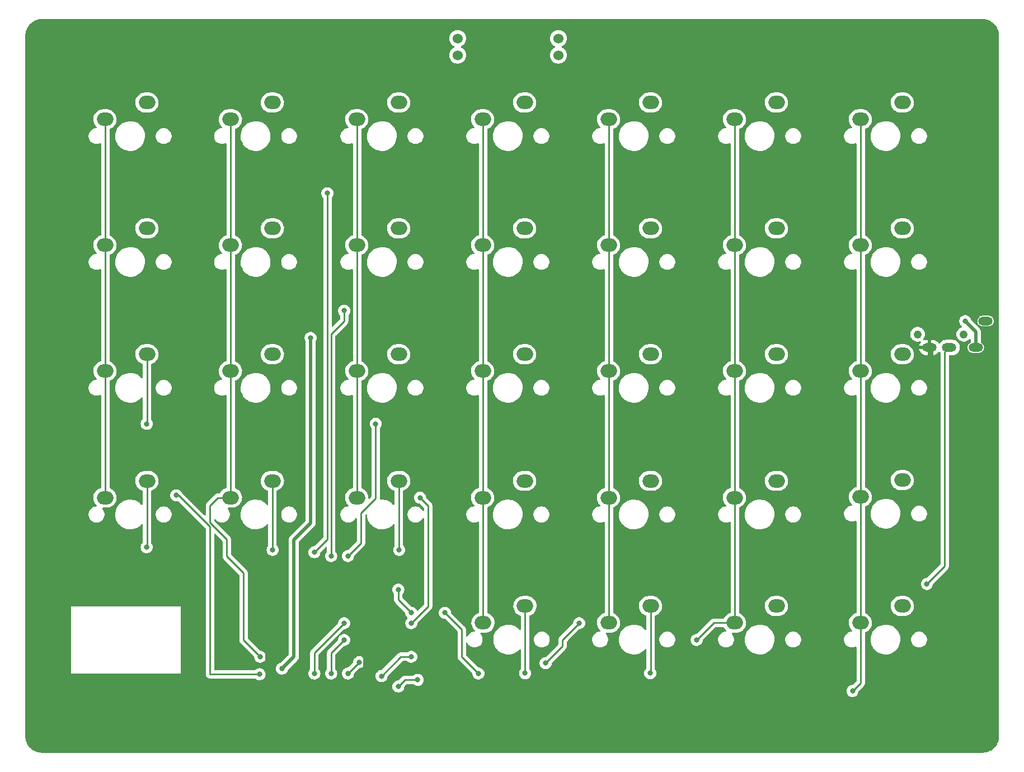
<source format=gbr>
%TF.GenerationSoftware,KiCad,Pcbnew,(7.0.0-0)*%
%TF.CreationDate,2023-03-06T00:13:20+09:00*%
%TF.ProjectId,11111_pcb,31313131-315f-4706-9362-2e6b69636164,rev?*%
%TF.SameCoordinates,Original*%
%TF.FileFunction,Copper,L1,Top*%
%TF.FilePolarity,Positive*%
%FSLAX46Y46*%
G04 Gerber Fmt 4.6, Leading zero omitted, Abs format (unit mm)*
G04 Created by KiCad (PCBNEW (7.0.0-0)) date 2023-03-06 00:13:20*
%MOMM*%
%LPD*%
G01*
G04 APERTURE LIST*
%TA.AperFunction,ComponentPad*%
%ADD10O,2.500000X2.000000*%
%TD*%
%TA.AperFunction,ComponentPad*%
%ADD11C,1.524000*%
%TD*%
%TA.AperFunction,WasherPad*%
%ADD12C,1.210000*%
%TD*%
%TA.AperFunction,ComponentPad*%
%ADD13O,2.200000X1.300000*%
%TD*%
%TA.AperFunction,ViaPad*%
%ADD14C,0.800000*%
%TD*%
%TA.AperFunction,Conductor*%
%ADD15C,0.500000*%
%TD*%
%TA.AperFunction,Conductor*%
%ADD16C,0.250000*%
%TD*%
G04 APERTURE END LIST*
D10*
%TO.P,SW20,1,1*%
%TO.N,Col5*%
X216534999Y-191709999D03*
%TO.P,SW20,2,2*%
%TO.N,Net-(D20-A)*%
X222884999Y-189169999D03*
%TD*%
%TO.P,SW29,1,1*%
%TO.N,Col0*%
X121284999Y-210759999D03*
%TO.P,SW29,2,2*%
%TO.N,Net-(D29-A)*%
X127634999Y-208219999D03*
%TD*%
%TO.P,SW60,1,1*%
%TO.N,Col6*%
X235584999Y-248859999D03*
%TO.P,SW60,2,2*%
%TO.N,Net-(D60-A)*%
X241934999Y-246319999D03*
%TD*%
%TO.P,SW18,1,1*%
%TO.N,Col3*%
X178434999Y-191709999D03*
%TO.P,SW18,2,2*%
%TO.N,Net-(D18-A)*%
X184784999Y-189169999D03*
%TD*%
%TO.P,SW48,1,1*%
%TO.N,Col5*%
X216534999Y-229929999D03*
%TO.P,SW48,2,2*%
%TO.N,Net-(D48-A)*%
X222884999Y-227389999D03*
%TD*%
%TO.P,SW17,1,1*%
%TO.N,Col2*%
X159384999Y-191709999D03*
%TO.P,SW17,2,2*%
%TO.N,Net-(D17-A)*%
X165734999Y-189169999D03*
%TD*%
%TO.P,SW2,1,1*%
%TO.N,Col1*%
X140264999Y-172659999D03*
%TO.P,SW2,2,2*%
%TO.N,Net-(D2-A)*%
X146614999Y-170119999D03*
%TD*%
%TO.P,SW3,1,1*%
%TO.N,Col2*%
X159384999Y-172659999D03*
%TO.P,SW3,2,2*%
%TO.N,Net-(D3-A)*%
X165734999Y-170119999D03*
%TD*%
%TO.P,SW7,1,1*%
%TO.N,Col6*%
X235584999Y-172659999D03*
%TO.P,SW7,2,2*%
%TO.N,Net-(D7-A)*%
X241934999Y-170119999D03*
%TD*%
%TO.P,SW31,1,1*%
%TO.N,Col2*%
X159384999Y-210759999D03*
%TO.P,SW31,2,2*%
%TO.N,Net-(D31-A)*%
X165734999Y-208219999D03*
%TD*%
%TO.P,SW45,1,1*%
%TO.N,Col2*%
X159384999Y-229929999D03*
%TO.P,SW45,2,2*%
%TO.N,Net-(D45-A)*%
X165734999Y-227389999D03*
%TD*%
D11*
%TO.P,REF\u002A\u002A,a*%
%TO.N,N/C*%
X174660000Y-160420000D03*
%TO.P,REF\u002A\u002A,b*%
X174660000Y-162960000D03*
%TO.P,REF\u002A\u002A,c*%
X189900000Y-160420000D03*
%TO.P,REF\u002A\u002A,d*%
X189900000Y-162960000D03*
%TD*%
D10*
%TO.P,SW57,1,1*%
%TO.N,Col3*%
X178494999Y-248859999D03*
%TO.P,SW57,2,2*%
%TO.N,Net-(D57-A)*%
X184844999Y-246319999D03*
%TD*%
%TO.P,SW1,1,1*%
%TO.N,Col0*%
X121284999Y-172659999D03*
%TO.P,SW1,2,2*%
%TO.N,Net-(D1-A)*%
X127634999Y-170119999D03*
%TD*%
%TO.P,SW34,1,1*%
%TO.N,Col5*%
X216534999Y-210759999D03*
%TO.P,SW34,2,2*%
%TO.N,Net-(D34-A)*%
X222884999Y-208219999D03*
%TD*%
%TO.P,SW15,1,1*%
%TO.N,Col0*%
X121284999Y-191709999D03*
%TO.P,SW15,2,2*%
%TO.N,Net-(D15-A)*%
X127634999Y-189169999D03*
%TD*%
D12*
%TO.P,J1,*%
%TO.N,*%
X244240000Y-205200000D03*
X251240000Y-205200000D03*
D13*
%TO.P,J1,A*%
%TO.N,unconnected-(J1-PadA)*%
X254539999Y-203199999D03*
%TO.P,J1,B*%
%TO.N,GND*%
X246039999Y-207199999D03*
%TO.P,J1,C*%
%TO.N,DataLeft*%
X249039999Y-207199999D03*
%TO.P,J1,D*%
%TO.N,VCC*%
X253039999Y-207199999D03*
%TD*%
D10*
%TO.P,SW46,1,1*%
%TO.N,Col3*%
X178434999Y-229929999D03*
%TO.P,SW46,2,2*%
%TO.N,Net-(D46-A)*%
X184784999Y-227389999D03*
%TD*%
%TO.P,SW58,1,1*%
%TO.N,Col4*%
X197484999Y-248859999D03*
%TO.P,SW58,2,2*%
%TO.N,Net-(D58-A)*%
X203834999Y-246319999D03*
%TD*%
%TO.P,SW16,1,1*%
%TO.N,Col1*%
X140264999Y-191709999D03*
%TO.P,SW16,2,2*%
%TO.N,Net-(D16-A)*%
X146614999Y-189169999D03*
%TD*%
%TO.P,SW19,1,1*%
%TO.N,Col4*%
X197484999Y-191709999D03*
%TO.P,SW19,2,2*%
%TO.N,Net-(D19-A)*%
X203834999Y-189169999D03*
%TD*%
%TO.P,SW43,1,1*%
%TO.N,Col0*%
X121284999Y-229929999D03*
%TO.P,SW43,2,2*%
%TO.N,Net-(D43-A)*%
X127634999Y-227389999D03*
%TD*%
%TO.P,SW47,1,1*%
%TO.N,Col4*%
X197484999Y-229929999D03*
%TO.P,SW47,2,2*%
%TO.N,Net-(D47-A)*%
X203834999Y-227389999D03*
%TD*%
%TO.P,SW35,1,1*%
%TO.N,Col6*%
X235584999Y-210759999D03*
%TO.P,SW35,2,2*%
%TO.N,Net-(D35-A)*%
X241934999Y-208219999D03*
%TD*%
%TO.P,SW30,1,1*%
%TO.N,Col1*%
X140264999Y-210759999D03*
%TO.P,SW30,2,2*%
%TO.N,Net-(D30-A)*%
X146614999Y-208219999D03*
%TD*%
%TO.P,SW33,1,1*%
%TO.N,Col4*%
X197484999Y-210759999D03*
%TO.P,SW33,2,2*%
%TO.N,Net-(D33-A)*%
X203834999Y-208219999D03*
%TD*%
%TO.P,SW6,1,1*%
%TO.N,Col5*%
X216534999Y-172659999D03*
%TO.P,SW6,2,2*%
%TO.N,Net-(D6-A)*%
X222884999Y-170119999D03*
%TD*%
%TO.P,SW44,1,1*%
%TO.N,Col1*%
X140264999Y-229929999D03*
%TO.P,SW44,2,2*%
%TO.N,Net-(D44-A)*%
X146614999Y-227389999D03*
%TD*%
%TO.P,SW49,1,1*%
%TO.N,Col6*%
X235584999Y-229809999D03*
%TO.P,SW49,2,2*%
%TO.N,Net-(D49-A)*%
X241934999Y-227269999D03*
%TD*%
%TO.P,SW21,1,1*%
%TO.N,Col6*%
X235584999Y-191709999D03*
%TO.P,SW21,2,2*%
%TO.N,Net-(D21-A)*%
X241934999Y-189169999D03*
%TD*%
%TO.P,SW59,1,1*%
%TO.N,Col5*%
X216534999Y-248859999D03*
%TO.P,SW59,2,2*%
%TO.N,Net-(D59-A)*%
X222884999Y-246319999D03*
%TD*%
%TO.P,SW32,1,1*%
%TO.N,Col3*%
X178434999Y-210759999D03*
%TO.P,SW32,2,2*%
%TO.N,Net-(D32-A)*%
X184784999Y-208219999D03*
%TD*%
%TO.P,SW4,1,1*%
%TO.N,Col3*%
X178434999Y-172659999D03*
%TO.P,SW4,2,2*%
%TO.N,Net-(D4-A)*%
X184784999Y-170119999D03*
%TD*%
%TO.P,SW5,1,1*%
%TO.N,Col4*%
X197484999Y-172659999D03*
%TO.P,SW5,2,2*%
%TO.N,Net-(D5-A)*%
X203834999Y-170119999D03*
%TD*%
D14*
%TO.N,Row0*%
X152970000Y-238190000D03*
%TO.N,GND*%
X147890000Y-258080497D03*
X132735000Y-244800000D03*
X160614628Y-243840000D03*
%TO.N,Row4*%
X177800000Y-256540000D03*
X172720000Y-247340000D03*
%TO.N,Net-(D45-A)*%
X165800000Y-237830000D03*
%TO.N,Net-(D44-A)*%
X146650000Y-237830000D03*
%TO.N,Net-(D43-A)*%
X127600000Y-237430000D03*
%TO.N,Row1*%
X155510000Y-238760000D03*
%TO.N,Row2*%
X158050000Y-238760000D03*
%TO.N,Row1*%
X157480000Y-201620000D03*
%TO.N,Row2*%
X162250000Y-218750000D03*
%TO.N,Net-(D29-A)*%
X127600000Y-218750000D03*
%TO.N,Col5*%
X163130000Y-256930000D03*
%TO.N,Col4*%
X159765128Y-254824872D03*
X187960000Y-254960000D03*
X158050000Y-256540000D03*
%TO.N,VCC*%
X152400000Y-205740000D03*
%TO.N,GND*%
X243840000Y-242260000D03*
%TO.N,VCC*%
X251460000Y-203200000D03*
X148059500Y-255800500D03*
%TO.N,Row0*%
X154940000Y-183840000D03*
%TO.N,Col6*%
X234399500Y-259190500D03*
X168600000Y-257500000D03*
%TO.N,Col5*%
X210820000Y-251460000D03*
X167640000Y-254000000D03*
%TO.N,Col6*%
X165670000Y-258510000D03*
%TO.N,Col1*%
X144780000Y-254000000D03*
%TO.N,Col2*%
X157480000Y-248920000D03*
X167640000Y-248920000D03*
%TO.N,Col0*%
X144669500Y-256650500D03*
X132080000Y-229560000D03*
%TO.N,Col2*%
X152970000Y-256540000D03*
%TO.N,GND*%
X132080000Y-258675498D03*
%TO.N,Row4*%
X165670000Y-243840000D03*
%TO.N,Net-(D57-A)*%
X184850000Y-256500000D03*
%TO.N,Row4*%
X167640000Y-247340000D03*
%TO.N,Net-(D58-A)*%
X203790000Y-256500000D03*
%TO.N,GND*%
X147500000Y-244800000D03*
X160614628Y-256540000D03*
%TO.N,DataLeft*%
X245655000Y-242985000D03*
%TO.N,Col2*%
X168970000Y-229930000D03*
%TO.N,Col4*%
X193040000Y-248920000D03*
%TO.N,Col3*%
X157480000Y-251460000D03*
X155510000Y-256540000D03*
%TD*%
D15*
%TO.N,GND*%
X160614628Y-256540000D02*
X160614628Y-243840000D01*
X243840000Y-242260000D02*
X246380000Y-239720000D01*
X246380000Y-239720000D02*
X246380000Y-207540000D01*
X147500000Y-244800000D02*
X145779503Y-246520497D01*
D16*
%TO.N,DataLeft*%
X248345000Y-207895000D02*
X249040000Y-207200000D01*
X245655000Y-242985000D02*
X248345000Y-240295000D01*
X248345000Y-240295000D02*
X248345000Y-207895000D01*
%TO.N,Col4*%
X159765128Y-254824872D02*
X158050000Y-256540000D01*
X193040000Y-248920000D02*
X190500000Y-251460000D01*
X197540000Y-172715000D02*
X197540000Y-248805000D01*
X190500000Y-252420000D02*
X187960000Y-254960000D01*
X197485000Y-172660000D02*
X197540000Y-172715000D01*
X190500000Y-251460000D02*
X190500000Y-252420000D01*
X197540000Y-248805000D02*
X197485000Y-248860000D01*
%TO.N,Net-(D45-A)*%
X165735000Y-237765000D02*
X165800000Y-237830000D01*
%TO.N,Row4*%
X165670000Y-243840000D02*
X165670000Y-245370000D01*
%TO.N,Net-(D44-A)*%
X146615000Y-237795000D02*
X146650000Y-237830000D01*
%TO.N,Row4*%
X165670000Y-245370000D02*
X167640000Y-247340000D01*
%TO.N,Net-(D44-A)*%
X146615000Y-227390000D02*
X146615000Y-237795000D01*
%TO.N,Net-(D43-A)*%
X127635000Y-227390000D02*
X127635000Y-237395000D01*
X127635000Y-237395000D02*
X127600000Y-237430000D01*
%TO.N,Row4*%
X175260000Y-249880000D02*
X172720000Y-247340000D01*
X175260000Y-254000000D02*
X175260000Y-249880000D01*
%TO.N,Net-(D45-A)*%
X165735000Y-227390000D02*
X165735000Y-237765000D01*
%TO.N,Row4*%
X177800000Y-256540000D02*
X175260000Y-254000000D01*
%TO.N,Col0*%
X137160000Y-256650500D02*
X144669500Y-256650500D01*
X121340000Y-229875000D02*
X121285000Y-229930000D01*
X132080000Y-229560000D02*
X132403604Y-229560000D01*
X137160000Y-234316396D02*
X137160000Y-256650500D01*
X132403604Y-229560000D02*
X137160000Y-234316396D01*
%TO.N,Col1*%
X137160000Y-231140000D02*
X138370000Y-229930000D01*
%TO.N,Col0*%
X121340000Y-172715000D02*
X121340000Y-229875000D01*
X121285000Y-172660000D02*
X121340000Y-172715000D01*
%TO.N,Col1*%
X138370000Y-229930000D02*
X140265000Y-229930000D01*
X140320000Y-229875000D02*
X140265000Y-229930000D01*
D15*
%TO.N,VCC*%
X253040000Y-204780000D02*
X251460000Y-203200000D01*
X152400000Y-233747805D02*
X149860000Y-236287805D01*
X149860000Y-236287805D02*
X149860000Y-254000000D01*
D16*
%TO.N,Row0*%
X152970000Y-238190000D02*
X154940000Y-236220000D01*
X154940000Y-236220000D02*
X154940000Y-183840000D01*
%TO.N,Col1*%
X144780000Y-254000000D02*
X142240000Y-251460000D01*
X142240000Y-251460000D02*
X142240000Y-241300000D01*
X140320000Y-172715000D02*
X140320000Y-229875000D01*
X137160000Y-233680000D02*
X137160000Y-231140000D01*
D15*
%TO.N,GND*%
X134620000Y-256540000D02*
X134620000Y-246685000D01*
X132080000Y-258675498D02*
X132484502Y-258675498D01*
X132484502Y-258675498D02*
X134620000Y-256540000D01*
X134620000Y-246685000D02*
X132735000Y-244800000D01*
D16*
%TO.N,Col6*%
X235640000Y-248915000D02*
X235585000Y-248860000D01*
X165670000Y-258510000D02*
X166680000Y-257500000D01*
X166680000Y-257500000D02*
X168600000Y-257500000D01*
X235585000Y-172660000D02*
X235640000Y-172715000D01*
%TO.N,Net-(D29-A)*%
X127635000Y-218715000D02*
X127600000Y-218750000D01*
X127635000Y-208220000D02*
X127635000Y-218715000D01*
D15*
%TO.N,GND*%
X145779503Y-246520497D02*
X145779503Y-255970000D01*
X246380000Y-207540000D02*
X246040000Y-207200000D01*
D16*
%TO.N,Col3*%
X178435000Y-229930000D02*
X178495000Y-229990000D01*
%TO.N,Col2*%
X170180000Y-231140000D02*
X170180000Y-246380000D01*
X170180000Y-246380000D02*
X167640000Y-248920000D01*
X168970000Y-229930000D02*
X170180000Y-231140000D01*
X159440000Y-229875000D02*
X159385000Y-229930000D01*
%TO.N,Col3*%
X178490000Y-172715000D02*
X178490000Y-229875000D01*
X178490000Y-229875000D02*
X178435000Y-229930000D01*
X155510000Y-256540000D02*
X155510000Y-253430000D01*
X178495000Y-229990000D02*
X178495000Y-248860000D01*
X155510000Y-253430000D02*
X157480000Y-251460000D01*
X178435000Y-172660000D02*
X178490000Y-172715000D01*
%TO.N,Row2*%
X160020000Y-232286243D02*
X162250000Y-230056243D01*
%TO.N,Col1*%
X139700000Y-238760000D02*
X139700000Y-236220000D01*
X139700000Y-236220000D02*
X137160000Y-233680000D01*
%TO.N,Row2*%
X162250000Y-230056243D02*
X162250000Y-218750000D01*
X160020000Y-236790000D02*
X160020000Y-232286243D01*
%TO.N,Col2*%
X159440000Y-172715000D02*
X159440000Y-229875000D01*
X152970000Y-256540000D02*
X152970000Y-253430000D01*
%TO.N,Col1*%
X142240000Y-241300000D02*
X139700000Y-238760000D01*
X140265000Y-172660000D02*
X140320000Y-172715000D01*
%TO.N,Row2*%
X158050000Y-238760000D02*
X160020000Y-236790000D01*
%TO.N,Col2*%
X159385000Y-172660000D02*
X159440000Y-172715000D01*
X152970000Y-253430000D02*
X157480000Y-248920000D01*
%TO.N,Row1*%
X155510000Y-205170000D02*
X157480000Y-203200000D01*
%TO.N,Col6*%
X234399500Y-259190500D02*
X235640000Y-257950000D01*
X235640000Y-248805000D02*
X235585000Y-248860000D01*
X235640000Y-172715000D02*
X235640000Y-248805000D01*
X235640000Y-257950000D02*
X235640000Y-248915000D01*
%TO.N,Row1*%
X155510000Y-238760000D02*
X155510000Y-205170000D01*
X157480000Y-203200000D02*
X157480000Y-201620000D01*
%TO.N,Net-(D57-A)*%
X184845000Y-256495000D02*
X184850000Y-256500000D01*
X184845000Y-246320000D02*
X184845000Y-256495000D01*
%TO.N,Net-(D58-A)*%
X203835000Y-246320000D02*
X203835000Y-256455000D01*
X203835000Y-256455000D02*
X203790000Y-256500000D01*
D15*
%TO.N,VCC*%
X152400000Y-205740000D02*
X152400000Y-233747805D01*
X253040000Y-207200000D02*
X253040000Y-204780000D01*
X149860000Y-254000000D02*
X148059500Y-255800500D01*
%TO.N,GND*%
X145779503Y-255970000D02*
X147890000Y-258080497D01*
D16*
%TO.N,Col5*%
X163130000Y-256930000D02*
X166060000Y-254000000D01*
X216535000Y-172660000D02*
X216590000Y-172715000D01*
X216590000Y-248805000D02*
X216535000Y-248860000D01*
X216590000Y-172715000D02*
X216590000Y-248805000D01*
X213420000Y-248860000D02*
X216535000Y-248860000D01*
X210820000Y-251460000D02*
X213420000Y-248860000D01*
X166060000Y-254000000D02*
X167640000Y-254000000D01*
%TD*%
%TA.AperFunction,Conductor*%
%TO.N,GND*%
G36*
X254108814Y-157480195D02*
G01*
X254110164Y-157480270D01*
X254159574Y-157483046D01*
X254328302Y-157493256D01*
X254341546Y-157494778D01*
X254473730Y-157517239D01*
X254474902Y-157517446D01*
X254620139Y-157544064D01*
X254632103Y-157546877D01*
X254764691Y-157585076D01*
X254767181Y-157585822D01*
X254904094Y-157628487D01*
X254914628Y-157632302D01*
X255043660Y-157685751D01*
X255047050Y-157687215D01*
X255176234Y-157745357D01*
X255185302Y-157749894D01*
X255308320Y-157817885D01*
X255312402Y-157820245D01*
X255432958Y-157893125D01*
X255440498Y-157898069D01*
X255555506Y-157979672D01*
X255560148Y-157983135D01*
X255668138Y-158067740D01*
X255670694Y-158069743D01*
X255676832Y-158074880D01*
X255782082Y-158168938D01*
X255787116Y-158173698D01*
X255886300Y-158272882D01*
X255891063Y-158277919D01*
X255985113Y-158383161D01*
X255990255Y-158389304D01*
X256029276Y-158439109D01*
X256076854Y-158499837D01*
X256080337Y-158504507D01*
X256161921Y-158619488D01*
X256166883Y-158627054D01*
X256239733Y-158747562D01*
X256242144Y-158751731D01*
X256310097Y-158874682D01*
X256314644Y-158883771D01*
X256372773Y-159012925D01*
X256374258Y-159016363D01*
X256427691Y-159145357D01*
X256431516Y-159155919D01*
X256474154Y-159292743D01*
X256474922Y-159295307D01*
X256513121Y-159427895D01*
X256515936Y-159439869D01*
X256537968Y-159560079D01*
X256540000Y-159582433D01*
X256540000Y-266433391D01*
X256537969Y-266455744D01*
X256515812Y-266576645D01*
X256512997Y-266588620D01*
X256475503Y-266718764D01*
X256474734Y-266721326D01*
X256431346Y-266860564D01*
X256427522Y-266871128D01*
X256374787Y-266998439D01*
X256373302Y-267001875D01*
X256314423Y-267132702D01*
X256309874Y-267141794D01*
X256242590Y-267263533D01*
X256240180Y-267267700D01*
X256166648Y-267389338D01*
X256161660Y-267396944D01*
X256080722Y-267511015D01*
X256077204Y-267515733D01*
X255989997Y-267627046D01*
X255984845Y-267633201D01*
X255891340Y-267737831D01*
X255886563Y-267742883D01*
X255786890Y-267842558D01*
X255781834Y-267847339D01*
X255676993Y-267941028D01*
X255670841Y-267946177D01*
X255560039Y-268032986D01*
X255555319Y-268036506D01*
X255440571Y-268117922D01*
X255432969Y-268122908D01*
X255312457Y-268195763D01*
X255308285Y-268198175D01*
X255185249Y-268266173D01*
X255176161Y-268270720D01*
X255047438Y-268328655D01*
X255043997Y-268330142D01*
X254914455Y-268383798D01*
X254903896Y-268387621D01*
X254768221Y-268429901D01*
X254765654Y-268430670D01*
X254631842Y-268469218D01*
X254619871Y-268472032D01*
X254477577Y-268498111D01*
X254475992Y-268498391D01*
X254341204Y-268521290D01*
X254327924Y-268522816D01*
X254170241Y-268532357D01*
X254169704Y-268532388D01*
X254051255Y-268539038D01*
X254046513Y-268539305D01*
X254039563Y-268539500D01*
X111763481Y-268539500D01*
X111756528Y-268539305D01*
X111752045Y-268539053D01*
X111644774Y-268533028D01*
X111644242Y-268532997D01*
X111475670Y-268522801D01*
X111462385Y-268521275D01*
X111330446Y-268498857D01*
X111328865Y-268498578D01*
X111183807Y-268471995D01*
X111171831Y-268469180D01*
X111039246Y-268430983D01*
X111036684Y-268430214D01*
X110899866Y-268387580D01*
X110889303Y-268383756D01*
X110760291Y-268330317D01*
X110756873Y-268328841D01*
X110627713Y-268270710D01*
X110618626Y-268266164D01*
X110495667Y-268198207D01*
X110491498Y-268195796D01*
X110371010Y-268122958D01*
X110363406Y-268117971D01*
X110248473Y-268036423D01*
X110243754Y-268032904D01*
X110133246Y-267946326D01*
X110127092Y-267941175D01*
X110021865Y-267847139D01*
X110016811Y-267842360D01*
X109917638Y-267743187D01*
X109912859Y-267738133D01*
X109818823Y-267632906D01*
X109813672Y-267626752D01*
X109727078Y-267516223D01*
X109723575Y-267511525D01*
X109642027Y-267396592D01*
X109637040Y-267388988D01*
X109564202Y-267268500D01*
X109561791Y-267264331D01*
X109543272Y-267230824D01*
X109493832Y-267141369D01*
X109489298Y-267132306D01*
X109431130Y-267003063D01*
X109429693Y-266999736D01*
X109376237Y-266870682D01*
X109372423Y-266860146D01*
X109329773Y-266723279D01*
X109329015Y-266720752D01*
X109290814Y-266588153D01*
X109288007Y-266576210D01*
X109261397Y-266431007D01*
X109261160Y-266429665D01*
X109238720Y-266297591D01*
X109237199Y-266284353D01*
X109226983Y-266115453D01*
X109220694Y-266003471D01*
X109220500Y-265996521D01*
X109220500Y-258510000D01*
X164756496Y-258510000D01*
X164757175Y-258516460D01*
X164775778Y-258693467D01*
X164775779Y-258693475D01*
X164776458Y-258699928D01*
X164778463Y-258706100D01*
X164778465Y-258706107D01*
X164815129Y-258818944D01*
X164835473Y-258881556D01*
X164930960Y-259046944D01*
X165058747Y-259188866D01*
X165063997Y-259192680D01*
X165064000Y-259192683D01*
X165206863Y-259296479D01*
X165213248Y-259301118D01*
X165387712Y-259378794D01*
X165394070Y-259380145D01*
X165394072Y-259380146D01*
X165395399Y-259380428D01*
X165574513Y-259418500D01*
X165758984Y-259418500D01*
X165765487Y-259418500D01*
X165952288Y-259378794D01*
X166126752Y-259301118D01*
X166281253Y-259188866D01*
X166409040Y-259046944D01*
X166504527Y-258881556D01*
X166563542Y-258699928D01*
X166580981Y-258533998D01*
X166592381Y-258493579D01*
X166616615Y-258459287D01*
X166906087Y-258169816D01*
X166946313Y-258142939D01*
X166993766Y-258133500D01*
X167892691Y-258133500D01*
X167943126Y-258144220D01*
X167979021Y-258170299D01*
X167979571Y-258169690D01*
X167984400Y-258174038D01*
X167988747Y-258178866D01*
X167993997Y-258182680D01*
X167994000Y-258182683D01*
X168121120Y-258275041D01*
X168143248Y-258291118D01*
X168149181Y-258293759D01*
X168149182Y-258293760D01*
X168302182Y-258361880D01*
X168317712Y-258368794D01*
X168324070Y-258370145D01*
X168324072Y-258370146D01*
X168335232Y-258372518D01*
X168504513Y-258408500D01*
X168688984Y-258408500D01*
X168695487Y-258408500D01*
X168882288Y-258368794D01*
X169056752Y-258291118D01*
X169211253Y-258178866D01*
X169339040Y-258036944D01*
X169434527Y-257871556D01*
X169493542Y-257689928D01*
X169513504Y-257500000D01*
X169493542Y-257310072D01*
X169434527Y-257128444D01*
X169339040Y-256963056D01*
X169211253Y-256821134D01*
X169206003Y-256817319D01*
X169205999Y-256817316D01*
X169062006Y-256712699D01*
X169062004Y-256712697D01*
X169056752Y-256708882D01*
X169050821Y-256706241D01*
X169050817Y-256706239D01*
X168888226Y-256633849D01*
X168888219Y-256633846D01*
X168882288Y-256631206D01*
X168875935Y-256629855D01*
X168875927Y-256629853D01*
X168701849Y-256592852D01*
X168701846Y-256592851D01*
X168695487Y-256591500D01*
X168504513Y-256591500D01*
X168498154Y-256592851D01*
X168498150Y-256592852D01*
X168324072Y-256629853D01*
X168324061Y-256629856D01*
X168317712Y-256631206D01*
X168311782Y-256633845D01*
X168311773Y-256633849D01*
X168149182Y-256706239D01*
X168149174Y-256706243D01*
X168143248Y-256708882D01*
X168137999Y-256712695D01*
X168137993Y-256712699D01*
X167994000Y-256817316D01*
X167993991Y-256817323D01*
X167988747Y-256821134D01*
X167984402Y-256825958D01*
X167979571Y-256830310D01*
X167979021Y-256829700D01*
X167943126Y-256855780D01*
X167892691Y-256866500D01*
X166758848Y-256866500D01*
X166747563Y-256865968D01*
X166740092Y-256864298D01*
X166732294Y-256864543D01*
X166671970Y-256866439D01*
X166668075Y-256866500D01*
X166640144Y-256866500D01*
X166636289Y-256866986D01*
X166636255Y-256866989D01*
X166636024Y-256867019D01*
X166624405Y-256867933D01*
X166587905Y-256869080D01*
X166587897Y-256869081D01*
X166580111Y-256869326D01*
X166572625Y-256871500D01*
X166572622Y-256871501D01*
X166560499Y-256875023D01*
X166541461Y-256878965D01*
X166528946Y-256880546D01*
X166528933Y-256880549D01*
X166521203Y-256881526D01*
X166513957Y-256884394D01*
X166513948Y-256884397D01*
X166480004Y-256897836D01*
X166468961Y-256901617D01*
X166433896Y-256911805D01*
X166433888Y-256911808D01*
X166426407Y-256913982D01*
X166419695Y-256917950D01*
X166419695Y-256917951D01*
X166408834Y-256924374D01*
X166391370Y-256932929D01*
X166379636Y-256937575D01*
X166379629Y-256937578D01*
X166372383Y-256940448D01*
X166366079Y-256945027D01*
X166366068Y-256945034D01*
X166336534Y-256966491D01*
X166326776Y-256972901D01*
X166295355Y-256991483D01*
X166295341Y-256991493D01*
X166288638Y-256995458D01*
X166283122Y-257000973D01*
X166283119Y-257000976D01*
X166274197Y-257009897D01*
X166259414Y-257022523D01*
X166249206Y-257029940D01*
X166249200Y-257029944D01*
X166242893Y-257034528D01*
X166237926Y-257040530D01*
X166237915Y-257040542D01*
X166214643Y-257068673D01*
X166206783Y-257077311D01*
X165718914Y-257565181D01*
X165678686Y-257592061D01*
X165631233Y-257601500D01*
X165574513Y-257601500D01*
X165568154Y-257602851D01*
X165568150Y-257602852D01*
X165394072Y-257639853D01*
X165394061Y-257639856D01*
X165387712Y-257641206D01*
X165381782Y-257643845D01*
X165381773Y-257643849D01*
X165219182Y-257716239D01*
X165219174Y-257716243D01*
X165213248Y-257718882D01*
X165207999Y-257722695D01*
X165207993Y-257722699D01*
X165064000Y-257827316D01*
X165063991Y-257827323D01*
X165058747Y-257831134D01*
X165054403Y-257835957D01*
X165054400Y-257835961D01*
X164935307Y-257968228D01*
X164930960Y-257973056D01*
X164927714Y-257978676D01*
X164927711Y-257978682D01*
X164838721Y-258132817D01*
X164838718Y-258132822D01*
X164835473Y-258138444D01*
X164833467Y-258144616D01*
X164833465Y-258144622D01*
X164778465Y-258313892D01*
X164778463Y-258313901D01*
X164776458Y-258320072D01*
X164775780Y-258326522D01*
X164775778Y-258326532D01*
X164761827Y-258459280D01*
X164756496Y-258510000D01*
X109220500Y-258510000D01*
X109220500Y-253960000D01*
X116126673Y-253960000D01*
X116127096Y-253965105D01*
X116127096Y-253965107D01*
X116133766Y-254045616D01*
X116134077Y-254050590D01*
X116137403Y-254128861D01*
X116137857Y-254139551D01*
X116138631Y-254143143D01*
X116139500Y-254156771D01*
X116139500Y-256519901D01*
X116139459Y-256520000D01*
X116139500Y-256520099D01*
X116139617Y-256520383D01*
X116140000Y-256520541D01*
X116140099Y-256520500D01*
X132739901Y-256520500D01*
X132740000Y-256520541D01*
X132740383Y-256520383D01*
X132740500Y-256520099D01*
X132740541Y-256520000D01*
X132740500Y-256519901D01*
X132740500Y-246380099D01*
X132740541Y-246380000D01*
X132740383Y-246379617D01*
X132740099Y-246379500D01*
X132740000Y-246379459D01*
X132739901Y-246379500D01*
X116140099Y-246379500D01*
X116140000Y-246379459D01*
X116139901Y-246379500D01*
X116139617Y-246379617D01*
X116139459Y-246380000D01*
X116139500Y-246380099D01*
X116139500Y-246392025D01*
X116139500Y-248349803D01*
X116138496Y-248365552D01*
X116129309Y-248437301D01*
X116127682Y-248450005D01*
X116127905Y-248455255D01*
X116128695Y-248473857D01*
X116128383Y-248489347D01*
X116127096Y-248504889D01*
X116126673Y-248510000D01*
X116127096Y-248515105D01*
X116127096Y-248515107D01*
X116133766Y-248595616D01*
X116134077Y-248600590D01*
X116137633Y-248684283D01*
X116137857Y-248689551D01*
X116138631Y-248693143D01*
X116139500Y-248706771D01*
X116139500Y-253799803D01*
X116138495Y-253815552D01*
X116127682Y-253900005D01*
X116128434Y-253917724D01*
X116128695Y-253923857D01*
X116128383Y-253939347D01*
X116127110Y-253954725D01*
X116126673Y-253960000D01*
X109220500Y-253960000D01*
X109220500Y-232581243D01*
X118814500Y-232581243D01*
X118815551Y-232586869D01*
X118815552Y-232586872D01*
X118840632Y-232721034D01*
X118855382Y-232799940D01*
X118857452Y-232805285D01*
X118857453Y-232805286D01*
X118874463Y-232849195D01*
X118935753Y-233007401D01*
X118970663Y-233063782D01*
X119045366Y-233184434D01*
X119052876Y-233196562D01*
X119056736Y-233200796D01*
X119198897Y-233356740D01*
X119198901Y-233356744D01*
X119202764Y-233360981D01*
X119207337Y-233364434D01*
X119207341Y-233364438D01*
X119375738Y-233491605D01*
X119380311Y-233495058D01*
X119579472Y-233594229D01*
X119793464Y-233655115D01*
X119959497Y-233670500D01*
X120067631Y-233670500D01*
X120070503Y-233670500D01*
X120236536Y-233655115D01*
X120450528Y-233594229D01*
X120649689Y-233495058D01*
X120827236Y-233360981D01*
X120977124Y-233196562D01*
X121094247Y-233007401D01*
X121174618Y-232799940D01*
X121215500Y-232581243D01*
X121215500Y-232545369D01*
X122840723Y-232545369D01*
X122841137Y-232549490D01*
X122841138Y-232549501D01*
X122870466Y-232841034D01*
X122870467Y-232841044D01*
X122870882Y-232845162D01*
X122871842Y-232849193D01*
X122871843Y-232849195D01*
X122939409Y-233132716D01*
X122940731Y-233138261D01*
X122942220Y-233142128D01*
X122942221Y-233142130D01*
X122956996Y-233180493D01*
X123049023Y-233419434D01*
X123051007Y-233423055D01*
X123051013Y-233423067D01*
X123151646Y-233606698D01*
X123193825Y-233683665D01*
X123196281Y-233686998D01*
X123196284Y-233687003D01*
X123298181Y-233825298D01*
X123372554Y-233926238D01*
X123582020Y-234142824D01*
X123690274Y-234228311D01*
X123815230Y-234326988D01*
X123815234Y-234326990D01*
X123818485Y-234329558D01*
X124077730Y-234483109D01*
X124081534Y-234484722D01*
X124081538Y-234484724D01*
X124174243Y-234524034D01*
X124355128Y-234600736D01*
X124645729Y-234680340D01*
X124944347Y-234720500D01*
X125168162Y-234720500D01*
X125170244Y-234720500D01*
X125395634Y-234705412D01*
X125690903Y-234645396D01*
X125975537Y-234546560D01*
X126244459Y-234410668D01*
X126492869Y-234240144D01*
X126716333Y-234038032D01*
X126782807Y-233959405D01*
X126831390Y-233924356D01*
X126890736Y-233916172D01*
X126946992Y-233936766D01*
X126987029Y-233981331D01*
X127001500Y-234039464D01*
X127001500Y-236689371D01*
X126993264Y-236733809D01*
X126969650Y-236772343D01*
X126900074Y-236849615D01*
X126860960Y-236893056D01*
X126857714Y-236898676D01*
X126857711Y-236898682D01*
X126768721Y-237052817D01*
X126768718Y-237052822D01*
X126765473Y-237058444D01*
X126763467Y-237064616D01*
X126763465Y-237064622D01*
X126708465Y-237233892D01*
X126708463Y-237233901D01*
X126706458Y-237240072D01*
X126705780Y-237246522D01*
X126705778Y-237246532D01*
X126689365Y-237402699D01*
X126686496Y-237430000D01*
X126687175Y-237436460D01*
X126705778Y-237613467D01*
X126705779Y-237613475D01*
X126706458Y-237619928D01*
X126708463Y-237626100D01*
X126708465Y-237626107D01*
X126763465Y-237795377D01*
X126765473Y-237801556D01*
X126768720Y-237807180D01*
X126768721Y-237807182D01*
X126817232Y-237891206D01*
X126860960Y-237966944D01*
X126988747Y-238108866D01*
X126993997Y-238112680D01*
X126994000Y-238112683D01*
X127100418Y-238190000D01*
X127143248Y-238221118D01*
X127317712Y-238298794D01*
X127324070Y-238300145D01*
X127324072Y-238300146D01*
X127360874Y-238307968D01*
X127504513Y-238338500D01*
X127688984Y-238338500D01*
X127695487Y-238338500D01*
X127882288Y-238298794D01*
X128056752Y-238221118D01*
X128211253Y-238108866D01*
X128339040Y-237966944D01*
X128434527Y-237801556D01*
X128493542Y-237619928D01*
X128513504Y-237430000D01*
X128493542Y-237240072D01*
X128434527Y-237058444D01*
X128339040Y-236893056D01*
X128318307Y-236870030D01*
X128300350Y-236850086D01*
X128276736Y-236811551D01*
X128268500Y-236767114D01*
X128268500Y-232581243D01*
X128974500Y-232581243D01*
X128975551Y-232586869D01*
X128975552Y-232586872D01*
X129000632Y-232721034D01*
X129015382Y-232799940D01*
X129017452Y-232805285D01*
X129017453Y-232805286D01*
X129034463Y-232849195D01*
X129095753Y-233007401D01*
X129130663Y-233063782D01*
X129205366Y-233184434D01*
X129212876Y-233196562D01*
X129216736Y-233200796D01*
X129358897Y-233356740D01*
X129358901Y-233356744D01*
X129362764Y-233360981D01*
X129367337Y-233364434D01*
X129367341Y-233364438D01*
X129535738Y-233491605D01*
X129540311Y-233495058D01*
X129739472Y-233594229D01*
X129953464Y-233655115D01*
X130119497Y-233670500D01*
X130227631Y-233670500D01*
X130230503Y-233670500D01*
X130396536Y-233655115D01*
X130610528Y-233594229D01*
X130809689Y-233495058D01*
X130987236Y-233360981D01*
X131137124Y-233196562D01*
X131254247Y-233007401D01*
X131334618Y-232799940D01*
X131375500Y-232581243D01*
X131375500Y-232358757D01*
X131334618Y-232140060D01*
X131254247Y-231932599D01*
X131137124Y-231743438D01*
X131032170Y-231628309D01*
X130991102Y-231583259D01*
X130991097Y-231583255D01*
X130987236Y-231579019D01*
X130982663Y-231575566D01*
X130982658Y-231575561D01*
X130814261Y-231448394D01*
X130814256Y-231448391D01*
X130809689Y-231444942D01*
X130804563Y-231442389D01*
X130804559Y-231442387D01*
X130615658Y-231348325D01*
X130615653Y-231348323D01*
X130610528Y-231345771D01*
X130605021Y-231344204D01*
X130605013Y-231344201D01*
X130402050Y-231286454D01*
X130402051Y-231286454D01*
X130396536Y-231284885D01*
X130390828Y-231284356D01*
X130233363Y-231269765D01*
X130233362Y-231269764D01*
X130230503Y-231269500D01*
X130119497Y-231269500D01*
X130116638Y-231269764D01*
X130116636Y-231269765D01*
X129959171Y-231284356D01*
X129959169Y-231284356D01*
X129953464Y-231284885D01*
X129947950Y-231286453D01*
X129947949Y-231286454D01*
X129744986Y-231344201D01*
X129744975Y-231344205D01*
X129739472Y-231345771D01*
X129734349Y-231348321D01*
X129734341Y-231348325D01*
X129545440Y-231442387D01*
X129545431Y-231442392D01*
X129540311Y-231444942D01*
X129535748Y-231448387D01*
X129535738Y-231448394D01*
X129367341Y-231575561D01*
X129367330Y-231575570D01*
X129362764Y-231579019D01*
X129358907Y-231583249D01*
X129358897Y-231583259D01*
X129216736Y-231739203D01*
X129216732Y-231739207D01*
X129212876Y-231743438D01*
X129209864Y-231748301D01*
X129209859Y-231748309D01*
X129104945Y-231917753D01*
X129095753Y-231932599D01*
X129093685Y-231937936D01*
X129093683Y-231937941D01*
X129017453Y-232134713D01*
X129015382Y-232140060D01*
X129014328Y-232145694D01*
X129014328Y-232145697D01*
X128982471Y-232316118D01*
X128974500Y-232358757D01*
X128974500Y-232581243D01*
X128268500Y-232581243D01*
X128268500Y-229560000D01*
X131166496Y-229560000D01*
X131167175Y-229566460D01*
X131185778Y-229743467D01*
X131185779Y-229743475D01*
X131186458Y-229749928D01*
X131188463Y-229756100D01*
X131188465Y-229756107D01*
X131237168Y-229905996D01*
X131245473Y-229931556D01*
X131248720Y-229937180D01*
X131248721Y-229937182D01*
X131324555Y-230068531D01*
X131340960Y-230096944D01*
X131468747Y-230238866D01*
X131473997Y-230242680D01*
X131474000Y-230242683D01*
X131601442Y-230335275D01*
X131623248Y-230351118D01*
X131797712Y-230428794D01*
X131804070Y-230430145D01*
X131804072Y-230430146D01*
X131840874Y-230437968D01*
X131984513Y-230468500D01*
X132168984Y-230468500D01*
X132175487Y-230468500D01*
X132308151Y-230440301D01*
X132369146Y-230442697D01*
X132421610Y-230473910D01*
X136490181Y-234542482D01*
X136517061Y-234582710D01*
X136526500Y-234630163D01*
X136526500Y-256578893D01*
X136524303Y-256602129D01*
X136524186Y-256602741D01*
X136524185Y-256602750D01*
X136522725Y-256610406D01*
X136523214Y-256618183D01*
X136523214Y-256618189D01*
X136526255Y-256666515D01*
X136526500Y-256674301D01*
X136526500Y-256690356D01*
X136526987Y-256694214D01*
X136526988Y-256694225D01*
X136528512Y-256706287D01*
X136529244Y-256714037D01*
X136532284Y-256762358D01*
X136532285Y-256762363D01*
X136532775Y-256770150D01*
X136535187Y-256777575D01*
X136535188Y-256777577D01*
X136535382Y-256778175D01*
X136540467Y-256800925D01*
X136540545Y-256801547D01*
X136540548Y-256801561D01*
X136541526Y-256809297D01*
X136544397Y-256816548D01*
X136544399Y-256816556D01*
X136562220Y-256861567D01*
X136564857Y-256868890D01*
X136566850Y-256875023D01*
X136579538Y-256914074D01*
X136582236Y-256922375D01*
X136586752Y-256929492D01*
X136597346Y-256950284D01*
X136600448Y-256958117D01*
X136605030Y-256964424D01*
X136605032Y-256964427D01*
X136633497Y-257003607D01*
X136637868Y-257010038D01*
X136668000Y-257057518D01*
X136674145Y-257063289D01*
X136689575Y-257080790D01*
X136694528Y-257087607D01*
X136700538Y-257092578D01*
X136700540Y-257092581D01*
X136737843Y-257123440D01*
X136743687Y-257128592D01*
X136778993Y-257161747D01*
X136778995Y-257161748D01*
X136784679Y-257167086D01*
X136791509Y-257170841D01*
X136791511Y-257170842D01*
X136792052Y-257171139D01*
X136811366Y-257184264D01*
X136817856Y-257189633D01*
X136824911Y-257192953D01*
X136824913Y-257192954D01*
X136842236Y-257201105D01*
X136868736Y-257213575D01*
X136875659Y-257217102D01*
X136924940Y-257244195D01*
X136933104Y-257246291D01*
X136955056Y-257254194D01*
X136962682Y-257257783D01*
X137013088Y-257267398D01*
X137017915Y-257268319D01*
X137025516Y-257270018D01*
X137079970Y-257284000D01*
X137088393Y-257284000D01*
X137111629Y-257286197D01*
X137112241Y-257286313D01*
X137112242Y-257286313D01*
X137119906Y-257287775D01*
X137176014Y-257284245D01*
X137183801Y-257284000D01*
X143962191Y-257284000D01*
X144012626Y-257294720D01*
X144048521Y-257320799D01*
X144049071Y-257320190D01*
X144053900Y-257324538D01*
X144058247Y-257329366D01*
X144063497Y-257333180D01*
X144063500Y-257333183D01*
X144165303Y-257407147D01*
X144212748Y-257441618D01*
X144218681Y-257444259D01*
X144218682Y-257444260D01*
X144343876Y-257500000D01*
X144387212Y-257519294D01*
X144393570Y-257520645D01*
X144393572Y-257520646D01*
X144430374Y-257528468D01*
X144574013Y-257559000D01*
X144758484Y-257559000D01*
X144764987Y-257559000D01*
X144951788Y-257519294D01*
X145126252Y-257441618D01*
X145280753Y-257329366D01*
X145408540Y-257187444D01*
X145504027Y-257022056D01*
X145563042Y-256840428D01*
X145583004Y-256650500D01*
X145566059Y-256489281D01*
X145563721Y-256467032D01*
X145563720Y-256467031D01*
X145563042Y-256460572D01*
X145504027Y-256278944D01*
X145408540Y-256113556D01*
X145280753Y-255971634D01*
X145275503Y-255967819D01*
X145275499Y-255967816D01*
X145131506Y-255863199D01*
X145131504Y-255863197D01*
X145126252Y-255859382D01*
X145120321Y-255856741D01*
X145120317Y-255856739D01*
X144994002Y-255800500D01*
X147145996Y-255800500D01*
X147146675Y-255806960D01*
X147165278Y-255983967D01*
X147165279Y-255983975D01*
X147165958Y-255990428D01*
X147167963Y-255996600D01*
X147167965Y-255996607D01*
X147213335Y-256136239D01*
X147224973Y-256172056D01*
X147228220Y-256177680D01*
X147228221Y-256177682D01*
X147301088Y-256303892D01*
X147320460Y-256337444D01*
X147448247Y-256479366D01*
X147453497Y-256483180D01*
X147453500Y-256483183D01*
X147565591Y-256564622D01*
X147602748Y-256591618D01*
X147608681Y-256594259D01*
X147608682Y-256594260D01*
X147734999Y-256650500D01*
X147777212Y-256669294D01*
X147783570Y-256670645D01*
X147783572Y-256670646D01*
X147800768Y-256674301D01*
X147964013Y-256709000D01*
X148148484Y-256709000D01*
X148154987Y-256709000D01*
X148341788Y-256669294D01*
X148516252Y-256591618D01*
X148587298Y-256540000D01*
X152056496Y-256540000D01*
X152057175Y-256546460D01*
X152075778Y-256723467D01*
X152075779Y-256723475D01*
X152076458Y-256729928D01*
X152078463Y-256736100D01*
X152078465Y-256736107D01*
X152133465Y-256905377D01*
X152135473Y-256911556D01*
X152138720Y-256917180D01*
X152138721Y-256917182D01*
X152226184Y-257068673D01*
X152230960Y-257076944D01*
X152358747Y-257218866D01*
X152363997Y-257222680D01*
X152364000Y-257222683D01*
X152475775Y-257303892D01*
X152513248Y-257331118D01*
X152519181Y-257333759D01*
X152519182Y-257333760D01*
X152600906Y-257370146D01*
X152687712Y-257408794D01*
X152694070Y-257410145D01*
X152694072Y-257410146D01*
X152730874Y-257417968D01*
X152874513Y-257448500D01*
X153058984Y-257448500D01*
X153065487Y-257448500D01*
X153252288Y-257408794D01*
X153426752Y-257331118D01*
X153581253Y-257218866D01*
X153709040Y-257076944D01*
X153804527Y-256911556D01*
X153863542Y-256729928D01*
X153883504Y-256540000D01*
X154596496Y-256540000D01*
X154597175Y-256546460D01*
X154615778Y-256723467D01*
X154615779Y-256723475D01*
X154616458Y-256729928D01*
X154618463Y-256736100D01*
X154618465Y-256736107D01*
X154673465Y-256905377D01*
X154675473Y-256911556D01*
X154678720Y-256917180D01*
X154678721Y-256917182D01*
X154766184Y-257068673D01*
X154770960Y-257076944D01*
X154898747Y-257218866D01*
X154903997Y-257222680D01*
X154904000Y-257222683D01*
X155015775Y-257303892D01*
X155053248Y-257331118D01*
X155059181Y-257333759D01*
X155059182Y-257333760D01*
X155140906Y-257370146D01*
X155227712Y-257408794D01*
X155234070Y-257410145D01*
X155234072Y-257410146D01*
X155270874Y-257417968D01*
X155414513Y-257448500D01*
X155598984Y-257448500D01*
X155605487Y-257448500D01*
X155792288Y-257408794D01*
X155966752Y-257331118D01*
X156121253Y-257218866D01*
X156249040Y-257076944D01*
X156344527Y-256911556D01*
X156403542Y-256729928D01*
X156423504Y-256540000D01*
X157136496Y-256540000D01*
X157137175Y-256546460D01*
X157155778Y-256723467D01*
X157155779Y-256723475D01*
X157156458Y-256729928D01*
X157158463Y-256736100D01*
X157158465Y-256736107D01*
X157213465Y-256905377D01*
X157215473Y-256911556D01*
X157218720Y-256917180D01*
X157218721Y-256917182D01*
X157306184Y-257068673D01*
X157310960Y-257076944D01*
X157438747Y-257218866D01*
X157443997Y-257222680D01*
X157444000Y-257222683D01*
X157555775Y-257303892D01*
X157593248Y-257331118D01*
X157599181Y-257333759D01*
X157599182Y-257333760D01*
X157680906Y-257370146D01*
X157767712Y-257408794D01*
X157774070Y-257410145D01*
X157774072Y-257410146D01*
X157810874Y-257417968D01*
X157954513Y-257448500D01*
X158138984Y-257448500D01*
X158145487Y-257448500D01*
X158332288Y-257408794D01*
X158506752Y-257331118D01*
X158661253Y-257218866D01*
X158789040Y-257076944D01*
X158873878Y-256930000D01*
X162216496Y-256930000D01*
X162217175Y-256936460D01*
X162235778Y-257113467D01*
X162235779Y-257113475D01*
X162236458Y-257119928D01*
X162238463Y-257126100D01*
X162238465Y-257126107D01*
X162290520Y-257286313D01*
X162295473Y-257301556D01*
X162298720Y-257307180D01*
X162298721Y-257307182D01*
X162374133Y-257437800D01*
X162390960Y-257466944D01*
X162518747Y-257608866D01*
X162523997Y-257612680D01*
X162524000Y-257612683D01*
X162621426Y-257683467D01*
X162673248Y-257721118D01*
X162847712Y-257798794D01*
X162854070Y-257800145D01*
X162854072Y-257800146D01*
X162890874Y-257807968D01*
X163034513Y-257838500D01*
X163218984Y-257838500D01*
X163225487Y-257838500D01*
X163412288Y-257798794D01*
X163586752Y-257721118D01*
X163741253Y-257608866D01*
X163869040Y-257466944D01*
X163964527Y-257301556D01*
X164023542Y-257119928D01*
X164040981Y-256954000D01*
X164052381Y-256913580D01*
X164076618Y-256879285D01*
X166286085Y-254669819D01*
X166326314Y-254642939D01*
X166373767Y-254633500D01*
X166932691Y-254633500D01*
X166983126Y-254644220D01*
X167019021Y-254670299D01*
X167019571Y-254669690D01*
X167024400Y-254674038D01*
X167028747Y-254678866D01*
X167033997Y-254682680D01*
X167034000Y-254682683D01*
X167119394Y-254744725D01*
X167183248Y-254791118D01*
X167189181Y-254793759D01*
X167189182Y-254793760D01*
X167334202Y-254858327D01*
X167357712Y-254868794D01*
X167364070Y-254870145D01*
X167364072Y-254870146D01*
X167389670Y-254875587D01*
X167544513Y-254908500D01*
X167728984Y-254908500D01*
X167735487Y-254908500D01*
X167922288Y-254868794D01*
X168096752Y-254791118D01*
X168251253Y-254678866D01*
X168379040Y-254536944D01*
X168474527Y-254371556D01*
X168533542Y-254189928D01*
X168553504Y-254000000D01*
X168533542Y-253810072D01*
X168474527Y-253628444D01*
X168379040Y-253463056D01*
X168251253Y-253321134D01*
X168246003Y-253317319D01*
X168245999Y-253317316D01*
X168102006Y-253212699D01*
X168102004Y-253212697D01*
X168096752Y-253208882D01*
X168090821Y-253206241D01*
X168090817Y-253206239D01*
X167928226Y-253133849D01*
X167928219Y-253133846D01*
X167922288Y-253131206D01*
X167915935Y-253129855D01*
X167915927Y-253129853D01*
X167741849Y-253092852D01*
X167741846Y-253092851D01*
X167735487Y-253091500D01*
X167544513Y-253091500D01*
X167538154Y-253092851D01*
X167538150Y-253092852D01*
X167364072Y-253129853D01*
X167364061Y-253129856D01*
X167357712Y-253131206D01*
X167351782Y-253133845D01*
X167351773Y-253133849D01*
X167189182Y-253206239D01*
X167189174Y-253206243D01*
X167183248Y-253208882D01*
X167177999Y-253212695D01*
X167177993Y-253212699D01*
X167034000Y-253317316D01*
X167033991Y-253317323D01*
X167028747Y-253321134D01*
X167024402Y-253325958D01*
X167019571Y-253330310D01*
X167019021Y-253329700D01*
X166983126Y-253355780D01*
X166932691Y-253366500D01*
X166138848Y-253366500D01*
X166127563Y-253365968D01*
X166120092Y-253364298D01*
X166112294Y-253364543D01*
X166051970Y-253366439D01*
X166048075Y-253366500D01*
X166020144Y-253366500D01*
X166016289Y-253366986D01*
X166016255Y-253366989D01*
X166016024Y-253367019D01*
X166004405Y-253367933D01*
X165967905Y-253369080D01*
X165967897Y-253369081D01*
X165960111Y-253369326D01*
X165952625Y-253371500D01*
X165952622Y-253371501D01*
X165940499Y-253375023D01*
X165921461Y-253378965D01*
X165908946Y-253380546D01*
X165908933Y-253380549D01*
X165901203Y-253381526D01*
X165893957Y-253384394D01*
X165893948Y-253384397D01*
X165860004Y-253397836D01*
X165848961Y-253401617D01*
X165813896Y-253411805D01*
X165813888Y-253411808D01*
X165806407Y-253413982D01*
X165799695Y-253417950D01*
X165799695Y-253417951D01*
X165788834Y-253424374D01*
X165771370Y-253432929D01*
X165759636Y-253437575D01*
X165759629Y-253437578D01*
X165752383Y-253440448D01*
X165746079Y-253445027D01*
X165746068Y-253445034D01*
X165716534Y-253466491D01*
X165706776Y-253472901D01*
X165675355Y-253491483D01*
X165675341Y-253491493D01*
X165668638Y-253495458D01*
X165663122Y-253500973D01*
X165663119Y-253500976D01*
X165654197Y-253509897D01*
X165639414Y-253522523D01*
X165629206Y-253529940D01*
X165629200Y-253529944D01*
X165622893Y-253534528D01*
X165617926Y-253540530D01*
X165617915Y-253540542D01*
X165594643Y-253568673D01*
X165586783Y-253577311D01*
X163178914Y-255985181D01*
X163138686Y-256012061D01*
X163091233Y-256021500D01*
X163034513Y-256021500D01*
X163028154Y-256022851D01*
X163028150Y-256022852D01*
X162854072Y-256059853D01*
X162854061Y-256059856D01*
X162847712Y-256061206D01*
X162841782Y-256063845D01*
X162841773Y-256063849D01*
X162679182Y-256136239D01*
X162679174Y-256136243D01*
X162673248Y-256138882D01*
X162667999Y-256142695D01*
X162667993Y-256142699D01*
X162524000Y-256247316D01*
X162523991Y-256247323D01*
X162518747Y-256251134D01*
X162514403Y-256255957D01*
X162514400Y-256255961D01*
X162441033Y-256337444D01*
X162390960Y-256393056D01*
X162387714Y-256398676D01*
X162387711Y-256398682D01*
X162298721Y-256552817D01*
X162298718Y-256552822D01*
X162295473Y-256558444D01*
X162293467Y-256564616D01*
X162293465Y-256564622D01*
X162238465Y-256733892D01*
X162238463Y-256733901D01*
X162236458Y-256740072D01*
X162235780Y-256746522D01*
X162235778Y-256746532D01*
X162218408Y-256911805D01*
X162216496Y-256930000D01*
X158873878Y-256930000D01*
X158884527Y-256911556D01*
X158943542Y-256729928D01*
X158960981Y-256563998D01*
X158972381Y-256523579D01*
X158996618Y-256489284D01*
X159716212Y-255769691D01*
X159756441Y-255742811D01*
X159803894Y-255733372D01*
X159854112Y-255733372D01*
X159860615Y-255733372D01*
X160047416Y-255693666D01*
X160221880Y-255615990D01*
X160376381Y-255503738D01*
X160504168Y-255361816D01*
X160599655Y-255196428D01*
X160658670Y-255014800D01*
X160678632Y-254824872D01*
X160658670Y-254634944D01*
X160599655Y-254453316D01*
X160504168Y-254287928D01*
X160376381Y-254146006D01*
X160371131Y-254142191D01*
X160371127Y-254142188D01*
X160227134Y-254037571D01*
X160227132Y-254037569D01*
X160221880Y-254033754D01*
X160215949Y-254031113D01*
X160215945Y-254031111D01*
X160053354Y-253958721D01*
X160053347Y-253958718D01*
X160047416Y-253956078D01*
X160041063Y-253954727D01*
X160041055Y-253954725D01*
X159866977Y-253917724D01*
X159866974Y-253917723D01*
X159860615Y-253916372D01*
X159669641Y-253916372D01*
X159663282Y-253917723D01*
X159663278Y-253917724D01*
X159489200Y-253954725D01*
X159489189Y-253954728D01*
X159482840Y-253956078D01*
X159476910Y-253958717D01*
X159476901Y-253958721D01*
X159314310Y-254031111D01*
X159314302Y-254031115D01*
X159308376Y-254033754D01*
X159303127Y-254037567D01*
X159303121Y-254037571D01*
X159159128Y-254142188D01*
X159159119Y-254142195D01*
X159153875Y-254146006D01*
X159149531Y-254150829D01*
X159149528Y-254150833D01*
X159059629Y-254250677D01*
X159026088Y-254287928D01*
X159022842Y-254293548D01*
X159022839Y-254293554D01*
X158933849Y-254447689D01*
X158933846Y-254447694D01*
X158930601Y-254453316D01*
X158928595Y-254459488D01*
X158928593Y-254459494D01*
X158873593Y-254628764D01*
X158873591Y-254628773D01*
X158871586Y-254634944D01*
X158870907Y-254641403D01*
X158870907Y-254641404D01*
X158854146Y-254800868D01*
X158842745Y-254841290D01*
X158818506Y-254875587D01*
X158098914Y-255595181D01*
X158058686Y-255622061D01*
X158011233Y-255631500D01*
X157954513Y-255631500D01*
X157948154Y-255632851D01*
X157948150Y-255632852D01*
X157774072Y-255669853D01*
X157774061Y-255669856D01*
X157767712Y-255671206D01*
X157761782Y-255673845D01*
X157761773Y-255673849D01*
X157599182Y-255746239D01*
X157599174Y-255746243D01*
X157593248Y-255748882D01*
X157587999Y-255752695D01*
X157587993Y-255752699D01*
X157444000Y-255857316D01*
X157443991Y-255857323D01*
X157438747Y-255861134D01*
X157434403Y-255865957D01*
X157434400Y-255865961D01*
X157322330Y-255990428D01*
X157310960Y-256003056D01*
X157307714Y-256008676D01*
X157307711Y-256008682D01*
X157218721Y-256162817D01*
X157218718Y-256162822D01*
X157215473Y-256168444D01*
X157213467Y-256174616D01*
X157213465Y-256174622D01*
X157158465Y-256343892D01*
X157158463Y-256343901D01*
X157156458Y-256350072D01*
X157155780Y-256356522D01*
X157155778Y-256356532D01*
X157138541Y-256520541D01*
X157136496Y-256540000D01*
X156423504Y-256540000D01*
X156403542Y-256350072D01*
X156344527Y-256168444D01*
X156249040Y-256003056D01*
X156175349Y-255921214D01*
X156151736Y-255882681D01*
X156143500Y-255838243D01*
X156143500Y-253743766D01*
X156152939Y-253696313D01*
X156179819Y-253656085D01*
X157431085Y-252404819D01*
X157471313Y-252377939D01*
X157518766Y-252368500D01*
X157568984Y-252368500D01*
X157575487Y-252368500D01*
X157762288Y-252328794D01*
X157936752Y-252251118D01*
X158091253Y-252138866D01*
X158219040Y-251996944D01*
X158314527Y-251831556D01*
X158373542Y-251649928D01*
X158393504Y-251460000D01*
X158373542Y-251270072D01*
X158314527Y-251088444D01*
X158219040Y-250923056D01*
X158091253Y-250781134D01*
X158086003Y-250777319D01*
X158085999Y-250777316D01*
X157942006Y-250672699D01*
X157942004Y-250672697D01*
X157936752Y-250668882D01*
X157930821Y-250666241D01*
X157930817Y-250666239D01*
X157768226Y-250593849D01*
X157768219Y-250593846D01*
X157762288Y-250591206D01*
X157755935Y-250589855D01*
X157755927Y-250589853D01*
X157581849Y-250552852D01*
X157581846Y-250552851D01*
X157575487Y-250551500D01*
X157384513Y-250551500D01*
X157378154Y-250552851D01*
X157378150Y-250552852D01*
X157204072Y-250589853D01*
X157204061Y-250589856D01*
X157197712Y-250591206D01*
X157191782Y-250593845D01*
X157191773Y-250593849D01*
X157029182Y-250666239D01*
X157029174Y-250666243D01*
X157023248Y-250668882D01*
X157017999Y-250672695D01*
X157017993Y-250672699D01*
X156874000Y-250777316D01*
X156873991Y-250777323D01*
X156868747Y-250781134D01*
X156864403Y-250785957D01*
X156864400Y-250785961D01*
X156747608Y-250915673D01*
X156740960Y-250923056D01*
X156737714Y-250928676D01*
X156737711Y-250928682D01*
X156648721Y-251082817D01*
X156648718Y-251082822D01*
X156645473Y-251088444D01*
X156643467Y-251094616D01*
X156643465Y-251094622D01*
X156588465Y-251263892D01*
X156588463Y-251263901D01*
X156586458Y-251270072D01*
X156585779Y-251276531D01*
X156585779Y-251276532D01*
X156569018Y-251435996D01*
X156557617Y-251476418D01*
X156533378Y-251510715D01*
X155117793Y-252926300D01*
X155109444Y-252933898D01*
X155102982Y-252938000D01*
X155097641Y-252943686D01*
X155097639Y-252943689D01*
X155056338Y-252987669D01*
X155053634Y-252990460D01*
X155033865Y-253010230D01*
X155031481Y-253013302D01*
X155031478Y-253013306D01*
X155031322Y-253013508D01*
X155023752Y-253022370D01*
X155003361Y-253044086D01*
X154993414Y-253054679D01*
X154989659Y-253061507D01*
X154989658Y-253061510D01*
X154983579Y-253072567D01*
X154972903Y-253088819D01*
X154965168Y-253098791D01*
X154965160Y-253098802D01*
X154960386Y-253104959D01*
X154957291Y-253112110D01*
X154957288Y-253112116D01*
X154942786Y-253145628D01*
X154937648Y-253156115D01*
X154920065Y-253188098D01*
X154920061Y-253188106D01*
X154916305Y-253194940D01*
X154914366Y-253202491D01*
X154914363Y-253202499D01*
X154911225Y-253214722D01*
X154904926Y-253233119D01*
X154896819Y-253251855D01*
X154895598Y-253259558D01*
X154895599Y-253259558D01*
X154889888Y-253295611D01*
X154887520Y-253307045D01*
X154878438Y-253342417D01*
X154878436Y-253342426D01*
X154876500Y-253349970D01*
X154876500Y-253357766D01*
X154876500Y-253370385D01*
X154874973Y-253389783D01*
X154873698Y-253397836D01*
X154871780Y-253409943D01*
X154872514Y-253417708D01*
X154872514Y-253417711D01*
X154875950Y-253454058D01*
X154876500Y-253465727D01*
X154876500Y-255838243D01*
X154868264Y-255882681D01*
X154844650Y-255921215D01*
X154799253Y-255971634D01*
X154770960Y-256003056D01*
X154767714Y-256008676D01*
X154767711Y-256008682D01*
X154678721Y-256162817D01*
X154678718Y-256162822D01*
X154675473Y-256168444D01*
X154673467Y-256174616D01*
X154673465Y-256174622D01*
X154618465Y-256343892D01*
X154618463Y-256343901D01*
X154616458Y-256350072D01*
X154615780Y-256356522D01*
X154615778Y-256356532D01*
X154598541Y-256520541D01*
X154596496Y-256540000D01*
X153883504Y-256540000D01*
X153863542Y-256350072D01*
X153804527Y-256168444D01*
X153709040Y-256003056D01*
X153635349Y-255921214D01*
X153611736Y-255882681D01*
X153603500Y-255838243D01*
X153603500Y-253743766D01*
X153612939Y-253696313D01*
X153639819Y-253656085D01*
X157431085Y-249864819D01*
X157471313Y-249837939D01*
X157518766Y-249828500D01*
X157568984Y-249828500D01*
X157575487Y-249828500D01*
X157762288Y-249788794D01*
X157936752Y-249711118D01*
X158091253Y-249598866D01*
X158219040Y-249456944D01*
X158314527Y-249291556D01*
X158373542Y-249109928D01*
X158393504Y-248920000D01*
X158373542Y-248730072D01*
X158314527Y-248548444D01*
X158219040Y-248383056D01*
X158091253Y-248241134D01*
X158086003Y-248237319D01*
X158085999Y-248237316D01*
X157942006Y-248132699D01*
X157942004Y-248132697D01*
X157936752Y-248128882D01*
X157930821Y-248126241D01*
X157930817Y-248126239D01*
X157768226Y-248053849D01*
X157768219Y-248053846D01*
X157762288Y-248051206D01*
X157755935Y-248049855D01*
X157755927Y-248049853D01*
X157581849Y-248012852D01*
X157581846Y-248012851D01*
X157575487Y-248011500D01*
X157384513Y-248011500D01*
X157378154Y-248012851D01*
X157378150Y-248012852D01*
X157204072Y-248049853D01*
X157204061Y-248049856D01*
X157197712Y-248051206D01*
X157191782Y-248053845D01*
X157191773Y-248053849D01*
X157029182Y-248126239D01*
X157029174Y-248126243D01*
X157023248Y-248128882D01*
X157017999Y-248132695D01*
X157017993Y-248132699D01*
X156874000Y-248237316D01*
X156873991Y-248237323D01*
X156868747Y-248241134D01*
X156864403Y-248245957D01*
X156864400Y-248245961D01*
X156745581Y-248377924D01*
X156740960Y-248383056D01*
X156737714Y-248388676D01*
X156737711Y-248388682D01*
X156648721Y-248542817D01*
X156648718Y-248542822D01*
X156645473Y-248548444D01*
X156643467Y-248554616D01*
X156643465Y-248554622D01*
X156588465Y-248723892D01*
X156588463Y-248723901D01*
X156586458Y-248730072D01*
X156585779Y-248736531D01*
X156585779Y-248736532D01*
X156569018Y-248895996D01*
X156557617Y-248936418D01*
X156533378Y-248970715D01*
X152577793Y-252926300D01*
X152569444Y-252933898D01*
X152562982Y-252938000D01*
X152557641Y-252943686D01*
X152557639Y-252943689D01*
X152516339Y-252987668D01*
X152513634Y-252990460D01*
X152493865Y-253010230D01*
X152491481Y-253013302D01*
X152491478Y-253013306D01*
X152491322Y-253013508D01*
X152483752Y-253022370D01*
X152463361Y-253044086D01*
X152453414Y-253054679D01*
X152449659Y-253061507D01*
X152449658Y-253061510D01*
X152443579Y-253072567D01*
X152432903Y-253088819D01*
X152425168Y-253098791D01*
X152425160Y-253098802D01*
X152420386Y-253104959D01*
X152417291Y-253112110D01*
X152417288Y-253112116D01*
X152402786Y-253145628D01*
X152397648Y-253156115D01*
X152380065Y-253188098D01*
X152380061Y-253188106D01*
X152376305Y-253194940D01*
X152374366Y-253202491D01*
X152374363Y-253202499D01*
X152371225Y-253214722D01*
X152364926Y-253233119D01*
X152356819Y-253251855D01*
X152355598Y-253259558D01*
X152355599Y-253259558D01*
X152349888Y-253295611D01*
X152347520Y-253307045D01*
X152338438Y-253342417D01*
X152338436Y-253342426D01*
X152336500Y-253349970D01*
X152336500Y-253357766D01*
X152336500Y-253370385D01*
X152334973Y-253389783D01*
X152333698Y-253397836D01*
X152331780Y-253409943D01*
X152332514Y-253417708D01*
X152332514Y-253417711D01*
X152335950Y-253454058D01*
X152336500Y-253465727D01*
X152336500Y-255838243D01*
X152328264Y-255882681D01*
X152304650Y-255921215D01*
X152259253Y-255971634D01*
X152230960Y-256003056D01*
X152227714Y-256008676D01*
X152227711Y-256008682D01*
X152138721Y-256162817D01*
X152138718Y-256162822D01*
X152135473Y-256168444D01*
X152133467Y-256174616D01*
X152133465Y-256174622D01*
X152078465Y-256343892D01*
X152078463Y-256343901D01*
X152076458Y-256350072D01*
X152075780Y-256356522D01*
X152075778Y-256356532D01*
X152058541Y-256520541D01*
X152056496Y-256540000D01*
X148587298Y-256540000D01*
X148670753Y-256479366D01*
X148798540Y-256337444D01*
X148894027Y-256172056D01*
X148949036Y-256002754D01*
X148979284Y-255953395D01*
X150350880Y-254581799D01*
X150364506Y-254570023D01*
X150384058Y-254555469D01*
X150416278Y-254517068D01*
X150423594Y-254509087D01*
X150424209Y-254508471D01*
X150427581Y-254505100D01*
X150447047Y-254480479D01*
X150449295Y-254477721D01*
X150454064Y-254472038D01*
X150498032Y-254419640D01*
X150501277Y-254413177D01*
X150503315Y-254410079D01*
X150503435Y-254409912D01*
X150503531Y-254409741D01*
X150505484Y-254406573D01*
X150509967Y-254400905D01*
X150542034Y-254332135D01*
X150543549Y-254329004D01*
X150577609Y-254261188D01*
X150579275Y-254254154D01*
X150580541Y-254250677D01*
X150580624Y-254250475D01*
X150580678Y-254250287D01*
X150581848Y-254246755D01*
X150584903Y-254240206D01*
X150600248Y-254165886D01*
X150601011Y-254162443D01*
X150618500Y-254088656D01*
X150618500Y-254081433D01*
X150618932Y-254077739D01*
X150618964Y-254077539D01*
X150618972Y-254077361D01*
X150619298Y-254073630D01*
X150620759Y-254066557D01*
X150618552Y-253990706D01*
X150618500Y-253987100D01*
X150618500Y-243840000D01*
X164756496Y-243840000D01*
X164757175Y-243846460D01*
X164775778Y-244023467D01*
X164775779Y-244023475D01*
X164776458Y-244029928D01*
X164778463Y-244036100D01*
X164778465Y-244036107D01*
X164833465Y-244205377D01*
X164835473Y-244211556D01*
X164930960Y-244376944D01*
X165004650Y-244458785D01*
X165028264Y-244497319D01*
X165036500Y-244541757D01*
X165036500Y-245291154D01*
X165035968Y-245302437D01*
X165034298Y-245309909D01*
X165034543Y-245317705D01*
X165034543Y-245317707D01*
X165036439Y-245378017D01*
X165036500Y-245381913D01*
X165036500Y-245409856D01*
X165036988Y-245413721D01*
X165036989Y-245413732D01*
X165037019Y-245413970D01*
X165037934Y-245425596D01*
X165039081Y-245462096D01*
X165039082Y-245462103D01*
X165039327Y-245469889D01*
X165041500Y-245477370D01*
X165041502Y-245477380D01*
X165045022Y-245489495D01*
X165048967Y-245508542D01*
X165051526Y-245528797D01*
X165054395Y-245536045D01*
X165054398Y-245536054D01*
X165067838Y-245570001D01*
X165071621Y-245581048D01*
X165083982Y-245623593D01*
X165087953Y-245630308D01*
X165087954Y-245630310D01*
X165094375Y-245641168D01*
X165102930Y-245658631D01*
X165110448Y-245677617D01*
X165115030Y-245683924D01*
X165115031Y-245683925D01*
X165136491Y-245713462D01*
X165142905Y-245723227D01*
X165165458Y-245761362D01*
X165170975Y-245766879D01*
X165170976Y-245766880D01*
X165179889Y-245775793D01*
X165192525Y-245790588D01*
X165199938Y-245800791D01*
X165199943Y-245800796D01*
X165204528Y-245807107D01*
X165238667Y-245835349D01*
X165247308Y-245843212D01*
X166693378Y-247289282D01*
X166717617Y-247323579D01*
X166729018Y-247364001D01*
X166743955Y-247506121D01*
X166746458Y-247529928D01*
X166748463Y-247536100D01*
X166748465Y-247536107D01*
X166800621Y-247696623D01*
X166805473Y-247711556D01*
X166808720Y-247717180D01*
X166808721Y-247717182D01*
X166885442Y-247850067D01*
X166900960Y-247876944D01*
X167028747Y-248018866D01*
X167034000Y-248022682D01*
X167034005Y-248022687D01*
X167043635Y-248029684D01*
X167081233Y-248073707D01*
X167094747Y-248130000D01*
X167081233Y-248186293D01*
X167043635Y-248230316D01*
X167034005Y-248237312D01*
X167033994Y-248237321D01*
X167028747Y-248241134D01*
X167024403Y-248245957D01*
X167024400Y-248245961D01*
X166905581Y-248377924D01*
X166900960Y-248383056D01*
X166897714Y-248388676D01*
X166897711Y-248388682D01*
X166808721Y-248542817D01*
X166808718Y-248542822D01*
X166805473Y-248548444D01*
X166803467Y-248554616D01*
X166803465Y-248554622D01*
X166748465Y-248723892D01*
X166748463Y-248723901D01*
X166746458Y-248730072D01*
X166745780Y-248736522D01*
X166745778Y-248736532D01*
X166729720Y-248889329D01*
X166726496Y-248920000D01*
X166727175Y-248926460D01*
X166745778Y-249103467D01*
X166745779Y-249103475D01*
X166746458Y-249109928D01*
X166748463Y-249116100D01*
X166748465Y-249116107D01*
X166803465Y-249285377D01*
X166805473Y-249291556D01*
X166808720Y-249297180D01*
X166808721Y-249297182D01*
X166892847Y-249442893D01*
X166900960Y-249456944D01*
X167028747Y-249598866D01*
X167033997Y-249602680D01*
X167034000Y-249602683D01*
X167140434Y-249680012D01*
X167183248Y-249711118D01*
X167189181Y-249713759D01*
X167189182Y-249713760D01*
X167321597Y-249772715D01*
X167357712Y-249788794D01*
X167364070Y-249790145D01*
X167364072Y-249790146D01*
X167400874Y-249797968D01*
X167544513Y-249828500D01*
X167728984Y-249828500D01*
X167735487Y-249828500D01*
X167922288Y-249788794D01*
X168096752Y-249711118D01*
X168251253Y-249598866D01*
X168379040Y-249456944D01*
X168474527Y-249291556D01*
X168533542Y-249109928D01*
X168550981Y-248943998D01*
X168562381Y-248903579D01*
X168586618Y-248869284D01*
X170115902Y-247340000D01*
X171806496Y-247340000D01*
X171807175Y-247346460D01*
X171825778Y-247523467D01*
X171825779Y-247523475D01*
X171826458Y-247529928D01*
X171828463Y-247536100D01*
X171828465Y-247536107D01*
X171880621Y-247696623D01*
X171885473Y-247711556D01*
X171888720Y-247717180D01*
X171888721Y-247717182D01*
X171965442Y-247850067D01*
X171980960Y-247876944D01*
X172108747Y-248018866D01*
X172113997Y-248022680D01*
X172114000Y-248022683D01*
X172239541Y-248113894D01*
X172263248Y-248131118D01*
X172269181Y-248133759D01*
X172269182Y-248133760D01*
X172392458Y-248188646D01*
X172437712Y-248208794D01*
X172444070Y-248210145D01*
X172444072Y-248210146D01*
X172453665Y-248212185D01*
X172624513Y-248248500D01*
X172681234Y-248248500D01*
X172728687Y-248257939D01*
X172768915Y-248284819D01*
X174590181Y-250106085D01*
X174617061Y-250146313D01*
X174626500Y-250193766D01*
X174626500Y-253921154D01*
X174625968Y-253932437D01*
X174624298Y-253939909D01*
X174624543Y-253947705D01*
X174624543Y-253947707D01*
X174626439Y-254008017D01*
X174626500Y-254011913D01*
X174626500Y-254039856D01*
X174626988Y-254043721D01*
X174626989Y-254043732D01*
X174627019Y-254043970D01*
X174627934Y-254055596D01*
X174629081Y-254092096D01*
X174629082Y-254092103D01*
X174629327Y-254099889D01*
X174631500Y-254107370D01*
X174631502Y-254107380D01*
X174635022Y-254119495D01*
X174638967Y-254138542D01*
X174639094Y-254139551D01*
X174641526Y-254158797D01*
X174644395Y-254166045D01*
X174644398Y-254166054D01*
X174657838Y-254200001D01*
X174661621Y-254211048D01*
X174673982Y-254253593D01*
X174677953Y-254260308D01*
X174677954Y-254260310D01*
X174684375Y-254271168D01*
X174692930Y-254288631D01*
X174697576Y-254300364D01*
X174700448Y-254307617D01*
X174705030Y-254313924D01*
X174705031Y-254313925D01*
X174726491Y-254343462D01*
X174732905Y-254353227D01*
X174755458Y-254391362D01*
X174760975Y-254396879D01*
X174760976Y-254396880D01*
X174769889Y-254405793D01*
X174782525Y-254420588D01*
X174789938Y-254430791D01*
X174789943Y-254430796D01*
X174794528Y-254437107D01*
X174822682Y-254460398D01*
X174828667Y-254465349D01*
X174837308Y-254473212D01*
X176853378Y-256489282D01*
X176877617Y-256523579D01*
X176889018Y-256564001D01*
X176902903Y-256696107D01*
X176906458Y-256729928D01*
X176908463Y-256736100D01*
X176908465Y-256736107D01*
X176963465Y-256905377D01*
X176965473Y-256911556D01*
X176968720Y-256917180D01*
X176968721Y-256917182D01*
X177056184Y-257068673D01*
X177060960Y-257076944D01*
X177188747Y-257218866D01*
X177193997Y-257222680D01*
X177194000Y-257222683D01*
X177305775Y-257303892D01*
X177343248Y-257331118D01*
X177349181Y-257333759D01*
X177349182Y-257333760D01*
X177430906Y-257370146D01*
X177517712Y-257408794D01*
X177524070Y-257410145D01*
X177524072Y-257410146D01*
X177560874Y-257417968D01*
X177704513Y-257448500D01*
X177888984Y-257448500D01*
X177895487Y-257448500D01*
X178082288Y-257408794D01*
X178256752Y-257331118D01*
X178411253Y-257218866D01*
X178539040Y-257076944D01*
X178634527Y-256911556D01*
X178693542Y-256729928D01*
X178713504Y-256540000D01*
X178693542Y-256350072D01*
X178634527Y-256168444D01*
X178539040Y-256003056D01*
X178411253Y-255861134D01*
X178406003Y-255857319D01*
X178405999Y-255857316D01*
X178262006Y-255752699D01*
X178262004Y-255752697D01*
X178256752Y-255748882D01*
X178250821Y-255746241D01*
X178250817Y-255746239D01*
X178088226Y-255673849D01*
X178088219Y-255673846D01*
X178082288Y-255671206D01*
X178075935Y-255669855D01*
X178075927Y-255669853D01*
X177901849Y-255632852D01*
X177901846Y-255632851D01*
X177895487Y-255631500D01*
X177888984Y-255631500D01*
X177838767Y-255631500D01*
X177791314Y-255622061D01*
X177751086Y-255595181D01*
X175929819Y-253773914D01*
X175902939Y-253733686D01*
X175893500Y-253686233D01*
X175893500Y-251949604D01*
X175912073Y-251884327D01*
X175962228Y-251838604D01*
X176028941Y-251826133D01*
X176092226Y-251850650D01*
X176133126Y-251904809D01*
X176143680Y-251932052D01*
X176143683Y-251932058D01*
X176145753Y-251937401D01*
X176148771Y-251942275D01*
X176226777Y-252068261D01*
X176262876Y-252126562D01*
X176266736Y-252130796D01*
X176408897Y-252286740D01*
X176408901Y-252286744D01*
X176412764Y-252290981D01*
X176417337Y-252294434D01*
X176417341Y-252294438D01*
X176578704Y-252416293D01*
X176590311Y-252425058D01*
X176595439Y-252427611D01*
X176595440Y-252427612D01*
X176660909Y-252460212D01*
X176789472Y-252524229D01*
X177003464Y-252585115D01*
X177169497Y-252600500D01*
X177277631Y-252600500D01*
X177280503Y-252600500D01*
X177446536Y-252585115D01*
X177660528Y-252524229D01*
X177859689Y-252425058D01*
X178037236Y-252290981D01*
X178187124Y-252126562D01*
X178304247Y-251937401D01*
X178384618Y-251729940D01*
X178425500Y-251511243D01*
X178425500Y-251475369D01*
X180050723Y-251475369D01*
X180051137Y-251479490D01*
X180051138Y-251479501D01*
X180080466Y-251771034D01*
X180080467Y-251771044D01*
X180080882Y-251775162D01*
X180081842Y-251779193D01*
X180081843Y-251779195D01*
X180122453Y-251949604D01*
X180150731Y-252068261D01*
X180259023Y-252349434D01*
X180261007Y-252353055D01*
X180261013Y-252353067D01*
X180375173Y-252561381D01*
X180403825Y-252613665D01*
X180406281Y-252616998D01*
X180406284Y-252617003D01*
X180568164Y-252836708D01*
X180582554Y-252856238D01*
X180792020Y-253072824D01*
X180885500Y-253146644D01*
X181025230Y-253256988D01*
X181025234Y-253256990D01*
X181028485Y-253259558D01*
X181032049Y-253261669D01*
X181032052Y-253261671D01*
X181104742Y-253304725D01*
X181287730Y-253413109D01*
X181291534Y-253414722D01*
X181291538Y-253414724D01*
X181352203Y-253440448D01*
X181565128Y-253530736D01*
X181855729Y-253610340D01*
X182154347Y-253650500D01*
X182378162Y-253650500D01*
X182380244Y-253650500D01*
X182605634Y-253635412D01*
X182900903Y-253575396D01*
X183185537Y-253476560D01*
X183454459Y-253340668D01*
X183702869Y-253170144D01*
X183926333Y-252968032D01*
X183992807Y-252889405D01*
X184041390Y-252854356D01*
X184100736Y-252846172D01*
X184156992Y-252866766D01*
X184197029Y-252911331D01*
X184211500Y-252969464D01*
X184211500Y-255803796D01*
X184203264Y-255848234D01*
X184179650Y-255886768D01*
X184119661Y-255953393D01*
X184110960Y-255963056D01*
X184107714Y-255968676D01*
X184107711Y-255968682D01*
X184018721Y-256122817D01*
X184018718Y-256122822D01*
X184015473Y-256128444D01*
X184013467Y-256134616D01*
X184013465Y-256134622D01*
X183958465Y-256303892D01*
X183958463Y-256303901D01*
X183956458Y-256310072D01*
X183955780Y-256316522D01*
X183955778Y-256316532D01*
X183937778Y-256487795D01*
X183936496Y-256500000D01*
X183937175Y-256506460D01*
X183955778Y-256683467D01*
X183955779Y-256683475D01*
X183956458Y-256689928D01*
X183958463Y-256696100D01*
X183958465Y-256696107D01*
X184013465Y-256865377D01*
X184015473Y-256871556D01*
X184018720Y-256877180D01*
X184018721Y-256877182D01*
X184105612Y-257027682D01*
X184110960Y-257036944D01*
X184238747Y-257178866D01*
X184243997Y-257182680D01*
X184244000Y-257182683D01*
X184347366Y-257257783D01*
X184393248Y-257291118D01*
X184399181Y-257293759D01*
X184399182Y-257293760D01*
X184435819Y-257310072D01*
X184567712Y-257368794D01*
X184574070Y-257370145D01*
X184574072Y-257370146D01*
X184610874Y-257377968D01*
X184754513Y-257408500D01*
X184938984Y-257408500D01*
X184945487Y-257408500D01*
X185132288Y-257368794D01*
X185306752Y-257291118D01*
X185461253Y-257178866D01*
X185589040Y-257036944D01*
X185684527Y-256871556D01*
X185743542Y-256689928D01*
X185763504Y-256500000D01*
X185743542Y-256310072D01*
X185684527Y-256128444D01*
X185589040Y-255963056D01*
X185580339Y-255953393D01*
X185510350Y-255875662D01*
X185486736Y-255837128D01*
X185478500Y-255792690D01*
X185478500Y-254960000D01*
X187046496Y-254960000D01*
X187047175Y-254966460D01*
X187065778Y-255143467D01*
X187065779Y-255143475D01*
X187066458Y-255149928D01*
X187068463Y-255156100D01*
X187068465Y-255156107D01*
X187123465Y-255325377D01*
X187125473Y-255331556D01*
X187128720Y-255337180D01*
X187128721Y-255337182D01*
X187146802Y-255368500D01*
X187220960Y-255496944D01*
X187348747Y-255638866D01*
X187353997Y-255642680D01*
X187354000Y-255642683D01*
X187420533Y-255691022D01*
X187503248Y-255751118D01*
X187509181Y-255753759D01*
X187509182Y-255753760D01*
X187628671Y-255806960D01*
X187677712Y-255828794D01*
X187684070Y-255830145D01*
X187684072Y-255830146D01*
X187689205Y-255831237D01*
X187864513Y-255868500D01*
X188048984Y-255868500D01*
X188055487Y-255868500D01*
X188242288Y-255828794D01*
X188416752Y-255751118D01*
X188571253Y-255638866D01*
X188699040Y-255496944D01*
X188794527Y-255331556D01*
X188853542Y-255149928D01*
X188870981Y-254983998D01*
X188882381Y-254943579D01*
X188906618Y-254909284D01*
X190892212Y-252923690D01*
X190900550Y-252916104D01*
X190907018Y-252912000D01*
X190953706Y-252862279D01*
X190956324Y-252859578D01*
X190976134Y-252839770D01*
X190978664Y-252836508D01*
X190986244Y-252827630D01*
X191016586Y-252795321D01*
X191026422Y-252777427D01*
X191037098Y-252761174D01*
X191049613Y-252745041D01*
X191067206Y-252704385D01*
X191072341Y-252693900D01*
X191093695Y-252655060D01*
X191098773Y-252635283D01*
X191105078Y-252616869D01*
X191113181Y-252598145D01*
X191120111Y-252554384D01*
X191122481Y-252542943D01*
X191133500Y-252500030D01*
X191133500Y-252479609D01*
X191135027Y-252460212D01*
X191135386Y-252457940D01*
X191138219Y-252440057D01*
X191134049Y-252395950D01*
X191133500Y-252384282D01*
X191133500Y-251773766D01*
X191142939Y-251726313D01*
X191169819Y-251686085D01*
X191344661Y-251511243D01*
X195014500Y-251511243D01*
X195015551Y-251516869D01*
X195015552Y-251516872D01*
X195039217Y-251643467D01*
X195055382Y-251729940D01*
X195057452Y-251735285D01*
X195057453Y-251735286D01*
X195092354Y-251825377D01*
X195135753Y-251937401D01*
X195138771Y-251942275D01*
X195216777Y-252068261D01*
X195252876Y-252126562D01*
X195256736Y-252130796D01*
X195398897Y-252286740D01*
X195398901Y-252286744D01*
X195402764Y-252290981D01*
X195407337Y-252294434D01*
X195407341Y-252294438D01*
X195568704Y-252416293D01*
X195580311Y-252425058D01*
X195585439Y-252427611D01*
X195585440Y-252427612D01*
X195650909Y-252460212D01*
X195779472Y-252524229D01*
X195993464Y-252585115D01*
X196159497Y-252600500D01*
X196267631Y-252600500D01*
X196270503Y-252600500D01*
X196436536Y-252585115D01*
X196650528Y-252524229D01*
X196849689Y-252425058D01*
X197027236Y-252290981D01*
X197177124Y-252126562D01*
X197294247Y-251937401D01*
X197374618Y-251729940D01*
X197415500Y-251511243D01*
X197415500Y-251475369D01*
X199040723Y-251475369D01*
X199041137Y-251479490D01*
X199041138Y-251479501D01*
X199070466Y-251771034D01*
X199070467Y-251771044D01*
X199070882Y-251775162D01*
X199071842Y-251779193D01*
X199071843Y-251779195D01*
X199112453Y-251949604D01*
X199140731Y-252068261D01*
X199249023Y-252349434D01*
X199251007Y-252353055D01*
X199251013Y-252353067D01*
X199365173Y-252561381D01*
X199393825Y-252613665D01*
X199396281Y-252616998D01*
X199396284Y-252617003D01*
X199558164Y-252836708D01*
X199572554Y-252856238D01*
X199782020Y-253072824D01*
X199875500Y-253146644D01*
X200015230Y-253256988D01*
X200015234Y-253256990D01*
X200018485Y-253259558D01*
X200022049Y-253261669D01*
X200022052Y-253261671D01*
X200094742Y-253304725D01*
X200277730Y-253413109D01*
X200281534Y-253414722D01*
X200281538Y-253414724D01*
X200342203Y-253440448D01*
X200555128Y-253530736D01*
X200845729Y-253610340D01*
X201144347Y-253650500D01*
X201368162Y-253650500D01*
X201370244Y-253650500D01*
X201595634Y-253635412D01*
X201890903Y-253575396D01*
X202175537Y-253476560D01*
X202444459Y-253340668D01*
X202692869Y-253170144D01*
X202916333Y-252968032D01*
X202982807Y-252889405D01*
X203031390Y-252854356D01*
X203090736Y-252846172D01*
X203146992Y-252866766D01*
X203187029Y-252911331D01*
X203201500Y-252969464D01*
X203201500Y-255748265D01*
X203193264Y-255792703D01*
X203169650Y-255831237D01*
X203055307Y-255958228D01*
X203050960Y-255963056D01*
X203047714Y-255968676D01*
X203047711Y-255968682D01*
X202958721Y-256122817D01*
X202958718Y-256122822D01*
X202955473Y-256128444D01*
X202953467Y-256134616D01*
X202953465Y-256134622D01*
X202898465Y-256303892D01*
X202898463Y-256303901D01*
X202896458Y-256310072D01*
X202895780Y-256316522D01*
X202895778Y-256316532D01*
X202877778Y-256487795D01*
X202876496Y-256500000D01*
X202877175Y-256506460D01*
X202895778Y-256683467D01*
X202895779Y-256683475D01*
X202896458Y-256689928D01*
X202898463Y-256696100D01*
X202898465Y-256696107D01*
X202953465Y-256865377D01*
X202955473Y-256871556D01*
X202958720Y-256877180D01*
X202958721Y-256877182D01*
X203045612Y-257027682D01*
X203050960Y-257036944D01*
X203178747Y-257178866D01*
X203183997Y-257182680D01*
X203184000Y-257182683D01*
X203287366Y-257257783D01*
X203333248Y-257291118D01*
X203339181Y-257293759D01*
X203339182Y-257293760D01*
X203375819Y-257310072D01*
X203507712Y-257368794D01*
X203514070Y-257370145D01*
X203514072Y-257370146D01*
X203550874Y-257377968D01*
X203694513Y-257408500D01*
X203878984Y-257408500D01*
X203885487Y-257408500D01*
X204072288Y-257368794D01*
X204246752Y-257291118D01*
X204401253Y-257178866D01*
X204529040Y-257036944D01*
X204624527Y-256871556D01*
X204683542Y-256689928D01*
X204703504Y-256500000D01*
X204683542Y-256310072D01*
X204624527Y-256128444D01*
X204529040Y-255963056D01*
X204524693Y-255958228D01*
X204500349Y-255931191D01*
X204476736Y-255892657D01*
X204468500Y-255848220D01*
X204468500Y-251511243D01*
X205174500Y-251511243D01*
X205175551Y-251516869D01*
X205175552Y-251516872D01*
X205199217Y-251643467D01*
X205215382Y-251729940D01*
X205217452Y-251735285D01*
X205217453Y-251735286D01*
X205252354Y-251825377D01*
X205295753Y-251937401D01*
X205298771Y-251942275D01*
X205376777Y-252068261D01*
X205412876Y-252126562D01*
X205416736Y-252130796D01*
X205558897Y-252286740D01*
X205558901Y-252286744D01*
X205562764Y-252290981D01*
X205567337Y-252294434D01*
X205567341Y-252294438D01*
X205728704Y-252416293D01*
X205740311Y-252425058D01*
X205745439Y-252427611D01*
X205745440Y-252427612D01*
X205810909Y-252460212D01*
X205939472Y-252524229D01*
X206153464Y-252585115D01*
X206319497Y-252600500D01*
X206427631Y-252600500D01*
X206430503Y-252600500D01*
X206596536Y-252585115D01*
X206810528Y-252524229D01*
X207009689Y-252425058D01*
X207187236Y-252290981D01*
X207337124Y-252126562D01*
X207454247Y-251937401D01*
X207534618Y-251729940D01*
X207575500Y-251511243D01*
X207575500Y-251460000D01*
X209906496Y-251460000D01*
X209907175Y-251466460D01*
X209925778Y-251643467D01*
X209925779Y-251643475D01*
X209926458Y-251649928D01*
X209928463Y-251656100D01*
X209928465Y-251656107D01*
X209977881Y-251808191D01*
X209985473Y-251831556D01*
X209988720Y-251837180D01*
X209988721Y-251837182D01*
X210043494Y-251932052D01*
X210080960Y-251996944D01*
X210208747Y-252138866D01*
X210213997Y-252142680D01*
X210214000Y-252142683D01*
X210302112Y-252206700D01*
X210363248Y-252251118D01*
X210369181Y-252253759D01*
X210369182Y-252253760D01*
X210443256Y-252286740D01*
X210537712Y-252328794D01*
X210544070Y-252330145D01*
X210544072Y-252330146D01*
X210580874Y-252337968D01*
X210724513Y-252368500D01*
X210908984Y-252368500D01*
X210915487Y-252368500D01*
X211102288Y-252328794D01*
X211276752Y-252251118D01*
X211431253Y-252138866D01*
X211559040Y-251996944D01*
X211654527Y-251831556D01*
X211713542Y-251649928D01*
X211730981Y-251483998D01*
X211742381Y-251443579D01*
X211766618Y-251409284D01*
X213646084Y-249529819D01*
X213686313Y-249502939D01*
X213733766Y-249493500D01*
X214837476Y-249493500D01*
X214903750Y-249512696D01*
X214949503Y-249564341D01*
X214974350Y-249616704D01*
X214977188Y-249620815D01*
X214977190Y-249620819D01*
X215041343Y-249713760D01*
X215112707Y-249817148D01*
X215116161Y-249820744D01*
X215116166Y-249820750D01*
X215173154Y-249880080D01*
X215234321Y-249943762D01*
X215279564Y-249990864D01*
X215311555Y-250051599D01*
X215306336Y-250120045D01*
X215265505Y-250175227D01*
X215201577Y-250200233D01*
X215049170Y-250214356D01*
X215049167Y-250214356D01*
X215043464Y-250214885D01*
X215037950Y-250216453D01*
X215037949Y-250216454D01*
X214834986Y-250274201D01*
X214834975Y-250274205D01*
X214829472Y-250275771D01*
X214824349Y-250278321D01*
X214824341Y-250278325D01*
X214635440Y-250372387D01*
X214635431Y-250372392D01*
X214630311Y-250374942D01*
X214625748Y-250378387D01*
X214625738Y-250378394D01*
X214457341Y-250505561D01*
X214457330Y-250505570D01*
X214452764Y-250509019D01*
X214448907Y-250513249D01*
X214448897Y-250513259D01*
X214306736Y-250669203D01*
X214306732Y-250669207D01*
X214302876Y-250673438D01*
X214299864Y-250678301D01*
X214299859Y-250678309D01*
X214188771Y-250857724D01*
X214185753Y-250862599D01*
X214183685Y-250867936D01*
X214183683Y-250867941D01*
X214115668Y-251043508D01*
X214105382Y-251070060D01*
X214104328Y-251075694D01*
X214104328Y-251075697D01*
X214067993Y-251270072D01*
X214064500Y-251288757D01*
X214064500Y-251511243D01*
X214065551Y-251516869D01*
X214065552Y-251516872D01*
X214089217Y-251643467D01*
X214105382Y-251729940D01*
X214107452Y-251735285D01*
X214107453Y-251735286D01*
X214142354Y-251825377D01*
X214185753Y-251937401D01*
X214188771Y-251942275D01*
X214266777Y-252068261D01*
X214302876Y-252126562D01*
X214306736Y-252130796D01*
X214448897Y-252286740D01*
X214448901Y-252286744D01*
X214452764Y-252290981D01*
X214457337Y-252294434D01*
X214457341Y-252294438D01*
X214618704Y-252416293D01*
X214630311Y-252425058D01*
X214635439Y-252427611D01*
X214635440Y-252427612D01*
X214700909Y-252460212D01*
X214829472Y-252524229D01*
X215043464Y-252585115D01*
X215209497Y-252600500D01*
X215317631Y-252600500D01*
X215320503Y-252600500D01*
X215486536Y-252585115D01*
X215700528Y-252524229D01*
X215899689Y-252425058D01*
X216077236Y-252290981D01*
X216227124Y-252126562D01*
X216344247Y-251937401D01*
X216424618Y-251729940D01*
X216465500Y-251511243D01*
X216465500Y-251475369D01*
X218090723Y-251475369D01*
X218091137Y-251479490D01*
X218091138Y-251479501D01*
X218120466Y-251771034D01*
X218120467Y-251771044D01*
X218120882Y-251775162D01*
X218121842Y-251779193D01*
X218121843Y-251779195D01*
X218162453Y-251949604D01*
X218190731Y-252068261D01*
X218299023Y-252349434D01*
X218301007Y-252353055D01*
X218301013Y-252353067D01*
X218415173Y-252561381D01*
X218443825Y-252613665D01*
X218446281Y-252616998D01*
X218446284Y-252617003D01*
X218608164Y-252836708D01*
X218622554Y-252856238D01*
X218832020Y-253072824D01*
X218925500Y-253146644D01*
X219065230Y-253256988D01*
X219065234Y-253256990D01*
X219068485Y-253259558D01*
X219072049Y-253261669D01*
X219072052Y-253261671D01*
X219144742Y-253304725D01*
X219327730Y-253413109D01*
X219331534Y-253414722D01*
X219331538Y-253414724D01*
X219392203Y-253440448D01*
X219605128Y-253530736D01*
X219895729Y-253610340D01*
X220194347Y-253650500D01*
X220418162Y-253650500D01*
X220420244Y-253650500D01*
X220645634Y-253635412D01*
X220940903Y-253575396D01*
X221225537Y-253476560D01*
X221494459Y-253340668D01*
X221742869Y-253170144D01*
X221966333Y-252968032D01*
X222160865Y-252737939D01*
X222322993Y-252483970D01*
X222449823Y-252210658D01*
X222539093Y-251922879D01*
X222589209Y-251625770D01*
X222593038Y-251511243D01*
X224224500Y-251511243D01*
X224225551Y-251516869D01*
X224225552Y-251516872D01*
X224249217Y-251643467D01*
X224265382Y-251729940D01*
X224267452Y-251735285D01*
X224267453Y-251735286D01*
X224302354Y-251825377D01*
X224345753Y-251937401D01*
X224348771Y-251942275D01*
X224426777Y-252068261D01*
X224462876Y-252126562D01*
X224466736Y-252130796D01*
X224608897Y-252286740D01*
X224608901Y-252286744D01*
X224612764Y-252290981D01*
X224617337Y-252294434D01*
X224617341Y-252294438D01*
X224778704Y-252416293D01*
X224790311Y-252425058D01*
X224795439Y-252427611D01*
X224795440Y-252427612D01*
X224860909Y-252460212D01*
X224989472Y-252524229D01*
X225203464Y-252585115D01*
X225369497Y-252600500D01*
X225477631Y-252600500D01*
X225480503Y-252600500D01*
X225646536Y-252585115D01*
X225860528Y-252524229D01*
X226059689Y-252425058D01*
X226237236Y-252290981D01*
X226387124Y-252126562D01*
X226504247Y-251937401D01*
X226584618Y-251729940D01*
X226625500Y-251511243D01*
X233114500Y-251511243D01*
X233115551Y-251516869D01*
X233115552Y-251516872D01*
X233139217Y-251643467D01*
X233155382Y-251729940D01*
X233157452Y-251735285D01*
X233157453Y-251735286D01*
X233192354Y-251825377D01*
X233235753Y-251937401D01*
X233238771Y-251942275D01*
X233316777Y-252068261D01*
X233352876Y-252126562D01*
X233356736Y-252130796D01*
X233498897Y-252286740D01*
X233498901Y-252286744D01*
X233502764Y-252290981D01*
X233507337Y-252294434D01*
X233507341Y-252294438D01*
X233668704Y-252416293D01*
X233680311Y-252425058D01*
X233685439Y-252427611D01*
X233685440Y-252427612D01*
X233750909Y-252460212D01*
X233879472Y-252524229D01*
X234093464Y-252585115D01*
X234259497Y-252600500D01*
X234367631Y-252600500D01*
X234370503Y-252600500D01*
X234536536Y-252585115D01*
X234750528Y-252524229D01*
X234760555Y-252519235D01*
X234827229Y-252486037D01*
X234888227Y-252473169D01*
X234947778Y-252491610D01*
X234990829Y-252536698D01*
X235006500Y-252597037D01*
X235006500Y-257636234D01*
X234997061Y-257683687D01*
X234970181Y-257723915D01*
X234448414Y-258245681D01*
X234408186Y-258272561D01*
X234360733Y-258282000D01*
X234304013Y-258282000D01*
X234297654Y-258283351D01*
X234297650Y-258283352D01*
X234123572Y-258320353D01*
X234123561Y-258320356D01*
X234117212Y-258321706D01*
X234111282Y-258324345D01*
X234111273Y-258324349D01*
X233948682Y-258396739D01*
X233948674Y-258396743D01*
X233942748Y-258399382D01*
X233937499Y-258403195D01*
X233937493Y-258403199D01*
X233793500Y-258507816D01*
X233793491Y-258507823D01*
X233788247Y-258511634D01*
X233783903Y-258516457D01*
X233783900Y-258516461D01*
X233664807Y-258648728D01*
X233660460Y-258653556D01*
X233657214Y-258659176D01*
X233657211Y-258659182D01*
X233568221Y-258813317D01*
X233568218Y-258813322D01*
X233564973Y-258818944D01*
X233562967Y-258825116D01*
X233562965Y-258825122D01*
X233507965Y-258994392D01*
X233507963Y-258994401D01*
X233505958Y-259000572D01*
X233505280Y-259007022D01*
X233505278Y-259007032D01*
X233487722Y-259174080D01*
X233485996Y-259190500D01*
X233486675Y-259196960D01*
X233505278Y-259373967D01*
X233505279Y-259373975D01*
X233505958Y-259380428D01*
X233507963Y-259386600D01*
X233507965Y-259386607D01*
X233518328Y-259418500D01*
X233564973Y-259562056D01*
X233660460Y-259727444D01*
X233788247Y-259869366D01*
X233793497Y-259873180D01*
X233793500Y-259873183D01*
X233936363Y-259976979D01*
X233942748Y-259981618D01*
X234117212Y-260059294D01*
X234123570Y-260060645D01*
X234123572Y-260060646D01*
X234160374Y-260068468D01*
X234304013Y-260099000D01*
X234488484Y-260099000D01*
X234494987Y-260099000D01*
X234681788Y-260059294D01*
X234856252Y-259981618D01*
X235010753Y-259869366D01*
X235138540Y-259727444D01*
X235234027Y-259562056D01*
X235293042Y-259380428D01*
X235310481Y-259214500D01*
X235321881Y-259174080D01*
X235346118Y-259139785D01*
X236032217Y-258453686D01*
X236040552Y-258446102D01*
X236047018Y-258442000D01*
X236093691Y-258392295D01*
X236096309Y-258389594D01*
X236116135Y-258369770D01*
X236118660Y-258366513D01*
X236126251Y-258357624D01*
X236156586Y-258325321D01*
X236166423Y-258307425D01*
X236177096Y-258291177D01*
X236189614Y-258275041D01*
X236207215Y-258234364D01*
X236212350Y-258223884D01*
X236229935Y-258191899D01*
X236229934Y-258191899D01*
X236233695Y-258185060D01*
X236238774Y-258165273D01*
X236245070Y-258146885D01*
X236253181Y-258128145D01*
X236260112Y-258084376D01*
X236262482Y-258072939D01*
X236270485Y-258041771D01*
X236273500Y-258030030D01*
X236273500Y-258009615D01*
X236275027Y-257990217D01*
X236275065Y-257989972D01*
X236278220Y-257970057D01*
X236274050Y-257925942D01*
X236273500Y-257914273D01*
X236273500Y-251475369D01*
X237140723Y-251475369D01*
X237141137Y-251479490D01*
X237141138Y-251479501D01*
X237170466Y-251771034D01*
X237170467Y-251771044D01*
X237170882Y-251775162D01*
X237171842Y-251779193D01*
X237171843Y-251779195D01*
X237212453Y-251949604D01*
X237240731Y-252068261D01*
X237349023Y-252349434D01*
X237351007Y-252353055D01*
X237351013Y-252353067D01*
X237465173Y-252561381D01*
X237493825Y-252613665D01*
X237496281Y-252616998D01*
X237496284Y-252617003D01*
X237658164Y-252836708D01*
X237672554Y-252856238D01*
X237882020Y-253072824D01*
X237975500Y-253146644D01*
X238115230Y-253256988D01*
X238115234Y-253256990D01*
X238118485Y-253259558D01*
X238122049Y-253261669D01*
X238122052Y-253261671D01*
X238194742Y-253304725D01*
X238377730Y-253413109D01*
X238381534Y-253414722D01*
X238381538Y-253414724D01*
X238442203Y-253440448D01*
X238655128Y-253530736D01*
X238945729Y-253610340D01*
X239244347Y-253650500D01*
X239468162Y-253650500D01*
X239470244Y-253650500D01*
X239695634Y-253635412D01*
X239990903Y-253575396D01*
X240275537Y-253476560D01*
X240544459Y-253340668D01*
X240792869Y-253170144D01*
X241016333Y-252968032D01*
X241210865Y-252737939D01*
X241372993Y-252483970D01*
X241499823Y-252210658D01*
X241589093Y-251922879D01*
X241639209Y-251625770D01*
X241643038Y-251511243D01*
X243274500Y-251511243D01*
X243275551Y-251516869D01*
X243275552Y-251516872D01*
X243299217Y-251643467D01*
X243315382Y-251729940D01*
X243317452Y-251735285D01*
X243317453Y-251735286D01*
X243352354Y-251825377D01*
X243395753Y-251937401D01*
X243398771Y-251942275D01*
X243476777Y-252068261D01*
X243512876Y-252126562D01*
X243516736Y-252130796D01*
X243658897Y-252286740D01*
X243658901Y-252286744D01*
X243662764Y-252290981D01*
X243667337Y-252294434D01*
X243667341Y-252294438D01*
X243828704Y-252416293D01*
X243840311Y-252425058D01*
X243845439Y-252427611D01*
X243845440Y-252427612D01*
X243910909Y-252460212D01*
X244039472Y-252524229D01*
X244253464Y-252585115D01*
X244419497Y-252600500D01*
X244527631Y-252600500D01*
X244530503Y-252600500D01*
X244696536Y-252585115D01*
X244910528Y-252524229D01*
X245109689Y-252425058D01*
X245287236Y-252290981D01*
X245437124Y-252126562D01*
X245554247Y-251937401D01*
X245634618Y-251729940D01*
X245675500Y-251511243D01*
X245675500Y-251288757D01*
X245634618Y-251070060D01*
X245554247Y-250862599D01*
X245437124Y-250673438D01*
X245364068Y-250593299D01*
X245291102Y-250513259D01*
X245291097Y-250513255D01*
X245287236Y-250509019D01*
X245282663Y-250505566D01*
X245282658Y-250505561D01*
X245114261Y-250378394D01*
X245114256Y-250378391D01*
X245109689Y-250374942D01*
X245104563Y-250372389D01*
X245104559Y-250372387D01*
X244915658Y-250278325D01*
X244915653Y-250278323D01*
X244910528Y-250275771D01*
X244905021Y-250274204D01*
X244905013Y-250274201D01*
X244702050Y-250216454D01*
X244702051Y-250216454D01*
X244696536Y-250214885D01*
X244690828Y-250214356D01*
X244533363Y-250199765D01*
X244533362Y-250199764D01*
X244530503Y-250199500D01*
X244419497Y-250199500D01*
X244416638Y-250199764D01*
X244416636Y-250199765D01*
X244259171Y-250214356D01*
X244259169Y-250214356D01*
X244253464Y-250214885D01*
X244247950Y-250216453D01*
X244247949Y-250216454D01*
X244044986Y-250274201D01*
X244044975Y-250274205D01*
X244039472Y-250275771D01*
X244034349Y-250278321D01*
X244034341Y-250278325D01*
X243845440Y-250372387D01*
X243845431Y-250372392D01*
X243840311Y-250374942D01*
X243835748Y-250378387D01*
X243835738Y-250378394D01*
X243667341Y-250505561D01*
X243667330Y-250505570D01*
X243662764Y-250509019D01*
X243658907Y-250513249D01*
X243658897Y-250513259D01*
X243516736Y-250669203D01*
X243516732Y-250669207D01*
X243512876Y-250673438D01*
X243509864Y-250678301D01*
X243509859Y-250678309D01*
X243398771Y-250857724D01*
X243395753Y-250862599D01*
X243393685Y-250867936D01*
X243393683Y-250867941D01*
X243325668Y-251043508D01*
X243315382Y-251070060D01*
X243314328Y-251075694D01*
X243314328Y-251075697D01*
X243277993Y-251270072D01*
X243274500Y-251288757D01*
X243274500Y-251511243D01*
X241643038Y-251511243D01*
X241649277Y-251324631D01*
X241619118Y-251024838D01*
X241549269Y-250731739D01*
X241440977Y-250450566D01*
X241410437Y-250394838D01*
X241369307Y-250319785D01*
X241296175Y-250186335D01*
X241263806Y-250142404D01*
X241187637Y-250039026D01*
X241117446Y-249943762D01*
X240907980Y-249727176D01*
X240747483Y-249600433D01*
X240674769Y-249543011D01*
X240674762Y-249543006D01*
X240671515Y-249540442D01*
X240667954Y-249538332D01*
X240667947Y-249538328D01*
X240415831Y-249389000D01*
X240415828Y-249388998D01*
X240412270Y-249386891D01*
X240408471Y-249385280D01*
X240408461Y-249385275D01*
X240138681Y-249270879D01*
X240138678Y-249270878D01*
X240134872Y-249269264D01*
X240130885Y-249268172D01*
X240130877Y-249268169D01*
X239848278Y-249190757D01*
X239848269Y-249190755D01*
X239844271Y-249189660D01*
X239840164Y-249189107D01*
X239840156Y-249189106D01*
X239549754Y-249150051D01*
X239549746Y-249150050D01*
X239545653Y-249149500D01*
X239319756Y-249149500D01*
X239317682Y-249149638D01*
X239317677Y-249149639D01*
X239098498Y-249164311D01*
X239098492Y-249164311D01*
X239094366Y-249164588D01*
X239090309Y-249165412D01*
X239090306Y-249165413D01*
X238803165Y-249223777D01*
X238803162Y-249223777D01*
X238799097Y-249224604D01*
X238795183Y-249225963D01*
X238795176Y-249225965D01*
X238518375Y-249322081D01*
X238518367Y-249322084D01*
X238514463Y-249323440D01*
X238510771Y-249325305D01*
X238510763Y-249325309D01*
X238249242Y-249457461D01*
X238249232Y-249457466D01*
X238245541Y-249459332D01*
X238242130Y-249461672D01*
X238242124Y-249461677D01*
X238000548Y-249627509D01*
X238000534Y-249627519D01*
X237997131Y-249629856D01*
X237994066Y-249632627D01*
X237994056Y-249632636D01*
X237776741Y-249829187D01*
X237776735Y-249829192D01*
X237773667Y-249831968D01*
X237770998Y-249835123D01*
X237770991Y-249835132D01*
X237581810Y-250058896D01*
X237581804Y-250058903D01*
X237579135Y-250062061D01*
X237576912Y-250065542D01*
X237576904Y-250065554D01*
X237419233Y-250312542D01*
X237419229Y-250312549D01*
X237417007Y-250316030D01*
X237415267Y-250319779D01*
X237415264Y-250319785D01*
X237291922Y-250585580D01*
X237291918Y-250585589D01*
X237290177Y-250589342D01*
X237288951Y-250593291D01*
X237288949Y-250593299D01*
X237203753Y-250867947D01*
X237200907Y-250877121D01*
X237200218Y-250881199D01*
X237200218Y-250881204D01*
X237151479Y-251170150D01*
X237150791Y-251174230D01*
X237150653Y-251178353D01*
X237150652Y-251178365D01*
X237140861Y-251471222D01*
X237140861Y-251471231D01*
X237140723Y-251475369D01*
X236273500Y-251475369D01*
X236273500Y-250394838D01*
X236282780Y-250347770D01*
X236309232Y-250307747D01*
X236348896Y-250280761D01*
X236415686Y-250252304D01*
X236538316Y-250200056D01*
X236744168Y-250069883D01*
X236926474Y-249908375D01*
X237080510Y-249719714D01*
X237202289Y-249508787D01*
X237288656Y-249281057D01*
X237337374Y-249042421D01*
X237347181Y-248799061D01*
X237317823Y-248557280D01*
X237250061Y-248323338D01*
X237245335Y-248313379D01*
X237181262Y-248178347D01*
X237145650Y-248103296D01*
X237007293Y-247902852D01*
X236838575Y-247727198D01*
X236643865Y-247580883D01*
X236428205Y-247467696D01*
X236423466Y-247466114D01*
X236423464Y-247466113D01*
X236358233Y-247444336D01*
X236314034Y-247418420D01*
X236284085Y-247376848D01*
X236273500Y-247326717D01*
X236273500Y-246380939D01*
X240172819Y-246380939D01*
X240173422Y-246385905D01*
X240201573Y-246617753D01*
X240201575Y-246617763D01*
X240202177Y-246622720D01*
X240203568Y-246627522D01*
X240203569Y-246627527D01*
X240268547Y-246851858D01*
X240268549Y-246851863D01*
X240269939Y-246856662D01*
X240272077Y-246861168D01*
X240272081Y-246861178D01*
X240372206Y-247072186D01*
X240374350Y-247076704D01*
X240377188Y-247080815D01*
X240377190Y-247080819D01*
X240420727Y-247143892D01*
X240512707Y-247277148D01*
X240681425Y-247452802D01*
X240876135Y-247599117D01*
X241091795Y-247712304D01*
X241322818Y-247789431D01*
X241563221Y-247828500D01*
X242243312Y-247828500D01*
X242245797Y-247828500D01*
X242427768Y-247813810D01*
X242664248Y-247755523D01*
X242888316Y-247660056D01*
X243094168Y-247529883D01*
X243276474Y-247368375D01*
X243430510Y-247179714D01*
X243552289Y-246968787D01*
X243638656Y-246741057D01*
X243687374Y-246502421D01*
X243697181Y-246259061D01*
X243667823Y-246017280D01*
X243600061Y-245783338D01*
X243589633Y-245761362D01*
X243504073Y-245581048D01*
X243495650Y-245563296D01*
X243357293Y-245362852D01*
X243188575Y-245187198D01*
X242993865Y-245040883D01*
X242874021Y-244977984D01*
X242782626Y-244930016D01*
X242782622Y-244930014D01*
X242778205Y-244927696D01*
X242773467Y-244926114D01*
X242773462Y-244926112D01*
X242551922Y-244852151D01*
X242551916Y-244852149D01*
X242547182Y-244850569D01*
X242542255Y-244849768D01*
X242542250Y-244849767D01*
X242311715Y-244812302D01*
X242311712Y-244812301D01*
X242306779Y-244811500D01*
X241624203Y-244811500D01*
X241621748Y-244811698D01*
X241621727Y-244811699D01*
X241447208Y-244825788D01*
X241447204Y-244825788D01*
X241442232Y-244826190D01*
X241437394Y-244827382D01*
X241437384Y-244827384D01*
X241210598Y-244883282D01*
X241210591Y-244883284D01*
X241205752Y-244884477D01*
X241201165Y-244886431D01*
X241201157Y-244886434D01*
X240986282Y-244977984D01*
X240986272Y-244977989D01*
X240981684Y-244979944D01*
X240977474Y-244982606D01*
X240977463Y-244982612D01*
X240780051Y-245107448D01*
X240780042Y-245107454D01*
X240775832Y-245110117D01*
X240772105Y-245113418D01*
X240772094Y-245113427D01*
X240597265Y-245268312D01*
X240597261Y-245268315D01*
X240593526Y-245271625D01*
X240590368Y-245275492D01*
X240590364Y-245275497D01*
X240442651Y-245456413D01*
X240442644Y-245456422D01*
X240439490Y-245460286D01*
X240436997Y-245464603D01*
X240436990Y-245464614D01*
X240320213Y-245666877D01*
X240320206Y-245666890D01*
X240317711Y-245671213D01*
X240315936Y-245675891D01*
X240315936Y-245675893D01*
X240297985Y-245723227D01*
X240231344Y-245898943D01*
X240230346Y-245903826D01*
X240230344Y-245903837D01*
X240183625Y-246132683D01*
X240183624Y-246132689D01*
X240182626Y-246137579D01*
X240182425Y-246142563D01*
X240182424Y-246142573D01*
X240173020Y-246375936D01*
X240173020Y-246375943D01*
X240172819Y-246380939D01*
X236273500Y-246380939D01*
X236273500Y-242985000D01*
X244741496Y-242985000D01*
X244742175Y-242991460D01*
X244760778Y-243168467D01*
X244760779Y-243168475D01*
X244761458Y-243174928D01*
X244763463Y-243181100D01*
X244763465Y-243181107D01*
X244818465Y-243350377D01*
X244820473Y-243356556D01*
X244823720Y-243362180D01*
X244823721Y-243362182D01*
X244888638Y-243474622D01*
X244915960Y-243521944D01*
X245043747Y-243663866D01*
X245048997Y-243667680D01*
X245049000Y-243667683D01*
X245191863Y-243771479D01*
X245198248Y-243776118D01*
X245204181Y-243778759D01*
X245204182Y-243778760D01*
X245327220Y-243833540D01*
X245372712Y-243853794D01*
X245379070Y-243855145D01*
X245379072Y-243855146D01*
X245415874Y-243862968D01*
X245559513Y-243893500D01*
X245743984Y-243893500D01*
X245750487Y-243893500D01*
X245937288Y-243853794D01*
X246111752Y-243776118D01*
X246266253Y-243663866D01*
X246394040Y-243521944D01*
X246489527Y-243356556D01*
X246548542Y-243174928D01*
X246565981Y-243008998D01*
X246577381Y-242968579D01*
X246601618Y-242934284D01*
X248737212Y-240798690D01*
X248745550Y-240791104D01*
X248752018Y-240787000D01*
X248798706Y-240737279D01*
X248801324Y-240734578D01*
X248821134Y-240714770D01*
X248823664Y-240711508D01*
X248831244Y-240702630D01*
X248861586Y-240670321D01*
X248871422Y-240652427D01*
X248882098Y-240636174D01*
X248894613Y-240620041D01*
X248912206Y-240579385D01*
X248917341Y-240568900D01*
X248938695Y-240530060D01*
X248943773Y-240510283D01*
X248950078Y-240491869D01*
X248958181Y-240473145D01*
X248965111Y-240429384D01*
X248967481Y-240417943D01*
X248978500Y-240375030D01*
X248978500Y-240354609D01*
X248980027Y-240335212D01*
X248980386Y-240332940D01*
X248983219Y-240315057D01*
X248979049Y-240270950D01*
X248978500Y-240259282D01*
X248978500Y-208482500D01*
X248995113Y-208420500D01*
X249040500Y-208375113D01*
X249102500Y-208358500D01*
X249540688Y-208358500D01*
X249543560Y-208358500D01*
X249703786Y-208343653D01*
X249910291Y-208284897D01*
X250102484Y-208189196D01*
X250273820Y-208059810D01*
X250418464Y-207901143D01*
X250531489Y-207718600D01*
X250609049Y-207518397D01*
X250648500Y-207307351D01*
X250648500Y-207092649D01*
X250609049Y-206881603D01*
X250531489Y-206681400D01*
X250418464Y-206498857D01*
X250310023Y-206379903D01*
X250277683Y-206344427D01*
X250277680Y-206344424D01*
X250273820Y-206340190D01*
X250249274Y-206321654D01*
X250107059Y-206214258D01*
X250107052Y-206214254D01*
X250102484Y-206210804D01*
X250097358Y-206208251D01*
X250097354Y-206208249D01*
X249915421Y-206117657D01*
X249915416Y-206117655D01*
X249910291Y-206115103D01*
X249904784Y-206113536D01*
X249904776Y-206113533D01*
X249709300Y-206057916D01*
X249709301Y-206057916D01*
X249703786Y-206056347D01*
X249698078Y-206055818D01*
X249546420Y-206041765D01*
X249546419Y-206041764D01*
X249543560Y-206041500D01*
X248536440Y-206041500D01*
X248533581Y-206041764D01*
X248533579Y-206041765D01*
X248381921Y-206055818D01*
X248381919Y-206055818D01*
X248376214Y-206056347D01*
X248370700Y-206057915D01*
X248370699Y-206057916D01*
X248175223Y-206113533D01*
X248175212Y-206113537D01*
X248169709Y-206115103D01*
X248164586Y-206117653D01*
X248164578Y-206117657D01*
X247982645Y-206208249D01*
X247982636Y-206208254D01*
X247977516Y-206210804D01*
X247972951Y-206214250D01*
X247972940Y-206214258D01*
X247810757Y-206336733D01*
X247810752Y-206336736D01*
X247806180Y-206340190D01*
X247802324Y-206344419D01*
X247802316Y-206344427D01*
X247665396Y-206494622D01*
X247665392Y-206494626D01*
X247661536Y-206498857D01*
X247658520Y-206503727D01*
X247658517Y-206503732D01*
X247640427Y-206532948D01*
X247595339Y-206576000D01*
X247535000Y-206591670D01*
X247474661Y-206575998D01*
X247429573Y-206532946D01*
X247414667Y-206508871D01*
X247407792Y-206499767D01*
X247271927Y-206350731D01*
X247263497Y-206343046D01*
X247102562Y-206221513D01*
X247092860Y-206215506D01*
X246912348Y-206125622D01*
X246901685Y-206121491D01*
X246707731Y-206066307D01*
X246696509Y-206064209D01*
X246546030Y-206050265D01*
X246540298Y-206050000D01*
X246306326Y-206050000D01*
X246293450Y-206053450D01*
X246290000Y-206066326D01*
X246290000Y-208333674D01*
X246293450Y-208346549D01*
X246306326Y-208350000D01*
X246540298Y-208350000D01*
X246546030Y-208349734D01*
X246696509Y-208335790D01*
X246707731Y-208333692D01*
X246901685Y-208278508D01*
X246912348Y-208274377D01*
X247092860Y-208184493D01*
X247102562Y-208178486D01*
X247263497Y-208056953D01*
X247271927Y-208049268D01*
X247407792Y-207900232D01*
X247414667Y-207891127D01*
X247429572Y-207867055D01*
X247474660Y-207824001D01*
X247534999Y-207808329D01*
X247595340Y-207824000D01*
X247640427Y-207867051D01*
X247661536Y-207901143D01*
X247665396Y-207905377D01*
X247679136Y-207920449D01*
X247703126Y-207959193D01*
X247711500Y-208003988D01*
X247711500Y-239981233D01*
X247702061Y-240028686D01*
X247675181Y-240068914D01*
X245703914Y-242040181D01*
X245663686Y-242067061D01*
X245616233Y-242076500D01*
X245559513Y-242076500D01*
X245553154Y-242077851D01*
X245553150Y-242077852D01*
X245379072Y-242114853D01*
X245379061Y-242114856D01*
X245372712Y-242116206D01*
X245366782Y-242118845D01*
X245366773Y-242118849D01*
X245204182Y-242191239D01*
X245204174Y-242191243D01*
X245198248Y-242193882D01*
X245192999Y-242197695D01*
X245192993Y-242197699D01*
X245049000Y-242302316D01*
X245048991Y-242302323D01*
X245043747Y-242306134D01*
X245039403Y-242310957D01*
X245039400Y-242310961D01*
X244920307Y-242443228D01*
X244915960Y-242448056D01*
X244912714Y-242453676D01*
X244912711Y-242453682D01*
X244823721Y-242607817D01*
X244823718Y-242607822D01*
X244820473Y-242613444D01*
X244818467Y-242619616D01*
X244818465Y-242619622D01*
X244763465Y-242788892D01*
X244763463Y-242788901D01*
X244761458Y-242795072D01*
X244760780Y-242801522D01*
X244760778Y-242801532D01*
X244743222Y-242968579D01*
X244741496Y-242985000D01*
X236273500Y-242985000D01*
X236273500Y-232425369D01*
X237140723Y-232425369D01*
X237141137Y-232429490D01*
X237141138Y-232429501D01*
X237170466Y-232721034D01*
X237170467Y-232721044D01*
X237170882Y-232725162D01*
X237171842Y-232729193D01*
X237171843Y-232729195D01*
X237200440Y-232849195D01*
X237240731Y-233018261D01*
X237242220Y-233022128D01*
X237242221Y-233022130D01*
X237259672Y-233067439D01*
X237349023Y-233299434D01*
X237351007Y-233303055D01*
X237351013Y-233303067D01*
X237443413Y-233471674D01*
X237493825Y-233563665D01*
X237496281Y-233566998D01*
X237496284Y-233567003D01*
X237587722Y-233691103D01*
X237672554Y-233806238D01*
X237882020Y-234022824D01*
X238001737Y-234117363D01*
X238115230Y-234206988D01*
X238115234Y-234206990D01*
X238118485Y-234209558D01*
X238122049Y-234211669D01*
X238122052Y-234211671D01*
X238211887Y-234264880D01*
X238377730Y-234363109D01*
X238381534Y-234364722D01*
X238381538Y-234364724D01*
X238484355Y-234408322D01*
X238655128Y-234480736D01*
X238945729Y-234560340D01*
X239244347Y-234600500D01*
X239468162Y-234600500D01*
X239470244Y-234600500D01*
X239695634Y-234585412D01*
X239990903Y-234525396D01*
X240275537Y-234426560D01*
X240544459Y-234290668D01*
X240792869Y-234120144D01*
X241016333Y-233918032D01*
X241210865Y-233687939D01*
X241372993Y-233433970D01*
X241499823Y-233160658D01*
X241589093Y-232872879D01*
X241639209Y-232575770D01*
X241643038Y-232461243D01*
X243274500Y-232461243D01*
X243275551Y-232466869D01*
X243275552Y-232466872D01*
X243300440Y-232600009D01*
X243315382Y-232679940D01*
X243317452Y-232685285D01*
X243317453Y-232685286D01*
X243334463Y-232729195D01*
X243395753Y-232887401D01*
X243398771Y-232892275D01*
X243509666Y-233071379D01*
X243512876Y-233076562D01*
X243516736Y-233080796D01*
X243658897Y-233236740D01*
X243658901Y-233236744D01*
X243662764Y-233240981D01*
X243667337Y-233244434D01*
X243667341Y-233244438D01*
X243835738Y-233371605D01*
X243840311Y-233375058D01*
X244039472Y-233474229D01*
X244253464Y-233535115D01*
X244419497Y-233550500D01*
X244527631Y-233550500D01*
X244530503Y-233550500D01*
X244696536Y-233535115D01*
X244910528Y-233474229D01*
X245109689Y-233375058D01*
X245287236Y-233240981D01*
X245437124Y-233076562D01*
X245554247Y-232887401D01*
X245634618Y-232679940D01*
X245675500Y-232461243D01*
X245675500Y-232238757D01*
X245634618Y-232020060D01*
X245554247Y-231812599D01*
X245437124Y-231623438D01*
X245316955Y-231491619D01*
X245291102Y-231463259D01*
X245291097Y-231463255D01*
X245287236Y-231459019D01*
X245282663Y-231455566D01*
X245282658Y-231455561D01*
X245114261Y-231328394D01*
X245114256Y-231328391D01*
X245109689Y-231324942D01*
X245104563Y-231322389D01*
X245104559Y-231322387D01*
X244915658Y-231228325D01*
X244915653Y-231228323D01*
X244910528Y-231225771D01*
X244905021Y-231224204D01*
X244905013Y-231224201D01*
X244702050Y-231166454D01*
X244702051Y-231166454D01*
X244696536Y-231164885D01*
X244690828Y-231164356D01*
X244533363Y-231149765D01*
X244533362Y-231149764D01*
X244530503Y-231149500D01*
X244419497Y-231149500D01*
X244416638Y-231149764D01*
X244416636Y-231149765D01*
X244259171Y-231164356D01*
X244259169Y-231164356D01*
X244253464Y-231164885D01*
X244247950Y-231166453D01*
X244247949Y-231166454D01*
X244044986Y-231224201D01*
X244044975Y-231224205D01*
X244039472Y-231225771D01*
X244034349Y-231228321D01*
X244034341Y-231228325D01*
X243845440Y-231322387D01*
X243845431Y-231322392D01*
X243840311Y-231324942D01*
X243835748Y-231328387D01*
X243835738Y-231328394D01*
X243667341Y-231455561D01*
X243667330Y-231455570D01*
X243662764Y-231459019D01*
X243658907Y-231463249D01*
X243658897Y-231463259D01*
X243516736Y-231619203D01*
X243516732Y-231619207D01*
X243512876Y-231623438D01*
X243509864Y-231628301D01*
X243509859Y-231628309D01*
X243398771Y-231807724D01*
X243395753Y-231812599D01*
X243393685Y-231817936D01*
X243393683Y-231817941D01*
X243318364Y-232012362D01*
X243315382Y-232020060D01*
X243314328Y-232025694D01*
X243314328Y-232025697D01*
X243280584Y-232206213D01*
X243274500Y-232238757D01*
X243274500Y-232461243D01*
X241643038Y-232461243D01*
X241649277Y-232274631D01*
X241619118Y-231974838D01*
X241549269Y-231681739D01*
X241440977Y-231400566D01*
X241433011Y-231386030D01*
X241367262Y-231266052D01*
X241296175Y-231136335D01*
X241285317Y-231121599D01*
X241147215Y-230934165D01*
X241117446Y-230893762D01*
X240907980Y-230677176D01*
X240723732Y-230531677D01*
X240674769Y-230493011D01*
X240674762Y-230493006D01*
X240671515Y-230490442D01*
X240667954Y-230488332D01*
X240667947Y-230488328D01*
X240415831Y-230339000D01*
X240415828Y-230338998D01*
X240412270Y-230336891D01*
X240408471Y-230335280D01*
X240408461Y-230335275D01*
X240138681Y-230220879D01*
X240138678Y-230220878D01*
X240134872Y-230219264D01*
X240130885Y-230218172D01*
X240130877Y-230218169D01*
X239848278Y-230140757D01*
X239848269Y-230140755D01*
X239844271Y-230139660D01*
X239840164Y-230139107D01*
X239840156Y-230139106D01*
X239549754Y-230100051D01*
X239549746Y-230100050D01*
X239545653Y-230099500D01*
X239319756Y-230099500D01*
X239317682Y-230099638D01*
X239317677Y-230099639D01*
X239098498Y-230114311D01*
X239098492Y-230114311D01*
X239094366Y-230114588D01*
X239090309Y-230115412D01*
X239090306Y-230115413D01*
X238803165Y-230173777D01*
X238803162Y-230173777D01*
X238799097Y-230174604D01*
X238795183Y-230175963D01*
X238795176Y-230175965D01*
X238518375Y-230272081D01*
X238518367Y-230272084D01*
X238514463Y-230273440D01*
X238510771Y-230275305D01*
X238510763Y-230275309D01*
X238249242Y-230407461D01*
X238249232Y-230407466D01*
X238245541Y-230409332D01*
X238242130Y-230411672D01*
X238242124Y-230411677D01*
X238000548Y-230577509D01*
X238000534Y-230577519D01*
X237997131Y-230579856D01*
X237994066Y-230582627D01*
X237994056Y-230582636D01*
X237776741Y-230779187D01*
X237776735Y-230779192D01*
X237773667Y-230781968D01*
X237770998Y-230785123D01*
X237770991Y-230785132D01*
X237581810Y-231008896D01*
X237581804Y-231008903D01*
X237579135Y-231012061D01*
X237576912Y-231015542D01*
X237576904Y-231015554D01*
X237419233Y-231262542D01*
X237419229Y-231262549D01*
X237417007Y-231266030D01*
X237415267Y-231269779D01*
X237415264Y-231269785D01*
X237291922Y-231535580D01*
X237291918Y-231535589D01*
X237290177Y-231539342D01*
X237288951Y-231543291D01*
X237288949Y-231543299D01*
X237203672Y-231818208D01*
X237200907Y-231827121D01*
X237200218Y-231831199D01*
X237200218Y-231831204D01*
X237153512Y-232108098D01*
X237150791Y-232124230D01*
X237150653Y-232128353D01*
X237150652Y-232128365D01*
X237140861Y-232421222D01*
X237140861Y-232421231D01*
X237140723Y-232425369D01*
X236273500Y-232425369D01*
X236273500Y-231344838D01*
X236282780Y-231297770D01*
X236309232Y-231257747D01*
X236348896Y-231230761D01*
X236491799Y-231169875D01*
X236538316Y-231150056D01*
X236744168Y-231019883D01*
X236926474Y-230858375D01*
X237080510Y-230669714D01*
X237202289Y-230458787D01*
X237288656Y-230231057D01*
X237337374Y-229992421D01*
X237347181Y-229749061D01*
X237317823Y-229507280D01*
X237250061Y-229273338D01*
X237237713Y-229247316D01*
X237147793Y-229057813D01*
X237145650Y-229053296D01*
X237007293Y-228852852D01*
X236838575Y-228677198D01*
X236664138Y-228546117D01*
X236647856Y-228533882D01*
X236647855Y-228533881D01*
X236643865Y-228530883D01*
X236428205Y-228417696D01*
X236423466Y-228416114D01*
X236423464Y-228416113D01*
X236358233Y-228394336D01*
X236314034Y-228368420D01*
X236284085Y-228326848D01*
X236273500Y-228276717D01*
X236273500Y-227330939D01*
X240172819Y-227330939D01*
X240173422Y-227335905D01*
X240201573Y-227567753D01*
X240201575Y-227567763D01*
X240202177Y-227572720D01*
X240203568Y-227577522D01*
X240203569Y-227577527D01*
X240268547Y-227801858D01*
X240268549Y-227801863D01*
X240269939Y-227806662D01*
X240272077Y-227811168D01*
X240272081Y-227811178D01*
X240329022Y-227931178D01*
X240374350Y-228026704D01*
X240377188Y-228030815D01*
X240377190Y-228030819D01*
X240442465Y-228125385D01*
X240512707Y-228227148D01*
X240681425Y-228402802D01*
X240876135Y-228549117D01*
X241091795Y-228662304D01*
X241322818Y-228739431D01*
X241563221Y-228778500D01*
X242243312Y-228778500D01*
X242245797Y-228778500D01*
X242427768Y-228763810D01*
X242664248Y-228705523D01*
X242888316Y-228610056D01*
X243094168Y-228479883D01*
X243276474Y-228318375D01*
X243430510Y-228129714D01*
X243552289Y-227918787D01*
X243638656Y-227691057D01*
X243687374Y-227452421D01*
X243697181Y-227209061D01*
X243667823Y-226967280D01*
X243600061Y-226733338D01*
X243495650Y-226513296D01*
X243357293Y-226312852D01*
X243188575Y-226137198D01*
X243006019Y-226000016D01*
X242997856Y-225993882D01*
X242997855Y-225993881D01*
X242993865Y-225990883D01*
X242858365Y-225919767D01*
X242782626Y-225880016D01*
X242782622Y-225880014D01*
X242778205Y-225877696D01*
X242773467Y-225876114D01*
X242773462Y-225876112D01*
X242551922Y-225802151D01*
X242551916Y-225802149D01*
X242547182Y-225800569D01*
X242542255Y-225799768D01*
X242542250Y-225799767D01*
X242311715Y-225762302D01*
X242311712Y-225762301D01*
X242306779Y-225761500D01*
X241624203Y-225761500D01*
X241621748Y-225761698D01*
X241621727Y-225761699D01*
X241447208Y-225775788D01*
X241447204Y-225775788D01*
X241442232Y-225776190D01*
X241437394Y-225777382D01*
X241437384Y-225777384D01*
X241210598Y-225833282D01*
X241210591Y-225833284D01*
X241205752Y-225834477D01*
X241201165Y-225836431D01*
X241201157Y-225836434D01*
X240986282Y-225927984D01*
X240986272Y-225927989D01*
X240981684Y-225929944D01*
X240977474Y-225932606D01*
X240977463Y-225932612D01*
X240780051Y-226057448D01*
X240780042Y-226057454D01*
X240775832Y-226060117D01*
X240772105Y-226063418D01*
X240772094Y-226063427D01*
X240597265Y-226218312D01*
X240597261Y-226218315D01*
X240593526Y-226221625D01*
X240590368Y-226225492D01*
X240590364Y-226225497D01*
X240442651Y-226406413D01*
X240442644Y-226406422D01*
X240439490Y-226410286D01*
X240436997Y-226414603D01*
X240436990Y-226414614D01*
X240320213Y-226616877D01*
X240320206Y-226616890D01*
X240317711Y-226621213D01*
X240315936Y-226625891D01*
X240315936Y-226625893D01*
X240313129Y-226633296D01*
X240231344Y-226848943D01*
X240230346Y-226853826D01*
X240230344Y-226853837D01*
X240183625Y-227082683D01*
X240183624Y-227082689D01*
X240182626Y-227087579D01*
X240182425Y-227092563D01*
X240182424Y-227092573D01*
X240173020Y-227325936D01*
X240173020Y-227325943D01*
X240172819Y-227330939D01*
X236273500Y-227330939D01*
X236273500Y-213375369D01*
X237140723Y-213375369D01*
X237141137Y-213379490D01*
X237141138Y-213379501D01*
X237170466Y-213671034D01*
X237170467Y-213671044D01*
X237170882Y-213675162D01*
X237240731Y-213968261D01*
X237349023Y-214249434D01*
X237351007Y-214253055D01*
X237351013Y-214253067D01*
X237443413Y-214421674D01*
X237493825Y-214513665D01*
X237496281Y-214516998D01*
X237496284Y-214517003D01*
X237587722Y-214641103D01*
X237672554Y-214756238D01*
X237882020Y-214972824D01*
X238001737Y-215067363D01*
X238115230Y-215156988D01*
X238115234Y-215156990D01*
X238118485Y-215159558D01*
X238377730Y-215313109D01*
X238381534Y-215314722D01*
X238381538Y-215314724D01*
X238486578Y-215359264D01*
X238655128Y-215430736D01*
X238945729Y-215510340D01*
X239244347Y-215550500D01*
X239468162Y-215550500D01*
X239470244Y-215550500D01*
X239695634Y-215535412D01*
X239990903Y-215475396D01*
X240275537Y-215376560D01*
X240544459Y-215240668D01*
X240792869Y-215070144D01*
X241016333Y-214868032D01*
X241210865Y-214637939D01*
X241372993Y-214383970D01*
X241499823Y-214110658D01*
X241589093Y-213822879D01*
X241639209Y-213525770D01*
X241643038Y-213411243D01*
X243274500Y-213411243D01*
X243275551Y-213416869D01*
X243275552Y-213416872D01*
X243314328Y-213624302D01*
X243315382Y-213629940D01*
X243317452Y-213635285D01*
X243317453Y-213635286D01*
X243334463Y-213679195D01*
X243395753Y-213837401D01*
X243398771Y-213842275D01*
X243476777Y-213968261D01*
X243512876Y-214026562D01*
X243516736Y-214030796D01*
X243658897Y-214186740D01*
X243658901Y-214186744D01*
X243662764Y-214190981D01*
X243667337Y-214194434D01*
X243667341Y-214194438D01*
X243740168Y-214249434D01*
X243840311Y-214325058D01*
X244039472Y-214424229D01*
X244253464Y-214485115D01*
X244419497Y-214500500D01*
X244527631Y-214500500D01*
X244530503Y-214500500D01*
X244696536Y-214485115D01*
X244910528Y-214424229D01*
X245109689Y-214325058D01*
X245287236Y-214190981D01*
X245437124Y-214026562D01*
X245554247Y-213837401D01*
X245634618Y-213629940D01*
X245675500Y-213411243D01*
X245675500Y-213188757D01*
X245634618Y-212970060D01*
X245554247Y-212762599D01*
X245437124Y-212573438D01*
X245357031Y-212485580D01*
X245291102Y-212413259D01*
X245291097Y-212413255D01*
X245287236Y-212409019D01*
X245282663Y-212405566D01*
X245282658Y-212405561D01*
X245114261Y-212278394D01*
X245114256Y-212278391D01*
X245109689Y-212274942D01*
X245104563Y-212272389D01*
X245104559Y-212272387D01*
X244915658Y-212178325D01*
X244915653Y-212178323D01*
X244910528Y-212175771D01*
X244905021Y-212174204D01*
X244905013Y-212174201D01*
X244702050Y-212116454D01*
X244702051Y-212116454D01*
X244696536Y-212114885D01*
X244690828Y-212114356D01*
X244533363Y-212099765D01*
X244533362Y-212099764D01*
X244530503Y-212099500D01*
X244419497Y-212099500D01*
X244416638Y-212099764D01*
X244416636Y-212099765D01*
X244259171Y-212114356D01*
X244259169Y-212114356D01*
X244253464Y-212114885D01*
X244247950Y-212116453D01*
X244247949Y-212116454D01*
X244044986Y-212174201D01*
X244044975Y-212174205D01*
X244039472Y-212175771D01*
X244034349Y-212178321D01*
X244034341Y-212178325D01*
X243845440Y-212272387D01*
X243845431Y-212272392D01*
X243840311Y-212274942D01*
X243835748Y-212278387D01*
X243835738Y-212278394D01*
X243667341Y-212405561D01*
X243667330Y-212405570D01*
X243662764Y-212409019D01*
X243658907Y-212413249D01*
X243658897Y-212413259D01*
X243516736Y-212569203D01*
X243516732Y-212569207D01*
X243512876Y-212573438D01*
X243509864Y-212578301D01*
X243509859Y-212578309D01*
X243398771Y-212757724D01*
X243395753Y-212762599D01*
X243393685Y-212767936D01*
X243393683Y-212767941D01*
X243332901Y-212924838D01*
X243315382Y-212970060D01*
X243314328Y-212975694D01*
X243314328Y-212975697D01*
X243296672Y-213070150D01*
X243274500Y-213188757D01*
X243274500Y-213411243D01*
X241643038Y-213411243D01*
X241649277Y-213224631D01*
X241619118Y-212924838D01*
X241549269Y-212631739D01*
X241440977Y-212350566D01*
X241410437Y-212294838D01*
X241369307Y-212219785D01*
X241296175Y-212086335D01*
X241117446Y-211843762D01*
X240907980Y-211627176D01*
X240762366Y-211512186D01*
X240674769Y-211443011D01*
X240674762Y-211443006D01*
X240671515Y-211440442D01*
X240667954Y-211438332D01*
X240667947Y-211438328D01*
X240415831Y-211289000D01*
X240415828Y-211288998D01*
X240412270Y-211286891D01*
X240408471Y-211285280D01*
X240408461Y-211285275D01*
X240138681Y-211170879D01*
X240138678Y-211170878D01*
X240134872Y-211169264D01*
X240130885Y-211168172D01*
X240130877Y-211168169D01*
X239848278Y-211090757D01*
X239848269Y-211090755D01*
X239844271Y-211089660D01*
X239840164Y-211089107D01*
X239840156Y-211089106D01*
X239549754Y-211050051D01*
X239549746Y-211050050D01*
X239545653Y-211049500D01*
X239319756Y-211049500D01*
X239317682Y-211049638D01*
X239317677Y-211049639D01*
X239098498Y-211064311D01*
X239098492Y-211064311D01*
X239094366Y-211064588D01*
X239090309Y-211065412D01*
X239090306Y-211065413D01*
X238803165Y-211123777D01*
X238803162Y-211123777D01*
X238799097Y-211124604D01*
X238795183Y-211125963D01*
X238795176Y-211125965D01*
X238518375Y-211222081D01*
X238518367Y-211222084D01*
X238514463Y-211223440D01*
X238510771Y-211225305D01*
X238510763Y-211225309D01*
X238249242Y-211357461D01*
X238249232Y-211357466D01*
X238245541Y-211359332D01*
X238242130Y-211361672D01*
X238242124Y-211361677D01*
X238000548Y-211527509D01*
X238000534Y-211527519D01*
X237997131Y-211529856D01*
X237994066Y-211532627D01*
X237994056Y-211532636D01*
X237776741Y-211729187D01*
X237776735Y-211729192D01*
X237773667Y-211731968D01*
X237770998Y-211735123D01*
X237770991Y-211735132D01*
X237581810Y-211958896D01*
X237581804Y-211958903D01*
X237579135Y-211962061D01*
X237576912Y-211965542D01*
X237576904Y-211965554D01*
X237419233Y-212212542D01*
X237419229Y-212212549D01*
X237417007Y-212216030D01*
X237415267Y-212219779D01*
X237415264Y-212219785D01*
X237291922Y-212485580D01*
X237291918Y-212485589D01*
X237290177Y-212489342D01*
X237288951Y-212493291D01*
X237288949Y-212493299D01*
X237202134Y-212773165D01*
X237200907Y-212777121D01*
X237200218Y-212781199D01*
X237200218Y-212781204D01*
X237175990Y-212924838D01*
X237150791Y-213074230D01*
X237150653Y-213078353D01*
X237150652Y-213078365D01*
X237140861Y-213371222D01*
X237140861Y-213371231D01*
X237140723Y-213375369D01*
X236273500Y-213375369D01*
X236273500Y-212294838D01*
X236282780Y-212247770D01*
X236309232Y-212207747D01*
X236348896Y-212180761D01*
X236415686Y-212152304D01*
X236538316Y-212100056D01*
X236744168Y-211969883D01*
X236926474Y-211808375D01*
X237080510Y-211619714D01*
X237202289Y-211408787D01*
X237288656Y-211181057D01*
X237337374Y-210942421D01*
X237347181Y-210699061D01*
X237317823Y-210457280D01*
X237250061Y-210223338D01*
X237145650Y-210003296D01*
X237007293Y-209802852D01*
X236838575Y-209627198D01*
X236643865Y-209480883D01*
X236428205Y-209367696D01*
X236423466Y-209366114D01*
X236423464Y-209366113D01*
X236358233Y-209344336D01*
X236314034Y-209318420D01*
X236284085Y-209276848D01*
X236273500Y-209226717D01*
X236273500Y-208280939D01*
X240172819Y-208280939D01*
X240173422Y-208285905D01*
X240201573Y-208517753D01*
X240201575Y-208517763D01*
X240202177Y-208522720D01*
X240203568Y-208527522D01*
X240203569Y-208527527D01*
X240268547Y-208751858D01*
X240268549Y-208751863D01*
X240269939Y-208756662D01*
X240272077Y-208761168D01*
X240272081Y-208761178D01*
X240372206Y-208972186D01*
X240374350Y-208976704D01*
X240512707Y-209177148D01*
X240681425Y-209352802D01*
X240876135Y-209499117D01*
X241091795Y-209612304D01*
X241322818Y-209689431D01*
X241563221Y-209728500D01*
X242243312Y-209728500D01*
X242245797Y-209728500D01*
X242427768Y-209713810D01*
X242664248Y-209655523D01*
X242888316Y-209560056D01*
X243094168Y-209429883D01*
X243276474Y-209268375D01*
X243430510Y-209079714D01*
X243552289Y-208868787D01*
X243638656Y-208641057D01*
X243687374Y-208402421D01*
X243697181Y-208159061D01*
X243667823Y-207917280D01*
X243600061Y-207683338D01*
X243495713Y-207463429D01*
X244469323Y-207463429D01*
X244478108Y-207510423D01*
X244481233Y-207521408D01*
X244554082Y-207709452D01*
X244559170Y-207719669D01*
X244665330Y-207891125D01*
X244672207Y-207900232D01*
X244808072Y-208049268D01*
X244816502Y-208056953D01*
X244977437Y-208178486D01*
X244987139Y-208184493D01*
X245167651Y-208274377D01*
X245178314Y-208278508D01*
X245372268Y-208333692D01*
X245383490Y-208335790D01*
X245533969Y-208349734D01*
X245539702Y-208350000D01*
X245773674Y-208350000D01*
X245786549Y-208346549D01*
X245790000Y-208333674D01*
X245790000Y-207466326D01*
X245786549Y-207453450D01*
X245773674Y-207450000D01*
X244480473Y-207450000D01*
X244469705Y-207452401D01*
X244469323Y-207463429D01*
X243495713Y-207463429D01*
X243495650Y-207463296D01*
X243357293Y-207262852D01*
X243188575Y-207087198D01*
X242993865Y-206940883D01*
X242877755Y-206879944D01*
X242782626Y-206830016D01*
X242782622Y-206830014D01*
X242778205Y-206827696D01*
X242773467Y-206826114D01*
X242773462Y-206826112D01*
X242551922Y-206752151D01*
X242551916Y-206752149D01*
X242547182Y-206750569D01*
X242542255Y-206749768D01*
X242542250Y-206749767D01*
X242311715Y-206712302D01*
X242311712Y-206712301D01*
X242306779Y-206711500D01*
X241624203Y-206711500D01*
X241621748Y-206711698D01*
X241621727Y-206711699D01*
X241447208Y-206725788D01*
X241447204Y-206725788D01*
X241442232Y-206726190D01*
X241437394Y-206727382D01*
X241437384Y-206727384D01*
X241210598Y-206783282D01*
X241210591Y-206783284D01*
X241205752Y-206784477D01*
X241201165Y-206786431D01*
X241201157Y-206786434D01*
X240986282Y-206877984D01*
X240986272Y-206877989D01*
X240981684Y-206879944D01*
X240977474Y-206882606D01*
X240977463Y-206882612D01*
X240780051Y-207007448D01*
X240780042Y-207007454D01*
X240775832Y-207010117D01*
X240772105Y-207013418D01*
X240772094Y-207013427D01*
X240597265Y-207168312D01*
X240597261Y-207168315D01*
X240593526Y-207171625D01*
X240590368Y-207175492D01*
X240590364Y-207175497D01*
X240442651Y-207356413D01*
X240442644Y-207356422D01*
X240439490Y-207360286D01*
X240436997Y-207364603D01*
X240436990Y-207364614D01*
X240320213Y-207566877D01*
X240320206Y-207566890D01*
X240317711Y-207571213D01*
X240231344Y-207798943D01*
X240230346Y-207803826D01*
X240230344Y-207803837D01*
X240183625Y-208032683D01*
X240183624Y-208032689D01*
X240182626Y-208037579D01*
X240182425Y-208042563D01*
X240182424Y-208042573D01*
X240173020Y-208275936D01*
X240173020Y-208275943D01*
X240172819Y-208280939D01*
X236273500Y-208280939D01*
X236273500Y-205200000D01*
X243121730Y-205200000D01*
X243122259Y-205205709D01*
X243122534Y-205208682D01*
X243140771Y-205405482D01*
X243197244Y-205603966D01*
X243199796Y-205609091D01*
X243199798Y-205609096D01*
X243286672Y-205783561D01*
X243286674Y-205783565D01*
X243289228Y-205788693D01*
X243413588Y-205953374D01*
X243566092Y-206092399D01*
X243741544Y-206201034D01*
X243933971Y-206275581D01*
X244136819Y-206313500D01*
X244337452Y-206313500D01*
X244343181Y-206313500D01*
X244450463Y-206293445D01*
X244450739Y-206293419D01*
X244450974Y-206293349D01*
X244546029Y-206275581D01*
X244565444Y-206268059D01*
X244630761Y-206261395D01*
X244690329Y-206289021D01*
X244727439Y-206343191D01*
X244731684Y-206408716D01*
X244701875Y-206467222D01*
X244672212Y-206499761D01*
X244665330Y-206508874D01*
X244559170Y-206680330D01*
X244554082Y-206690547D01*
X244481233Y-206878591D01*
X244478108Y-206889576D01*
X244469323Y-206936570D01*
X244469705Y-206947598D01*
X244480473Y-206950000D01*
X245773674Y-206950000D01*
X245786549Y-206946549D01*
X245790000Y-206933674D01*
X245790000Y-206066326D01*
X245786549Y-206053450D01*
X245773674Y-206050000D01*
X245539702Y-206050000D01*
X245533969Y-206050265D01*
X245383490Y-206064209D01*
X245372278Y-206066305D01*
X245229930Y-206106806D01*
X245168722Y-206108502D01*
X245114165Y-206080704D01*
X245079561Y-206030188D01*
X245073349Y-205969274D01*
X245097041Y-205912814D01*
X245190772Y-205788693D01*
X245282756Y-205603966D01*
X245339229Y-205405482D01*
X245358270Y-205200000D01*
X250121730Y-205200000D01*
X250122259Y-205205709D01*
X250122534Y-205208682D01*
X250140771Y-205405482D01*
X250197244Y-205603966D01*
X250199796Y-205609091D01*
X250199798Y-205609096D01*
X250286672Y-205783561D01*
X250286674Y-205783565D01*
X250289228Y-205788693D01*
X250413588Y-205953374D01*
X250566092Y-206092399D01*
X250741544Y-206201034D01*
X250933971Y-206275581D01*
X251136819Y-206313500D01*
X251337452Y-206313500D01*
X251343181Y-206313500D01*
X251450463Y-206293445D01*
X251450739Y-206293419D01*
X251450974Y-206293349D01*
X251546029Y-206275581D01*
X251738456Y-206201034D01*
X251913908Y-206092399D01*
X252066412Y-205953374D01*
X252067257Y-205952254D01*
X252114850Y-205920295D01*
X252173496Y-205913765D01*
X252228519Y-205935081D01*
X252267460Y-205979416D01*
X252281500Y-206036729D01*
X252281500Y-206379903D01*
X252266028Y-206439884D01*
X252223472Y-206484895D01*
X252199806Y-206499767D01*
X252093638Y-206566476D01*
X252093633Y-206566479D01*
X252087738Y-206570184D01*
X252082813Y-206575108D01*
X252082809Y-206575112D01*
X251965112Y-206692809D01*
X251965108Y-206692813D01*
X251960184Y-206697738D01*
X251956479Y-206703633D01*
X251956476Y-206703638D01*
X251867912Y-206844587D01*
X251867910Y-206844590D01*
X251864211Y-206850478D01*
X251861915Y-206857036D01*
X251861913Y-206857043D01*
X251806930Y-207014175D01*
X251806928Y-207014182D01*
X251804632Y-207020745D01*
X251803852Y-207027662D01*
X251803852Y-207027665D01*
X251796739Y-207090797D01*
X251784435Y-207200000D01*
X251804632Y-207379255D01*
X251806928Y-207385819D01*
X251806930Y-207385824D01*
X251854373Y-207521408D01*
X251864211Y-207549522D01*
X251960184Y-207702262D01*
X252087738Y-207829816D01*
X252240478Y-207925789D01*
X252410745Y-207985368D01*
X252545046Y-208000500D01*
X253531470Y-208000500D01*
X253534954Y-208000500D01*
X253669255Y-207985368D01*
X253839522Y-207925789D01*
X253992262Y-207829816D01*
X254119816Y-207702262D01*
X254215789Y-207549522D01*
X254275368Y-207379255D01*
X254295565Y-207200000D01*
X254275368Y-207020745D01*
X254215789Y-206850478D01*
X254119816Y-206697738D01*
X253992262Y-206570184D01*
X253856527Y-206484895D01*
X253813972Y-206439884D01*
X253798500Y-206379903D01*
X253798500Y-204844295D01*
X253799809Y-204826323D01*
X253799853Y-204826016D01*
X253803341Y-204802211D01*
X253798971Y-204752272D01*
X253798500Y-204741467D01*
X253798500Y-204739429D01*
X253798500Y-204735820D01*
X253794854Y-204704635D01*
X253794497Y-204701141D01*
X253787887Y-204625573D01*
X253785613Y-204618712D01*
X253784863Y-204615080D01*
X253784829Y-204614872D01*
X253784775Y-204614680D01*
X253783916Y-204611057D01*
X253783079Y-204603887D01*
X253757147Y-204532640D01*
X253755964Y-204529236D01*
X253732114Y-204457261D01*
X253728320Y-204451111D01*
X253726752Y-204447748D01*
X253726674Y-204447559D01*
X253726576Y-204447384D01*
X253724906Y-204444059D01*
X253722435Y-204437268D01*
X253680740Y-204373875D01*
X253678825Y-204370868D01*
X253642820Y-204312494D01*
X253642819Y-204312493D01*
X253639029Y-204306348D01*
X253633921Y-204301240D01*
X253631617Y-204298326D01*
X253631498Y-204298161D01*
X253631374Y-204298026D01*
X253628970Y-204295162D01*
X253625001Y-204289126D01*
X253569825Y-204237070D01*
X253567238Y-204234557D01*
X252532681Y-203200000D01*
X253284435Y-203200000D01*
X253285215Y-203206923D01*
X253294303Y-203287587D01*
X253304632Y-203379255D01*
X253306928Y-203385819D01*
X253306930Y-203385824D01*
X253357801Y-203531204D01*
X253364211Y-203549522D01*
X253367912Y-203555412D01*
X253420755Y-203639512D01*
X253460184Y-203702262D01*
X253587738Y-203829816D01*
X253740478Y-203925789D01*
X253910745Y-203985368D01*
X254045046Y-204000500D01*
X255031470Y-204000500D01*
X255034954Y-204000500D01*
X255169255Y-203985368D01*
X255339522Y-203925789D01*
X255492262Y-203829816D01*
X255619816Y-203702262D01*
X255715789Y-203549522D01*
X255775368Y-203379255D01*
X255795565Y-203200000D01*
X255775368Y-203020745D01*
X255715789Y-202850478D01*
X255619816Y-202697738D01*
X255492262Y-202570184D01*
X255414199Y-202521134D01*
X255345412Y-202477912D01*
X255339522Y-202474211D01*
X255332959Y-202471914D01*
X255332956Y-202471913D01*
X255175825Y-202416931D01*
X255169255Y-202414632D01*
X255162333Y-202413852D01*
X255038418Y-202399890D01*
X255038412Y-202399889D01*
X255034954Y-202399500D01*
X254045046Y-202399500D01*
X254041588Y-202399889D01*
X254041581Y-202399890D01*
X253917666Y-202413852D01*
X253917664Y-202413852D01*
X253910745Y-202414632D01*
X253904176Y-202416930D01*
X253904174Y-202416931D01*
X253747043Y-202471913D01*
X253747036Y-202471915D01*
X253740478Y-202474211D01*
X253734590Y-202477910D01*
X253734587Y-202477912D01*
X253593638Y-202566476D01*
X253593633Y-202566479D01*
X253587738Y-202570184D01*
X253582813Y-202575108D01*
X253582809Y-202575112D01*
X253465112Y-202692809D01*
X253465108Y-202692813D01*
X253460184Y-202697738D01*
X253456479Y-202703633D01*
X253456476Y-202703638D01*
X253367912Y-202844587D01*
X253367910Y-202844590D01*
X253364211Y-202850478D01*
X253361915Y-202857036D01*
X253361913Y-202857043D01*
X253306930Y-203014175D01*
X253306928Y-203014182D01*
X253304632Y-203020745D01*
X253284435Y-203200000D01*
X252532681Y-203200000D01*
X252379785Y-203047104D01*
X252349535Y-202997741D01*
X252341793Y-202973915D01*
X252294527Y-202828444D01*
X252199040Y-202663056D01*
X252071253Y-202521134D01*
X252066003Y-202517319D01*
X252065999Y-202517316D01*
X251922006Y-202412699D01*
X251922004Y-202412697D01*
X251916752Y-202408882D01*
X251910821Y-202406241D01*
X251910817Y-202406239D01*
X251748226Y-202333849D01*
X251748219Y-202333846D01*
X251742288Y-202331206D01*
X251735935Y-202329855D01*
X251735927Y-202329853D01*
X251561849Y-202292852D01*
X251561846Y-202292851D01*
X251555487Y-202291500D01*
X251364513Y-202291500D01*
X251358154Y-202292851D01*
X251358150Y-202292852D01*
X251184072Y-202329853D01*
X251184061Y-202329856D01*
X251177712Y-202331206D01*
X251171782Y-202333845D01*
X251171773Y-202333849D01*
X251009182Y-202406239D01*
X251009174Y-202406243D01*
X251003248Y-202408882D01*
X250997999Y-202412695D01*
X250997993Y-202412699D01*
X250854000Y-202517316D01*
X250853991Y-202517323D01*
X250848747Y-202521134D01*
X250844403Y-202525957D01*
X250844400Y-202525961D01*
X250804582Y-202570184D01*
X250720960Y-202663056D01*
X250717714Y-202668676D01*
X250717711Y-202668682D01*
X250628721Y-202822817D01*
X250628718Y-202822822D01*
X250625473Y-202828444D01*
X250623467Y-202834616D01*
X250623465Y-202834622D01*
X250568465Y-203003892D01*
X250568463Y-203003901D01*
X250566458Y-203010072D01*
X250565780Y-203016522D01*
X250565778Y-203016532D01*
X250547778Y-203187795D01*
X250546496Y-203200000D01*
X250547175Y-203206460D01*
X250565778Y-203383467D01*
X250565779Y-203383475D01*
X250566458Y-203389928D01*
X250568463Y-203396100D01*
X250568465Y-203396107D01*
X250620227Y-203555412D01*
X250625473Y-203571556D01*
X250628720Y-203577180D01*
X250628721Y-203577182D01*
X250695011Y-203692000D01*
X250720960Y-203736944D01*
X250848747Y-203878866D01*
X250854000Y-203882683D01*
X250854004Y-203882686D01*
X250914734Y-203926809D01*
X250955741Y-203978091D01*
X250964813Y-204043122D01*
X250939406Y-204103669D01*
X250886644Y-204142753D01*
X250758713Y-204192314D01*
X250741544Y-204198966D01*
X250736672Y-204201982D01*
X250736667Y-204201985D01*
X250570963Y-204304584D01*
X250570955Y-204304589D01*
X250566092Y-204307601D01*
X250561861Y-204311457D01*
X250561857Y-204311461D01*
X250417828Y-204442760D01*
X250417823Y-204442764D01*
X250413588Y-204446626D01*
X250410134Y-204451198D01*
X250410131Y-204451203D01*
X250292681Y-204606733D01*
X250292676Y-204606740D01*
X250289228Y-204611307D01*
X250286677Y-204616429D01*
X250286672Y-204616438D01*
X250199798Y-204790903D01*
X250199794Y-204790911D01*
X250197244Y-204796034D01*
X250195675Y-204801546D01*
X250195675Y-204801548D01*
X250183513Y-204844295D01*
X250140771Y-204994518D01*
X250121730Y-205200000D01*
X245358270Y-205200000D01*
X245339229Y-204994518D01*
X245282756Y-204796034D01*
X245190772Y-204611307D01*
X245066412Y-204446626D01*
X244913908Y-204307601D01*
X244909038Y-204304586D01*
X244909036Y-204304584D01*
X244743332Y-204201985D01*
X244743331Y-204201984D01*
X244738456Y-204198966D01*
X244733109Y-204196894D01*
X244733106Y-204196893D01*
X244551377Y-204126491D01*
X244551378Y-204126491D01*
X244546029Y-204124419D01*
X244540403Y-204123367D01*
X244540395Y-204123365D01*
X244348810Y-204087552D01*
X244348807Y-204087551D01*
X244343181Y-204086500D01*
X244136819Y-204086500D01*
X244131195Y-204087551D01*
X244131187Y-204087552D01*
X244032159Y-204106063D01*
X244032156Y-204106064D01*
X244029536Y-204106554D01*
X244029261Y-204106581D01*
X244029025Y-204106650D01*
X244027916Y-204106857D01*
X244027912Y-204106857D01*
X243939604Y-204123365D01*
X243939593Y-204123367D01*
X243933971Y-204124419D01*
X243928624Y-204126490D01*
X243928622Y-204126491D01*
X243746893Y-204196893D01*
X243746885Y-204196896D01*
X243741544Y-204198966D01*
X243736672Y-204201982D01*
X243736667Y-204201985D01*
X243570963Y-204304584D01*
X243570955Y-204304589D01*
X243566092Y-204307601D01*
X243561861Y-204311457D01*
X243561857Y-204311461D01*
X243417828Y-204442760D01*
X243417823Y-204442764D01*
X243413588Y-204446626D01*
X243410134Y-204451198D01*
X243410131Y-204451203D01*
X243292681Y-204606733D01*
X243292676Y-204606740D01*
X243289228Y-204611307D01*
X243286677Y-204616429D01*
X243286672Y-204616438D01*
X243199798Y-204790903D01*
X243199794Y-204790911D01*
X243197244Y-204796034D01*
X243195675Y-204801546D01*
X243195675Y-204801548D01*
X243183513Y-204844295D01*
X243140771Y-204994518D01*
X243121730Y-205200000D01*
X236273500Y-205200000D01*
X236273500Y-194325369D01*
X237140723Y-194325369D01*
X237141137Y-194329490D01*
X237141138Y-194329501D01*
X237170466Y-194621034D01*
X237170467Y-194621044D01*
X237170882Y-194625162D01*
X237240731Y-194918261D01*
X237349023Y-195199434D01*
X237351007Y-195203055D01*
X237351013Y-195203067D01*
X237443413Y-195371674D01*
X237493825Y-195463665D01*
X237496281Y-195466998D01*
X237496284Y-195467003D01*
X237587722Y-195591103D01*
X237672554Y-195706238D01*
X237882020Y-195922824D01*
X238001737Y-196017363D01*
X238115230Y-196106988D01*
X238115234Y-196106990D01*
X238118485Y-196109558D01*
X238377730Y-196263109D01*
X238381534Y-196264722D01*
X238381538Y-196264724D01*
X238486578Y-196309264D01*
X238655128Y-196380736D01*
X238945729Y-196460340D01*
X239244347Y-196500500D01*
X239468162Y-196500500D01*
X239470244Y-196500500D01*
X239695634Y-196485412D01*
X239990903Y-196425396D01*
X240275537Y-196326560D01*
X240544459Y-196190668D01*
X240792869Y-196020144D01*
X241016333Y-195818032D01*
X241210865Y-195587939D01*
X241372993Y-195333970D01*
X241499823Y-195060658D01*
X241589093Y-194772879D01*
X241639209Y-194475770D01*
X241643038Y-194361243D01*
X243274500Y-194361243D01*
X243275551Y-194366869D01*
X243275552Y-194366872D01*
X243314328Y-194574302D01*
X243315382Y-194579940D01*
X243317452Y-194585285D01*
X243317453Y-194585286D01*
X243334463Y-194629195D01*
X243395753Y-194787401D01*
X243398771Y-194792275D01*
X243476777Y-194918261D01*
X243512876Y-194976562D01*
X243516736Y-194980796D01*
X243658897Y-195136740D01*
X243658901Y-195136744D01*
X243662764Y-195140981D01*
X243667337Y-195144434D01*
X243667341Y-195144438D01*
X243740168Y-195199434D01*
X243840311Y-195275058D01*
X244039472Y-195374229D01*
X244253464Y-195435115D01*
X244419497Y-195450500D01*
X244527631Y-195450500D01*
X244530503Y-195450500D01*
X244696536Y-195435115D01*
X244910528Y-195374229D01*
X245109689Y-195275058D01*
X245287236Y-195140981D01*
X245437124Y-194976562D01*
X245554247Y-194787401D01*
X245634618Y-194579940D01*
X245675500Y-194361243D01*
X245675500Y-194138757D01*
X245634618Y-193920060D01*
X245554247Y-193712599D01*
X245437124Y-193523438D01*
X245357031Y-193435580D01*
X245291102Y-193363259D01*
X245291097Y-193363255D01*
X245287236Y-193359019D01*
X245282663Y-193355566D01*
X245282658Y-193355561D01*
X245114261Y-193228394D01*
X245114256Y-193228391D01*
X245109689Y-193224942D01*
X245104563Y-193222389D01*
X245104559Y-193222387D01*
X244915658Y-193128325D01*
X244915653Y-193128323D01*
X244910528Y-193125771D01*
X244905021Y-193124204D01*
X244905013Y-193124201D01*
X244702050Y-193066454D01*
X244702051Y-193066454D01*
X244696536Y-193064885D01*
X244690828Y-193064356D01*
X244533363Y-193049765D01*
X244533362Y-193049764D01*
X244530503Y-193049500D01*
X244419497Y-193049500D01*
X244416638Y-193049764D01*
X244416636Y-193049765D01*
X244259171Y-193064356D01*
X244259169Y-193064356D01*
X244253464Y-193064885D01*
X244247950Y-193066453D01*
X244247949Y-193066454D01*
X244044986Y-193124201D01*
X244044975Y-193124205D01*
X244039472Y-193125771D01*
X244034349Y-193128321D01*
X244034341Y-193128325D01*
X243845440Y-193222387D01*
X243845431Y-193222392D01*
X243840311Y-193224942D01*
X243835748Y-193228387D01*
X243835738Y-193228394D01*
X243667341Y-193355561D01*
X243667330Y-193355570D01*
X243662764Y-193359019D01*
X243658907Y-193363249D01*
X243658897Y-193363259D01*
X243516736Y-193519203D01*
X243516732Y-193519207D01*
X243512876Y-193523438D01*
X243509864Y-193528301D01*
X243509859Y-193528309D01*
X243398771Y-193707724D01*
X243395753Y-193712599D01*
X243393685Y-193717936D01*
X243393683Y-193717941D01*
X243332901Y-193874838D01*
X243315382Y-193920060D01*
X243314328Y-193925694D01*
X243314328Y-193925697D01*
X243296672Y-194020150D01*
X243274500Y-194138757D01*
X243274500Y-194361243D01*
X241643038Y-194361243D01*
X241649277Y-194174631D01*
X241619118Y-193874838D01*
X241549269Y-193581739D01*
X241440977Y-193300566D01*
X241410437Y-193244838D01*
X241369307Y-193169785D01*
X241296175Y-193036335D01*
X241117446Y-192793762D01*
X240907980Y-192577176D01*
X240762366Y-192462186D01*
X240674769Y-192393011D01*
X240674762Y-192393006D01*
X240671515Y-192390442D01*
X240667954Y-192388332D01*
X240667947Y-192388328D01*
X240415831Y-192239000D01*
X240415828Y-192238998D01*
X240412270Y-192236891D01*
X240408471Y-192235280D01*
X240408461Y-192235275D01*
X240138681Y-192120879D01*
X240138678Y-192120878D01*
X240134872Y-192119264D01*
X240130885Y-192118172D01*
X240130877Y-192118169D01*
X239848278Y-192040757D01*
X239848269Y-192040755D01*
X239844271Y-192039660D01*
X239840164Y-192039107D01*
X239840156Y-192039106D01*
X239549754Y-192000051D01*
X239549746Y-192000050D01*
X239545653Y-191999500D01*
X239319756Y-191999500D01*
X239317682Y-191999638D01*
X239317677Y-191999639D01*
X239098498Y-192014311D01*
X239098492Y-192014311D01*
X239094366Y-192014588D01*
X239090309Y-192015412D01*
X239090306Y-192015413D01*
X238803165Y-192073777D01*
X238803162Y-192073777D01*
X238799097Y-192074604D01*
X238795183Y-192075963D01*
X238795176Y-192075965D01*
X238518375Y-192172081D01*
X238518367Y-192172084D01*
X238514463Y-192173440D01*
X238510771Y-192175305D01*
X238510763Y-192175309D01*
X238249242Y-192307461D01*
X238249232Y-192307466D01*
X238245541Y-192309332D01*
X238242130Y-192311672D01*
X238242124Y-192311677D01*
X238000548Y-192477509D01*
X238000534Y-192477519D01*
X237997131Y-192479856D01*
X237994066Y-192482627D01*
X237994056Y-192482636D01*
X237776741Y-192679187D01*
X237776735Y-192679192D01*
X237773667Y-192681968D01*
X237770998Y-192685123D01*
X237770991Y-192685132D01*
X237581810Y-192908896D01*
X237581804Y-192908903D01*
X237579135Y-192912061D01*
X237576912Y-192915542D01*
X237576904Y-192915554D01*
X237419233Y-193162542D01*
X237419229Y-193162549D01*
X237417007Y-193166030D01*
X237415267Y-193169779D01*
X237415264Y-193169785D01*
X237291922Y-193435580D01*
X237291918Y-193435589D01*
X237290177Y-193439342D01*
X237288951Y-193443291D01*
X237288949Y-193443299D01*
X237202134Y-193723165D01*
X237200907Y-193727121D01*
X237200218Y-193731199D01*
X237200218Y-193731204D01*
X237175990Y-193874838D01*
X237150791Y-194024230D01*
X237150653Y-194028353D01*
X237150652Y-194028365D01*
X237140861Y-194321222D01*
X237140861Y-194321231D01*
X237140723Y-194325369D01*
X236273500Y-194325369D01*
X236273500Y-193244838D01*
X236282780Y-193197770D01*
X236309232Y-193157747D01*
X236348896Y-193130761D01*
X236415686Y-193102304D01*
X236538316Y-193050056D01*
X236744168Y-192919883D01*
X236926474Y-192758375D01*
X237080510Y-192569714D01*
X237202289Y-192358787D01*
X237288656Y-192131057D01*
X237337374Y-191892421D01*
X237347181Y-191649061D01*
X237317823Y-191407280D01*
X237250061Y-191173338D01*
X237145650Y-190953296D01*
X237007293Y-190752852D01*
X236838575Y-190577198D01*
X236643865Y-190430883D01*
X236428205Y-190317696D01*
X236423466Y-190316114D01*
X236423464Y-190316113D01*
X236358233Y-190294336D01*
X236314034Y-190268420D01*
X236284085Y-190226848D01*
X236273500Y-190176717D01*
X236273500Y-189230939D01*
X240172819Y-189230939D01*
X240173422Y-189235905D01*
X240201573Y-189467753D01*
X240201575Y-189467763D01*
X240202177Y-189472720D01*
X240203568Y-189477522D01*
X240203569Y-189477527D01*
X240268547Y-189701858D01*
X240268549Y-189701863D01*
X240269939Y-189706662D01*
X240272077Y-189711168D01*
X240272081Y-189711178D01*
X240372206Y-189922186D01*
X240374350Y-189926704D01*
X240512707Y-190127148D01*
X240681425Y-190302802D01*
X240876135Y-190449117D01*
X241091795Y-190562304D01*
X241322818Y-190639431D01*
X241563221Y-190678500D01*
X242243312Y-190678500D01*
X242245797Y-190678500D01*
X242427768Y-190663810D01*
X242664248Y-190605523D01*
X242888316Y-190510056D01*
X243094168Y-190379883D01*
X243276474Y-190218375D01*
X243430510Y-190029714D01*
X243552289Y-189818787D01*
X243638656Y-189591057D01*
X243687374Y-189352421D01*
X243697181Y-189109061D01*
X243667823Y-188867280D01*
X243600061Y-188633338D01*
X243495650Y-188413296D01*
X243357293Y-188212852D01*
X243188575Y-188037198D01*
X242993865Y-187890883D01*
X242874021Y-187827984D01*
X242782626Y-187780016D01*
X242782622Y-187780014D01*
X242778205Y-187777696D01*
X242773467Y-187776114D01*
X242773462Y-187776112D01*
X242551922Y-187702151D01*
X242551916Y-187702149D01*
X242547182Y-187700569D01*
X242542255Y-187699768D01*
X242542250Y-187699767D01*
X242311715Y-187662302D01*
X242311712Y-187662301D01*
X242306779Y-187661500D01*
X241624203Y-187661500D01*
X241621748Y-187661698D01*
X241621727Y-187661699D01*
X241447208Y-187675788D01*
X241447204Y-187675788D01*
X241442232Y-187676190D01*
X241437394Y-187677382D01*
X241437384Y-187677384D01*
X241210598Y-187733282D01*
X241210591Y-187733284D01*
X241205752Y-187734477D01*
X241201165Y-187736431D01*
X241201157Y-187736434D01*
X240986282Y-187827984D01*
X240986272Y-187827989D01*
X240981684Y-187829944D01*
X240977474Y-187832606D01*
X240977463Y-187832612D01*
X240780051Y-187957448D01*
X240780042Y-187957454D01*
X240775832Y-187960117D01*
X240772105Y-187963418D01*
X240772094Y-187963427D01*
X240597265Y-188118312D01*
X240597261Y-188118315D01*
X240593526Y-188121625D01*
X240590368Y-188125492D01*
X240590364Y-188125497D01*
X240442651Y-188306413D01*
X240442644Y-188306422D01*
X240439490Y-188310286D01*
X240436997Y-188314603D01*
X240436990Y-188314614D01*
X240320213Y-188516877D01*
X240320206Y-188516890D01*
X240317711Y-188521213D01*
X240231344Y-188748943D01*
X240230346Y-188753826D01*
X240230344Y-188753837D01*
X240183625Y-188982683D01*
X240183624Y-188982689D01*
X240182626Y-188987579D01*
X240182425Y-188992563D01*
X240182424Y-188992573D01*
X240173020Y-189225936D01*
X240173020Y-189225943D01*
X240172819Y-189230939D01*
X236273500Y-189230939D01*
X236273500Y-175275369D01*
X237140723Y-175275369D01*
X237141137Y-175279490D01*
X237141138Y-175279501D01*
X237170466Y-175571034D01*
X237170467Y-175571044D01*
X237170882Y-175575162D01*
X237240731Y-175868261D01*
X237349023Y-176149434D01*
X237351007Y-176153055D01*
X237351013Y-176153067D01*
X237443413Y-176321674D01*
X237493825Y-176413665D01*
X237496281Y-176416998D01*
X237496284Y-176417003D01*
X237587722Y-176541103D01*
X237672554Y-176656238D01*
X237882020Y-176872824D01*
X238001737Y-176967363D01*
X238115230Y-177056988D01*
X238115234Y-177056990D01*
X238118485Y-177059558D01*
X238377730Y-177213109D01*
X238381534Y-177214722D01*
X238381538Y-177214724D01*
X238486578Y-177259264D01*
X238655128Y-177330736D01*
X238945729Y-177410340D01*
X239244347Y-177450500D01*
X239468162Y-177450500D01*
X239470244Y-177450500D01*
X239695634Y-177435412D01*
X239990903Y-177375396D01*
X240275537Y-177276560D01*
X240544459Y-177140668D01*
X240792869Y-176970144D01*
X241016333Y-176768032D01*
X241210865Y-176537939D01*
X241372993Y-176283970D01*
X241499823Y-176010658D01*
X241589093Y-175722879D01*
X241639209Y-175425770D01*
X241643038Y-175311243D01*
X243274500Y-175311243D01*
X243275551Y-175316869D01*
X243275552Y-175316872D01*
X243314328Y-175524302D01*
X243315382Y-175529940D01*
X243317452Y-175535285D01*
X243317453Y-175535286D01*
X243334463Y-175579195D01*
X243395753Y-175737401D01*
X243398771Y-175742275D01*
X243476777Y-175868261D01*
X243512876Y-175926562D01*
X243516736Y-175930796D01*
X243658897Y-176086740D01*
X243658901Y-176086744D01*
X243662764Y-176090981D01*
X243667337Y-176094434D01*
X243667341Y-176094438D01*
X243740168Y-176149434D01*
X243840311Y-176225058D01*
X244039472Y-176324229D01*
X244253464Y-176385115D01*
X244419497Y-176400500D01*
X244527631Y-176400500D01*
X244530503Y-176400500D01*
X244696536Y-176385115D01*
X244910528Y-176324229D01*
X245109689Y-176225058D01*
X245287236Y-176090981D01*
X245437124Y-175926562D01*
X245554247Y-175737401D01*
X245634618Y-175529940D01*
X245675500Y-175311243D01*
X245675500Y-175088757D01*
X245634618Y-174870060D01*
X245554247Y-174662599D01*
X245437124Y-174473438D01*
X245357031Y-174385580D01*
X245291102Y-174313259D01*
X245291097Y-174313255D01*
X245287236Y-174309019D01*
X245282663Y-174305566D01*
X245282658Y-174305561D01*
X245114261Y-174178394D01*
X245114256Y-174178391D01*
X245109689Y-174174942D01*
X245104563Y-174172389D01*
X245104559Y-174172387D01*
X244915658Y-174078325D01*
X244915653Y-174078323D01*
X244910528Y-174075771D01*
X244905021Y-174074204D01*
X244905013Y-174074201D01*
X244702050Y-174016454D01*
X244702051Y-174016454D01*
X244696536Y-174014885D01*
X244690828Y-174014356D01*
X244533363Y-173999765D01*
X244533362Y-173999764D01*
X244530503Y-173999500D01*
X244419497Y-173999500D01*
X244416638Y-173999764D01*
X244416636Y-173999765D01*
X244259171Y-174014356D01*
X244259169Y-174014356D01*
X244253464Y-174014885D01*
X244247950Y-174016453D01*
X244247949Y-174016454D01*
X244044986Y-174074201D01*
X244044975Y-174074205D01*
X244039472Y-174075771D01*
X244034349Y-174078321D01*
X244034341Y-174078325D01*
X243845440Y-174172387D01*
X243845431Y-174172392D01*
X243840311Y-174174942D01*
X243835748Y-174178387D01*
X243835738Y-174178394D01*
X243667341Y-174305561D01*
X243667330Y-174305570D01*
X243662764Y-174309019D01*
X243658907Y-174313249D01*
X243658897Y-174313259D01*
X243516736Y-174469203D01*
X243516732Y-174469207D01*
X243512876Y-174473438D01*
X243509864Y-174478301D01*
X243509859Y-174478309D01*
X243398771Y-174657724D01*
X243395753Y-174662599D01*
X243393685Y-174667936D01*
X243393683Y-174667941D01*
X243332901Y-174824838D01*
X243315382Y-174870060D01*
X243314328Y-174875694D01*
X243314328Y-174875697D01*
X243296672Y-174970150D01*
X243274500Y-175088757D01*
X243274500Y-175311243D01*
X241643038Y-175311243D01*
X241649277Y-175124631D01*
X241619118Y-174824838D01*
X241549269Y-174531739D01*
X241440977Y-174250566D01*
X241410437Y-174194838D01*
X241369307Y-174119785D01*
X241296175Y-173986335D01*
X241117446Y-173743762D01*
X240907980Y-173527176D01*
X240762366Y-173412186D01*
X240674769Y-173343011D01*
X240674762Y-173343006D01*
X240671515Y-173340442D01*
X240667954Y-173338332D01*
X240667947Y-173338328D01*
X240415831Y-173189000D01*
X240415828Y-173188998D01*
X240412270Y-173186891D01*
X240408471Y-173185280D01*
X240408461Y-173185275D01*
X240138681Y-173070879D01*
X240138678Y-173070878D01*
X240134872Y-173069264D01*
X240130885Y-173068172D01*
X240130877Y-173068169D01*
X239848278Y-172990757D01*
X239848269Y-172990755D01*
X239844271Y-172989660D01*
X239840164Y-172989107D01*
X239840156Y-172989106D01*
X239549754Y-172950051D01*
X239549746Y-172950050D01*
X239545653Y-172949500D01*
X239319756Y-172949500D01*
X239317682Y-172949638D01*
X239317677Y-172949639D01*
X239098498Y-172964311D01*
X239098492Y-172964311D01*
X239094366Y-172964588D01*
X239090309Y-172965412D01*
X239090306Y-172965413D01*
X238803165Y-173023777D01*
X238803162Y-173023777D01*
X238799097Y-173024604D01*
X238795183Y-173025963D01*
X238795176Y-173025965D01*
X238518375Y-173122081D01*
X238518367Y-173122084D01*
X238514463Y-173123440D01*
X238510771Y-173125305D01*
X238510763Y-173125309D01*
X238249242Y-173257461D01*
X238249232Y-173257466D01*
X238245541Y-173259332D01*
X238242130Y-173261672D01*
X238242124Y-173261677D01*
X238000548Y-173427509D01*
X238000534Y-173427519D01*
X237997131Y-173429856D01*
X237994066Y-173432627D01*
X237994056Y-173432636D01*
X237776741Y-173629187D01*
X237776735Y-173629192D01*
X237773667Y-173631968D01*
X237770998Y-173635123D01*
X237770991Y-173635132D01*
X237581810Y-173858896D01*
X237581804Y-173858903D01*
X237579135Y-173862061D01*
X237576912Y-173865542D01*
X237576904Y-173865554D01*
X237419233Y-174112542D01*
X237419229Y-174112549D01*
X237417007Y-174116030D01*
X237415267Y-174119779D01*
X237415264Y-174119785D01*
X237291922Y-174385580D01*
X237291918Y-174385589D01*
X237290177Y-174389342D01*
X237288951Y-174393291D01*
X237288949Y-174393299D01*
X237202134Y-174673165D01*
X237200907Y-174677121D01*
X237200218Y-174681199D01*
X237200218Y-174681204D01*
X237175990Y-174824838D01*
X237150791Y-174974230D01*
X237150653Y-174978353D01*
X237150652Y-174978365D01*
X237140861Y-175271222D01*
X237140861Y-175271231D01*
X237140723Y-175275369D01*
X236273500Y-175275369D01*
X236273500Y-174194838D01*
X236282780Y-174147770D01*
X236309232Y-174107747D01*
X236348896Y-174080761D01*
X236415686Y-174052304D01*
X236538316Y-174000056D01*
X236744168Y-173869883D01*
X236926474Y-173708375D01*
X237080510Y-173519714D01*
X237202289Y-173308787D01*
X237288656Y-173081057D01*
X237337374Y-172842421D01*
X237347181Y-172599061D01*
X237317823Y-172357280D01*
X237250061Y-172123338D01*
X237145650Y-171903296D01*
X237007293Y-171702852D01*
X236838575Y-171527198D01*
X236643865Y-171380883D01*
X236524021Y-171317984D01*
X236432626Y-171270016D01*
X236432622Y-171270014D01*
X236428205Y-171267696D01*
X236423467Y-171266114D01*
X236423462Y-171266112D01*
X236201922Y-171192151D01*
X236201916Y-171192149D01*
X236197182Y-171190569D01*
X236192255Y-171189768D01*
X236192250Y-171189767D01*
X235961715Y-171152302D01*
X235961712Y-171152301D01*
X235956779Y-171151500D01*
X235274203Y-171151500D01*
X235271748Y-171151698D01*
X235271727Y-171151699D01*
X235097208Y-171165788D01*
X235097204Y-171165788D01*
X235092232Y-171166190D01*
X235087394Y-171167382D01*
X235087384Y-171167384D01*
X234860598Y-171223282D01*
X234860591Y-171223284D01*
X234855752Y-171224477D01*
X234851165Y-171226431D01*
X234851157Y-171226434D01*
X234636282Y-171317984D01*
X234636272Y-171317989D01*
X234631684Y-171319944D01*
X234627474Y-171322606D01*
X234627463Y-171322612D01*
X234430051Y-171447448D01*
X234430042Y-171447454D01*
X234425832Y-171450117D01*
X234422105Y-171453418D01*
X234422094Y-171453427D01*
X234247265Y-171608312D01*
X234247261Y-171608315D01*
X234243526Y-171611625D01*
X234240368Y-171615492D01*
X234240364Y-171615497D01*
X234092651Y-171796413D01*
X234092644Y-171796422D01*
X234089490Y-171800286D01*
X234086997Y-171804603D01*
X234086990Y-171804614D01*
X233970213Y-172006877D01*
X233970206Y-172006890D01*
X233967711Y-172011213D01*
X233881344Y-172238943D01*
X233880346Y-172243826D01*
X233880344Y-172243837D01*
X233833625Y-172472683D01*
X233833624Y-172472689D01*
X233832626Y-172477579D01*
X233832425Y-172482563D01*
X233832424Y-172482573D01*
X233823020Y-172715936D01*
X233823020Y-172715943D01*
X233822819Y-172720939D01*
X233823422Y-172725905D01*
X233851573Y-172957753D01*
X233851575Y-172957763D01*
X233852177Y-172962720D01*
X233853568Y-172967522D01*
X233853569Y-172967527D01*
X233918547Y-173191858D01*
X233918549Y-173191863D01*
X233919939Y-173196662D01*
X233922077Y-173201168D01*
X233922081Y-173201178D01*
X233987160Y-173338328D01*
X234024350Y-173416704D01*
X234162707Y-173617148D01*
X234166161Y-173620744D01*
X234166166Y-173620750D01*
X234246612Y-173704502D01*
X234284321Y-173743762D01*
X234329564Y-173790864D01*
X234361555Y-173851599D01*
X234356336Y-173920045D01*
X234315505Y-173975227D01*
X234251577Y-174000233D01*
X234099170Y-174014356D01*
X234099167Y-174014356D01*
X234093464Y-174014885D01*
X234087950Y-174016453D01*
X234087949Y-174016454D01*
X233884986Y-174074201D01*
X233884975Y-174074205D01*
X233879472Y-174075771D01*
X233874349Y-174078321D01*
X233874341Y-174078325D01*
X233685440Y-174172387D01*
X233685431Y-174172392D01*
X233680311Y-174174942D01*
X233675748Y-174178387D01*
X233675738Y-174178394D01*
X233507341Y-174305561D01*
X233507330Y-174305570D01*
X233502764Y-174309019D01*
X233498907Y-174313249D01*
X233498897Y-174313259D01*
X233356736Y-174469203D01*
X233356732Y-174469207D01*
X233352876Y-174473438D01*
X233349864Y-174478301D01*
X233349859Y-174478309D01*
X233238771Y-174657724D01*
X233235753Y-174662599D01*
X233233685Y-174667936D01*
X233233683Y-174667941D01*
X233172901Y-174824838D01*
X233155382Y-174870060D01*
X233154328Y-174875694D01*
X233154328Y-174875697D01*
X233136672Y-174970150D01*
X233114500Y-175088757D01*
X233114500Y-175311243D01*
X233115551Y-175316869D01*
X233115552Y-175316872D01*
X233154328Y-175524302D01*
X233155382Y-175529940D01*
X233157452Y-175535285D01*
X233157453Y-175535286D01*
X233174463Y-175579195D01*
X233235753Y-175737401D01*
X233238771Y-175742275D01*
X233316777Y-175868261D01*
X233352876Y-175926562D01*
X233356736Y-175930796D01*
X233498897Y-176086740D01*
X233498901Y-176086744D01*
X233502764Y-176090981D01*
X233507337Y-176094434D01*
X233507341Y-176094438D01*
X233580168Y-176149434D01*
X233680311Y-176225058D01*
X233879472Y-176324229D01*
X234093464Y-176385115D01*
X234259497Y-176400500D01*
X234367631Y-176400500D01*
X234370503Y-176400500D01*
X234536536Y-176385115D01*
X234750528Y-176324229D01*
X234760555Y-176319235D01*
X234827229Y-176286037D01*
X234888227Y-176273169D01*
X234947778Y-176291610D01*
X234990829Y-176336698D01*
X235006500Y-176397037D01*
X235006500Y-190140173D01*
X234994528Y-190193331D01*
X234960923Y-190236224D01*
X234912175Y-190260570D01*
X234860598Y-190273282D01*
X234860591Y-190273284D01*
X234855752Y-190274477D01*
X234851165Y-190276431D01*
X234851157Y-190276434D01*
X234636282Y-190367984D01*
X234636272Y-190367989D01*
X234631684Y-190369944D01*
X234627474Y-190372606D01*
X234627463Y-190372612D01*
X234430051Y-190497448D01*
X234430042Y-190497454D01*
X234425832Y-190500117D01*
X234422105Y-190503418D01*
X234422094Y-190503427D01*
X234247265Y-190658312D01*
X234247261Y-190658315D01*
X234243526Y-190661625D01*
X234240368Y-190665492D01*
X234240364Y-190665497D01*
X234092651Y-190846413D01*
X234092644Y-190846422D01*
X234089490Y-190850286D01*
X234086997Y-190854603D01*
X234086990Y-190854614D01*
X233970213Y-191056877D01*
X233970206Y-191056890D01*
X233967711Y-191061213D01*
X233881344Y-191288943D01*
X233880346Y-191293826D01*
X233880344Y-191293837D01*
X233833625Y-191522683D01*
X233833624Y-191522689D01*
X233832626Y-191527579D01*
X233832425Y-191532563D01*
X233832424Y-191532573D01*
X233823020Y-191765936D01*
X233823020Y-191765943D01*
X233822819Y-191770939D01*
X233823422Y-191775905D01*
X233851573Y-192007753D01*
X233851575Y-192007763D01*
X233852177Y-192012720D01*
X233853568Y-192017522D01*
X233853569Y-192017527D01*
X233918547Y-192241858D01*
X233918549Y-192241863D01*
X233919939Y-192246662D01*
X233922077Y-192251168D01*
X233922081Y-192251178D01*
X233987160Y-192388328D01*
X234024350Y-192466704D01*
X234162707Y-192667148D01*
X234166161Y-192670744D01*
X234166166Y-192670750D01*
X234246612Y-192754502D01*
X234284321Y-192793762D01*
X234329564Y-192840864D01*
X234361555Y-192901599D01*
X234356336Y-192970045D01*
X234315505Y-193025227D01*
X234251577Y-193050233D01*
X234099170Y-193064356D01*
X234099167Y-193064356D01*
X234093464Y-193064885D01*
X234087950Y-193066453D01*
X234087949Y-193066454D01*
X233884986Y-193124201D01*
X233884975Y-193124205D01*
X233879472Y-193125771D01*
X233874349Y-193128321D01*
X233874341Y-193128325D01*
X233685440Y-193222387D01*
X233685431Y-193222392D01*
X233680311Y-193224942D01*
X233675748Y-193228387D01*
X233675738Y-193228394D01*
X233507341Y-193355561D01*
X233507330Y-193355570D01*
X233502764Y-193359019D01*
X233498907Y-193363249D01*
X233498897Y-193363259D01*
X233356736Y-193519203D01*
X233356732Y-193519207D01*
X233352876Y-193523438D01*
X233349864Y-193528301D01*
X233349859Y-193528309D01*
X233238771Y-193707724D01*
X233235753Y-193712599D01*
X233233685Y-193717936D01*
X233233683Y-193717941D01*
X233172901Y-193874838D01*
X233155382Y-193920060D01*
X233154328Y-193925694D01*
X233154328Y-193925697D01*
X233136672Y-194020150D01*
X233114500Y-194138757D01*
X233114500Y-194361243D01*
X233115551Y-194366869D01*
X233115552Y-194366872D01*
X233154328Y-194574302D01*
X233155382Y-194579940D01*
X233157452Y-194585285D01*
X233157453Y-194585286D01*
X233174463Y-194629195D01*
X233235753Y-194787401D01*
X233238771Y-194792275D01*
X233316777Y-194918261D01*
X233352876Y-194976562D01*
X233356736Y-194980796D01*
X233498897Y-195136740D01*
X233498901Y-195136744D01*
X233502764Y-195140981D01*
X233507337Y-195144434D01*
X233507341Y-195144438D01*
X233580168Y-195199434D01*
X233680311Y-195275058D01*
X233879472Y-195374229D01*
X234093464Y-195435115D01*
X234259497Y-195450500D01*
X234367631Y-195450500D01*
X234370503Y-195450500D01*
X234536536Y-195435115D01*
X234750528Y-195374229D01*
X234760555Y-195369235D01*
X234827229Y-195336037D01*
X234888227Y-195323169D01*
X234947778Y-195341610D01*
X234990829Y-195386698D01*
X235006500Y-195447037D01*
X235006500Y-209190173D01*
X234994528Y-209243331D01*
X234960923Y-209286224D01*
X234912175Y-209310570D01*
X234860598Y-209323282D01*
X234860591Y-209323284D01*
X234855752Y-209324477D01*
X234851165Y-209326431D01*
X234851157Y-209326434D01*
X234636282Y-209417984D01*
X234636272Y-209417989D01*
X234631684Y-209419944D01*
X234627474Y-209422606D01*
X234627463Y-209422612D01*
X234430051Y-209547448D01*
X234430042Y-209547454D01*
X234425832Y-209550117D01*
X234422105Y-209553418D01*
X234422094Y-209553427D01*
X234247265Y-209708312D01*
X234247261Y-209708315D01*
X234243526Y-209711625D01*
X234240368Y-209715492D01*
X234240364Y-209715497D01*
X234092651Y-209896413D01*
X234092644Y-209896422D01*
X234089490Y-209900286D01*
X234086997Y-209904603D01*
X234086990Y-209904614D01*
X233970213Y-210106877D01*
X233970206Y-210106890D01*
X233967711Y-210111213D01*
X233881344Y-210338943D01*
X233880346Y-210343826D01*
X233880344Y-210343837D01*
X233833625Y-210572683D01*
X233833624Y-210572689D01*
X233832626Y-210577579D01*
X233832425Y-210582563D01*
X233832424Y-210582573D01*
X233823020Y-210815936D01*
X233823020Y-210815943D01*
X233822819Y-210820939D01*
X233823422Y-210825905D01*
X233851573Y-211057753D01*
X233851575Y-211057763D01*
X233852177Y-211062720D01*
X233853568Y-211067522D01*
X233853569Y-211067527D01*
X233918547Y-211291858D01*
X233918549Y-211291863D01*
X233919939Y-211296662D01*
X233922077Y-211301168D01*
X233922081Y-211301178D01*
X233987160Y-211438328D01*
X234024350Y-211516704D01*
X234162707Y-211717148D01*
X234166161Y-211720744D01*
X234166166Y-211720750D01*
X234227067Y-211784154D01*
X234284321Y-211843762D01*
X234329564Y-211890864D01*
X234361555Y-211951599D01*
X234356336Y-212020045D01*
X234315505Y-212075227D01*
X234251577Y-212100233D01*
X234099170Y-212114356D01*
X234099167Y-212114356D01*
X234093464Y-212114885D01*
X234087950Y-212116453D01*
X234087949Y-212116454D01*
X233884986Y-212174201D01*
X233884975Y-212174205D01*
X233879472Y-212175771D01*
X233874349Y-212178321D01*
X233874341Y-212178325D01*
X233685440Y-212272387D01*
X233685431Y-212272392D01*
X233680311Y-212274942D01*
X233675748Y-212278387D01*
X233675738Y-212278394D01*
X233507341Y-212405561D01*
X233507330Y-212405570D01*
X233502764Y-212409019D01*
X233498907Y-212413249D01*
X233498897Y-212413259D01*
X233356736Y-212569203D01*
X233356732Y-212569207D01*
X233352876Y-212573438D01*
X233349864Y-212578301D01*
X233349859Y-212578309D01*
X233238771Y-212757724D01*
X233235753Y-212762599D01*
X233233685Y-212767936D01*
X233233683Y-212767941D01*
X233172901Y-212924838D01*
X233155382Y-212970060D01*
X233154328Y-212975694D01*
X233154328Y-212975697D01*
X233136672Y-213070150D01*
X233114500Y-213188757D01*
X233114500Y-213411243D01*
X233115551Y-213416869D01*
X233115552Y-213416872D01*
X233154328Y-213624302D01*
X233155382Y-213629940D01*
X233157452Y-213635285D01*
X233157453Y-213635286D01*
X233174463Y-213679195D01*
X233235753Y-213837401D01*
X233238771Y-213842275D01*
X233316777Y-213968261D01*
X233352876Y-214026562D01*
X233356736Y-214030796D01*
X233498897Y-214186740D01*
X233498901Y-214186744D01*
X233502764Y-214190981D01*
X233507337Y-214194434D01*
X233507341Y-214194438D01*
X233580168Y-214249434D01*
X233680311Y-214325058D01*
X233879472Y-214424229D01*
X234093464Y-214485115D01*
X234259497Y-214500500D01*
X234367631Y-214500500D01*
X234370503Y-214500500D01*
X234536536Y-214485115D01*
X234750528Y-214424229D01*
X234760555Y-214419235D01*
X234827229Y-214386037D01*
X234888227Y-214373169D01*
X234947778Y-214391610D01*
X234990829Y-214436698D01*
X235006500Y-214497037D01*
X235006500Y-228240173D01*
X234994528Y-228293331D01*
X234960923Y-228336224D01*
X234912175Y-228360570D01*
X234860598Y-228373282D01*
X234860591Y-228373284D01*
X234855752Y-228374477D01*
X234851165Y-228376431D01*
X234851157Y-228376434D01*
X234636282Y-228467984D01*
X234636272Y-228467989D01*
X234631684Y-228469944D01*
X234627474Y-228472606D01*
X234627463Y-228472612D01*
X234430051Y-228597448D01*
X234430042Y-228597454D01*
X234425832Y-228600117D01*
X234422105Y-228603418D01*
X234422094Y-228603427D01*
X234247265Y-228758312D01*
X234247261Y-228758315D01*
X234243526Y-228761625D01*
X234240368Y-228765492D01*
X234240364Y-228765497D01*
X234092651Y-228946413D01*
X234092644Y-228946422D01*
X234089490Y-228950286D01*
X234086997Y-228954603D01*
X234086990Y-228954614D01*
X233970213Y-229156877D01*
X233970206Y-229156890D01*
X233967711Y-229161213D01*
X233965936Y-229165891D01*
X233965936Y-229165893D01*
X233891208Y-229362935D01*
X233881344Y-229388943D01*
X233880346Y-229393826D01*
X233880344Y-229393837D01*
X233833625Y-229622683D01*
X233833624Y-229622689D01*
X233832626Y-229627579D01*
X233832425Y-229632563D01*
X233832424Y-229632573D01*
X233823020Y-229865936D01*
X233823020Y-229865943D01*
X233822819Y-229870939D01*
X233823422Y-229875905D01*
X233851573Y-230107753D01*
X233851575Y-230107763D01*
X233852177Y-230112720D01*
X233853568Y-230117522D01*
X233853569Y-230117527D01*
X233918547Y-230341858D01*
X233918549Y-230341863D01*
X233919939Y-230346662D01*
X233922077Y-230351168D01*
X233922081Y-230351178D01*
X234022206Y-230562186D01*
X234024350Y-230566704D01*
X234027188Y-230570815D01*
X234027190Y-230570819D01*
X234080151Y-230647545D01*
X234162707Y-230767148D01*
X234166161Y-230770744D01*
X234166166Y-230770750D01*
X234253513Y-230861687D01*
X234328745Y-230940012D01*
X234329564Y-230940864D01*
X234361555Y-231001599D01*
X234356336Y-231070045D01*
X234315505Y-231125227D01*
X234251577Y-231150233D01*
X234099170Y-231164356D01*
X234099167Y-231164356D01*
X234093464Y-231164885D01*
X234087950Y-231166453D01*
X234087949Y-231166454D01*
X233884986Y-231224201D01*
X233884975Y-231224205D01*
X233879472Y-231225771D01*
X233874349Y-231228321D01*
X233874341Y-231228325D01*
X233685440Y-231322387D01*
X233685431Y-231322392D01*
X233680311Y-231324942D01*
X233675748Y-231328387D01*
X233675738Y-231328394D01*
X233507341Y-231455561D01*
X233507330Y-231455570D01*
X233502764Y-231459019D01*
X233498907Y-231463249D01*
X233498897Y-231463259D01*
X233356736Y-231619203D01*
X233356732Y-231619207D01*
X233352876Y-231623438D01*
X233349864Y-231628301D01*
X233349859Y-231628309D01*
X233238771Y-231807724D01*
X233235753Y-231812599D01*
X233233685Y-231817936D01*
X233233683Y-231817941D01*
X233158364Y-232012362D01*
X233155382Y-232020060D01*
X233154328Y-232025694D01*
X233154328Y-232025697D01*
X233120584Y-232206213D01*
X233114500Y-232238757D01*
X233114500Y-232461243D01*
X233115551Y-232466869D01*
X233115552Y-232466872D01*
X233140440Y-232600009D01*
X233155382Y-232679940D01*
X233157452Y-232685285D01*
X233157453Y-232685286D01*
X233174463Y-232729195D01*
X233235753Y-232887401D01*
X233238771Y-232892275D01*
X233349666Y-233071379D01*
X233352876Y-233076562D01*
X233356736Y-233080796D01*
X233498897Y-233236740D01*
X233498901Y-233236744D01*
X233502764Y-233240981D01*
X233507337Y-233244434D01*
X233507341Y-233244438D01*
X233675738Y-233371605D01*
X233680311Y-233375058D01*
X233879472Y-233474229D01*
X234093464Y-233535115D01*
X234259497Y-233550500D01*
X234367631Y-233550500D01*
X234370503Y-233550500D01*
X234536536Y-233535115D01*
X234750528Y-233474229D01*
X234760555Y-233469235D01*
X234827229Y-233436037D01*
X234888227Y-233423169D01*
X234947778Y-233441610D01*
X234990829Y-233486698D01*
X235006500Y-233547037D01*
X235006500Y-247290173D01*
X234994528Y-247343331D01*
X234960923Y-247386224D01*
X234912175Y-247410570D01*
X234860598Y-247423282D01*
X234860591Y-247423284D01*
X234855752Y-247424477D01*
X234851165Y-247426431D01*
X234851157Y-247426434D01*
X234636282Y-247517984D01*
X234636272Y-247517989D01*
X234631684Y-247519944D01*
X234627474Y-247522606D01*
X234627463Y-247522612D01*
X234430051Y-247647448D01*
X234430042Y-247647454D01*
X234425832Y-247650117D01*
X234422105Y-247653418D01*
X234422094Y-247653427D01*
X234247265Y-247808312D01*
X234247261Y-247808315D01*
X234243526Y-247811625D01*
X234240368Y-247815492D01*
X234240364Y-247815497D01*
X234092651Y-247996413D01*
X234092644Y-247996422D01*
X234089490Y-248000286D01*
X234086997Y-248004603D01*
X234086990Y-248004614D01*
X233970213Y-248206877D01*
X233970206Y-248206890D01*
X233967711Y-248211213D01*
X233965936Y-248215891D01*
X233965936Y-248215893D01*
X233883535Y-248433167D01*
X233881344Y-248438943D01*
X233880346Y-248443826D01*
X233880344Y-248443837D01*
X233833625Y-248672683D01*
X233833624Y-248672689D01*
X233832626Y-248677579D01*
X233832425Y-248682563D01*
X233832424Y-248682573D01*
X233823020Y-248915936D01*
X233823020Y-248915943D01*
X233822819Y-248920939D01*
X233823422Y-248925905D01*
X233851573Y-249157753D01*
X233851575Y-249157763D01*
X233852177Y-249162720D01*
X233853568Y-249167522D01*
X233853569Y-249167527D01*
X233918547Y-249391858D01*
X233918549Y-249391863D01*
X233919939Y-249396662D01*
X233922077Y-249401168D01*
X233922081Y-249401178D01*
X234012322Y-249591355D01*
X234024350Y-249616704D01*
X234027188Y-249620815D01*
X234027190Y-249620819D01*
X234091343Y-249713760D01*
X234162707Y-249817148D01*
X234166161Y-249820744D01*
X234166166Y-249820750D01*
X234223154Y-249880080D01*
X234284321Y-249943762D01*
X234329564Y-249990864D01*
X234361555Y-250051599D01*
X234356336Y-250120045D01*
X234315505Y-250175227D01*
X234251577Y-250200233D01*
X234099170Y-250214356D01*
X234099167Y-250214356D01*
X234093464Y-250214885D01*
X234087950Y-250216453D01*
X234087949Y-250216454D01*
X233884986Y-250274201D01*
X233884975Y-250274205D01*
X233879472Y-250275771D01*
X233874349Y-250278321D01*
X233874341Y-250278325D01*
X233685440Y-250372387D01*
X233685431Y-250372392D01*
X233680311Y-250374942D01*
X233675748Y-250378387D01*
X233675738Y-250378394D01*
X233507341Y-250505561D01*
X233507330Y-250505570D01*
X233502764Y-250509019D01*
X233498907Y-250513249D01*
X233498897Y-250513259D01*
X233356736Y-250669203D01*
X233356732Y-250669207D01*
X233352876Y-250673438D01*
X233349864Y-250678301D01*
X233349859Y-250678309D01*
X233238771Y-250857724D01*
X233235753Y-250862599D01*
X233233685Y-250867936D01*
X233233683Y-250867941D01*
X233165668Y-251043508D01*
X233155382Y-251070060D01*
X233154328Y-251075694D01*
X233154328Y-251075697D01*
X233117993Y-251270072D01*
X233114500Y-251288757D01*
X233114500Y-251511243D01*
X226625500Y-251511243D01*
X226625500Y-251288757D01*
X226584618Y-251070060D01*
X226504247Y-250862599D01*
X226387124Y-250673438D01*
X226314068Y-250593299D01*
X226241102Y-250513259D01*
X226241097Y-250513255D01*
X226237236Y-250509019D01*
X226232663Y-250505566D01*
X226232658Y-250505561D01*
X226064261Y-250378394D01*
X226064256Y-250378391D01*
X226059689Y-250374942D01*
X226054563Y-250372389D01*
X226054559Y-250372387D01*
X225865658Y-250278325D01*
X225865653Y-250278323D01*
X225860528Y-250275771D01*
X225855021Y-250274204D01*
X225855013Y-250274201D01*
X225652050Y-250216454D01*
X225652051Y-250216454D01*
X225646536Y-250214885D01*
X225640828Y-250214356D01*
X225483363Y-250199765D01*
X225483362Y-250199764D01*
X225480503Y-250199500D01*
X225369497Y-250199500D01*
X225366638Y-250199764D01*
X225366636Y-250199765D01*
X225209171Y-250214356D01*
X225209169Y-250214356D01*
X225203464Y-250214885D01*
X225197950Y-250216453D01*
X225197949Y-250216454D01*
X224994986Y-250274201D01*
X224994975Y-250274205D01*
X224989472Y-250275771D01*
X224984349Y-250278321D01*
X224984341Y-250278325D01*
X224795440Y-250372387D01*
X224795431Y-250372392D01*
X224790311Y-250374942D01*
X224785748Y-250378387D01*
X224785738Y-250378394D01*
X224617341Y-250505561D01*
X224617330Y-250505570D01*
X224612764Y-250509019D01*
X224608907Y-250513249D01*
X224608897Y-250513259D01*
X224466736Y-250669203D01*
X224466732Y-250669207D01*
X224462876Y-250673438D01*
X224459864Y-250678301D01*
X224459859Y-250678309D01*
X224348771Y-250857724D01*
X224345753Y-250862599D01*
X224343685Y-250867936D01*
X224343683Y-250867941D01*
X224275668Y-251043508D01*
X224265382Y-251070060D01*
X224264328Y-251075694D01*
X224264328Y-251075697D01*
X224227993Y-251270072D01*
X224224500Y-251288757D01*
X224224500Y-251511243D01*
X222593038Y-251511243D01*
X222599277Y-251324631D01*
X222569118Y-251024838D01*
X222499269Y-250731739D01*
X222390977Y-250450566D01*
X222360437Y-250394838D01*
X222319307Y-250319785D01*
X222246175Y-250186335D01*
X222213806Y-250142404D01*
X222137637Y-250039026D01*
X222067446Y-249943762D01*
X221857980Y-249727176D01*
X221697483Y-249600433D01*
X221624769Y-249543011D01*
X221624762Y-249543006D01*
X221621515Y-249540442D01*
X221617954Y-249538332D01*
X221617947Y-249538328D01*
X221365831Y-249389000D01*
X221365828Y-249388998D01*
X221362270Y-249386891D01*
X221358471Y-249385280D01*
X221358461Y-249385275D01*
X221088681Y-249270879D01*
X221088678Y-249270878D01*
X221084872Y-249269264D01*
X221080885Y-249268172D01*
X221080877Y-249268169D01*
X220798278Y-249190757D01*
X220798269Y-249190755D01*
X220794271Y-249189660D01*
X220790164Y-249189107D01*
X220790156Y-249189106D01*
X220499754Y-249150051D01*
X220499746Y-249150050D01*
X220495653Y-249149500D01*
X220269756Y-249149500D01*
X220267682Y-249149638D01*
X220267677Y-249149639D01*
X220048498Y-249164311D01*
X220048492Y-249164311D01*
X220044366Y-249164588D01*
X220040309Y-249165412D01*
X220040306Y-249165413D01*
X219753165Y-249223777D01*
X219753162Y-249223777D01*
X219749097Y-249224604D01*
X219745183Y-249225963D01*
X219745176Y-249225965D01*
X219468375Y-249322081D01*
X219468367Y-249322084D01*
X219464463Y-249323440D01*
X219460771Y-249325305D01*
X219460763Y-249325309D01*
X219199242Y-249457461D01*
X219199232Y-249457466D01*
X219195541Y-249459332D01*
X219192130Y-249461672D01*
X219192124Y-249461677D01*
X218950548Y-249627509D01*
X218950534Y-249627519D01*
X218947131Y-249629856D01*
X218944066Y-249632627D01*
X218944056Y-249632636D01*
X218726741Y-249829187D01*
X218726735Y-249829192D01*
X218723667Y-249831968D01*
X218720998Y-249835123D01*
X218720991Y-249835132D01*
X218531810Y-250058896D01*
X218531804Y-250058903D01*
X218529135Y-250062061D01*
X218526912Y-250065542D01*
X218526904Y-250065554D01*
X218369233Y-250312542D01*
X218369229Y-250312549D01*
X218367007Y-250316030D01*
X218365267Y-250319779D01*
X218365264Y-250319785D01*
X218241922Y-250585580D01*
X218241918Y-250585589D01*
X218240177Y-250589342D01*
X218238951Y-250593291D01*
X218238949Y-250593299D01*
X218153753Y-250867947D01*
X218150907Y-250877121D01*
X218150218Y-250881199D01*
X218150218Y-250881204D01*
X218101479Y-251170150D01*
X218100791Y-251174230D01*
X218100653Y-251178353D01*
X218100652Y-251178365D01*
X218090861Y-251471222D01*
X218090861Y-251471231D01*
X218090723Y-251475369D01*
X216465500Y-251475369D01*
X216465500Y-251288757D01*
X216424618Y-251070060D01*
X216344247Y-250862599D01*
X216227124Y-250673438D01*
X216138331Y-250576037D01*
X216110703Y-250526434D01*
X216108080Y-250469715D01*
X216131015Y-250417773D01*
X216174697Y-250381500D01*
X216229969Y-250368500D01*
X216843312Y-250368500D01*
X216845797Y-250368500D01*
X217027768Y-250353810D01*
X217264248Y-250295523D01*
X217488316Y-250200056D01*
X217694168Y-250069883D01*
X217876474Y-249908375D01*
X218030510Y-249719714D01*
X218152289Y-249508787D01*
X218238656Y-249281057D01*
X218287374Y-249042421D01*
X218297181Y-248799061D01*
X218267823Y-248557280D01*
X218200061Y-248323338D01*
X218195335Y-248313379D01*
X218131262Y-248178347D01*
X218095650Y-248103296D01*
X217957293Y-247902852D01*
X217788575Y-247727198D01*
X217593865Y-247580883D01*
X217378205Y-247467696D01*
X217373466Y-247466114D01*
X217373464Y-247466113D01*
X217308233Y-247444336D01*
X217264034Y-247418420D01*
X217234085Y-247376848D01*
X217223500Y-247326717D01*
X217223500Y-246380939D01*
X221122819Y-246380939D01*
X221123422Y-246385905D01*
X221151573Y-246617753D01*
X221151575Y-246617763D01*
X221152177Y-246622720D01*
X221153568Y-246627522D01*
X221153569Y-246627527D01*
X221218547Y-246851858D01*
X221218549Y-246851863D01*
X221219939Y-246856662D01*
X221222077Y-246861168D01*
X221222081Y-246861178D01*
X221322206Y-247072186D01*
X221324350Y-247076704D01*
X221327188Y-247080815D01*
X221327190Y-247080819D01*
X221370727Y-247143892D01*
X221462707Y-247277148D01*
X221631425Y-247452802D01*
X221826135Y-247599117D01*
X222041795Y-247712304D01*
X222272818Y-247789431D01*
X222513221Y-247828500D01*
X223193312Y-247828500D01*
X223195797Y-247828500D01*
X223377768Y-247813810D01*
X223614248Y-247755523D01*
X223838316Y-247660056D01*
X224044168Y-247529883D01*
X224226474Y-247368375D01*
X224380510Y-247179714D01*
X224502289Y-246968787D01*
X224588656Y-246741057D01*
X224637374Y-246502421D01*
X224647181Y-246259061D01*
X224617823Y-246017280D01*
X224550061Y-245783338D01*
X224539633Y-245761362D01*
X224454073Y-245581048D01*
X224445650Y-245563296D01*
X224307293Y-245362852D01*
X224138575Y-245187198D01*
X223943865Y-245040883D01*
X223824021Y-244977984D01*
X223732626Y-244930016D01*
X223732622Y-244930014D01*
X223728205Y-244927696D01*
X223723467Y-244926114D01*
X223723462Y-244926112D01*
X223501922Y-244852151D01*
X223501916Y-244852149D01*
X223497182Y-244850569D01*
X223492255Y-244849768D01*
X223492250Y-244849767D01*
X223261715Y-244812302D01*
X223261712Y-244812301D01*
X223256779Y-244811500D01*
X222574203Y-244811500D01*
X222571748Y-244811698D01*
X222571727Y-244811699D01*
X222397208Y-244825788D01*
X222397204Y-244825788D01*
X222392232Y-244826190D01*
X222387394Y-244827382D01*
X222387384Y-244827384D01*
X222160598Y-244883282D01*
X222160591Y-244883284D01*
X222155752Y-244884477D01*
X222151165Y-244886431D01*
X222151157Y-244886434D01*
X221936282Y-244977984D01*
X221936272Y-244977989D01*
X221931684Y-244979944D01*
X221927474Y-244982606D01*
X221927463Y-244982612D01*
X221730051Y-245107448D01*
X221730042Y-245107454D01*
X221725832Y-245110117D01*
X221722105Y-245113418D01*
X221722094Y-245113427D01*
X221547265Y-245268312D01*
X221547261Y-245268315D01*
X221543526Y-245271625D01*
X221540368Y-245275492D01*
X221540364Y-245275497D01*
X221392651Y-245456413D01*
X221392644Y-245456422D01*
X221389490Y-245460286D01*
X221386997Y-245464603D01*
X221386990Y-245464614D01*
X221270213Y-245666877D01*
X221270206Y-245666890D01*
X221267711Y-245671213D01*
X221265936Y-245675891D01*
X221265936Y-245675893D01*
X221247985Y-245723227D01*
X221181344Y-245898943D01*
X221180346Y-245903826D01*
X221180344Y-245903837D01*
X221133625Y-246132683D01*
X221133624Y-246132689D01*
X221132626Y-246137579D01*
X221132425Y-246142563D01*
X221132424Y-246142573D01*
X221123020Y-246375936D01*
X221123020Y-246375943D01*
X221122819Y-246380939D01*
X217223500Y-246380939D01*
X217223500Y-232545369D01*
X218090723Y-232545369D01*
X218091137Y-232549490D01*
X218091138Y-232549501D01*
X218120466Y-232841034D01*
X218120467Y-232841044D01*
X218120882Y-232845162D01*
X218121842Y-232849193D01*
X218121843Y-232849195D01*
X218189409Y-233132716D01*
X218190731Y-233138261D01*
X218192220Y-233142128D01*
X218192221Y-233142130D01*
X218206996Y-233180493D01*
X218299023Y-233419434D01*
X218301007Y-233423055D01*
X218301013Y-233423067D01*
X218401646Y-233606698D01*
X218443825Y-233683665D01*
X218446281Y-233686998D01*
X218446284Y-233687003D01*
X218548181Y-233825298D01*
X218622554Y-233926238D01*
X218832020Y-234142824D01*
X218940274Y-234228311D01*
X219065230Y-234326988D01*
X219065234Y-234326990D01*
X219068485Y-234329558D01*
X219327730Y-234483109D01*
X219331534Y-234484722D01*
X219331538Y-234484724D01*
X219424243Y-234524034D01*
X219605128Y-234600736D01*
X219895729Y-234680340D01*
X220194347Y-234720500D01*
X220418162Y-234720500D01*
X220420244Y-234720500D01*
X220645634Y-234705412D01*
X220940903Y-234645396D01*
X221225537Y-234546560D01*
X221494459Y-234410668D01*
X221742869Y-234240144D01*
X221966333Y-234038032D01*
X222160865Y-233807939D01*
X222322993Y-233553970D01*
X222449823Y-233280658D01*
X222539093Y-232992879D01*
X222589209Y-232695770D01*
X222593038Y-232581243D01*
X224224500Y-232581243D01*
X224225551Y-232586869D01*
X224225552Y-232586872D01*
X224250632Y-232721034D01*
X224265382Y-232799940D01*
X224267452Y-232805285D01*
X224267453Y-232805286D01*
X224284463Y-232849195D01*
X224345753Y-233007401D01*
X224380663Y-233063782D01*
X224455366Y-233184434D01*
X224462876Y-233196562D01*
X224466736Y-233200796D01*
X224608897Y-233356740D01*
X224608901Y-233356744D01*
X224612764Y-233360981D01*
X224617337Y-233364434D01*
X224617341Y-233364438D01*
X224785738Y-233491605D01*
X224790311Y-233495058D01*
X224989472Y-233594229D01*
X225203464Y-233655115D01*
X225369497Y-233670500D01*
X225477631Y-233670500D01*
X225480503Y-233670500D01*
X225646536Y-233655115D01*
X225860528Y-233594229D01*
X226059689Y-233495058D01*
X226237236Y-233360981D01*
X226387124Y-233196562D01*
X226504247Y-233007401D01*
X226584618Y-232799940D01*
X226625500Y-232581243D01*
X226625500Y-232358757D01*
X226584618Y-232140060D01*
X226504247Y-231932599D01*
X226387124Y-231743438D01*
X226282170Y-231628309D01*
X226241102Y-231583259D01*
X226241097Y-231583255D01*
X226237236Y-231579019D01*
X226232663Y-231575566D01*
X226232658Y-231575561D01*
X226064261Y-231448394D01*
X226064256Y-231448391D01*
X226059689Y-231444942D01*
X226054563Y-231442389D01*
X226054559Y-231442387D01*
X225865658Y-231348325D01*
X225865653Y-231348323D01*
X225860528Y-231345771D01*
X225855021Y-231344204D01*
X225855013Y-231344201D01*
X225652050Y-231286454D01*
X225652051Y-231286454D01*
X225646536Y-231284885D01*
X225640828Y-231284356D01*
X225483363Y-231269765D01*
X225483362Y-231269764D01*
X225480503Y-231269500D01*
X225369497Y-231269500D01*
X225366638Y-231269764D01*
X225366636Y-231269765D01*
X225209171Y-231284356D01*
X225209169Y-231284356D01*
X225203464Y-231284885D01*
X225197950Y-231286453D01*
X225197949Y-231286454D01*
X224994986Y-231344201D01*
X224994975Y-231344205D01*
X224989472Y-231345771D01*
X224984349Y-231348321D01*
X224984341Y-231348325D01*
X224795440Y-231442387D01*
X224795431Y-231442392D01*
X224790311Y-231444942D01*
X224785748Y-231448387D01*
X224785738Y-231448394D01*
X224617341Y-231575561D01*
X224617330Y-231575570D01*
X224612764Y-231579019D01*
X224608907Y-231583249D01*
X224608897Y-231583259D01*
X224466736Y-231739203D01*
X224466732Y-231739207D01*
X224462876Y-231743438D01*
X224459864Y-231748301D01*
X224459859Y-231748309D01*
X224354945Y-231917753D01*
X224345753Y-231932599D01*
X224343685Y-231937936D01*
X224343683Y-231937941D01*
X224267453Y-232134713D01*
X224265382Y-232140060D01*
X224264328Y-232145694D01*
X224264328Y-232145697D01*
X224232471Y-232316118D01*
X224224500Y-232358757D01*
X224224500Y-232581243D01*
X222593038Y-232581243D01*
X222599277Y-232394631D01*
X222569118Y-232094838D01*
X222499269Y-231801739D01*
X222390977Y-231520566D01*
X222374015Y-231489615D01*
X222318457Y-231388234D01*
X222246175Y-231256335D01*
X222211989Y-231209938D01*
X222116534Y-231080385D01*
X222067446Y-231013762D01*
X221857980Y-230797176D01*
X221702827Y-230674653D01*
X221624769Y-230613011D01*
X221624762Y-230613006D01*
X221621515Y-230610442D01*
X221617954Y-230608332D01*
X221617947Y-230608328D01*
X221365831Y-230459000D01*
X221365828Y-230458998D01*
X221362270Y-230456891D01*
X221358471Y-230455280D01*
X221358461Y-230455275D01*
X221088681Y-230340879D01*
X221088678Y-230340878D01*
X221084872Y-230339264D01*
X221080885Y-230338172D01*
X221080877Y-230338169D01*
X220798278Y-230260757D01*
X220798269Y-230260755D01*
X220794271Y-230259660D01*
X220790164Y-230259107D01*
X220790156Y-230259106D01*
X220499754Y-230220051D01*
X220499746Y-230220050D01*
X220495653Y-230219500D01*
X220269756Y-230219500D01*
X220267682Y-230219638D01*
X220267677Y-230219639D01*
X220048498Y-230234311D01*
X220048492Y-230234311D01*
X220044366Y-230234588D01*
X220040309Y-230235412D01*
X220040306Y-230235413D01*
X219753165Y-230293777D01*
X219753162Y-230293777D01*
X219749097Y-230294604D01*
X219745183Y-230295963D01*
X219745176Y-230295965D01*
X219468375Y-230392081D01*
X219468367Y-230392084D01*
X219464463Y-230393440D01*
X219460771Y-230395305D01*
X219460763Y-230395309D01*
X219199242Y-230527461D01*
X219199232Y-230527466D01*
X219195541Y-230529332D01*
X219192130Y-230531672D01*
X219192124Y-230531677D01*
X218950548Y-230697509D01*
X218950534Y-230697519D01*
X218947131Y-230699856D01*
X218944066Y-230702627D01*
X218944056Y-230702636D01*
X218726741Y-230899187D01*
X218726735Y-230899192D01*
X218723667Y-230901968D01*
X218720998Y-230905123D01*
X218720991Y-230905132D01*
X218531810Y-231128896D01*
X218531804Y-231128903D01*
X218529135Y-231132061D01*
X218526912Y-231135542D01*
X218526904Y-231135554D01*
X218369233Y-231382542D01*
X218369229Y-231382549D01*
X218367007Y-231386030D01*
X218365267Y-231389779D01*
X218365264Y-231389785D01*
X218241922Y-231655580D01*
X218241918Y-231655589D01*
X218240177Y-231659342D01*
X218238951Y-231663291D01*
X218238949Y-231663299D01*
X218153753Y-231937945D01*
X218150907Y-231947121D01*
X218150218Y-231951199D01*
X218150218Y-231951204D01*
X218102664Y-232233127D01*
X218100791Y-232244230D01*
X218100653Y-232248353D01*
X218100652Y-232248365D01*
X218090861Y-232541222D01*
X218090861Y-232541231D01*
X218090723Y-232545369D01*
X217223500Y-232545369D01*
X217223500Y-231464838D01*
X217232780Y-231417770D01*
X217259232Y-231377747D01*
X217298896Y-231350761D01*
X217423269Y-231297770D01*
X217488316Y-231270056D01*
X217694168Y-231139883D01*
X217876474Y-230978375D01*
X218030510Y-230789714D01*
X218152289Y-230578787D01*
X218238656Y-230351057D01*
X218287374Y-230112421D01*
X218297181Y-229869061D01*
X218267823Y-229627280D01*
X218200061Y-229393338D01*
X218197636Y-229388228D01*
X218134875Y-229255961D01*
X218095650Y-229173296D01*
X218087508Y-229161501D01*
X218024547Y-229070286D01*
X217957293Y-228972852D01*
X217788575Y-228797198D01*
X217593865Y-228650883D01*
X217378205Y-228537696D01*
X217373466Y-228536114D01*
X217373464Y-228536113D01*
X217308233Y-228514336D01*
X217264034Y-228488420D01*
X217234085Y-228446848D01*
X217223500Y-228396717D01*
X217223500Y-227450939D01*
X221122819Y-227450939D01*
X221123422Y-227455905D01*
X221151573Y-227687753D01*
X221151575Y-227687763D01*
X221152177Y-227692720D01*
X221153568Y-227697522D01*
X221153569Y-227697527D01*
X221218547Y-227921858D01*
X221218549Y-227921863D01*
X221219939Y-227926662D01*
X221222077Y-227931168D01*
X221222081Y-227931178D01*
X221314234Y-228125385D01*
X221324350Y-228146704D01*
X221462707Y-228347148D01*
X221631425Y-228522802D01*
X221826135Y-228669117D01*
X222041795Y-228782304D01*
X222272818Y-228859431D01*
X222513221Y-228898500D01*
X223193312Y-228898500D01*
X223195797Y-228898500D01*
X223377768Y-228883810D01*
X223614248Y-228825523D01*
X223838316Y-228730056D01*
X224044168Y-228599883D01*
X224226474Y-228438375D01*
X224380510Y-228249714D01*
X224502289Y-228038787D01*
X224588656Y-227811057D01*
X224637374Y-227572421D01*
X224647181Y-227329061D01*
X224617823Y-227087280D01*
X224550061Y-226853338D01*
X224445650Y-226633296D01*
X224307293Y-226432852D01*
X224138575Y-226257198D01*
X223943865Y-226110883D01*
X223824021Y-226047984D01*
X223732626Y-226000016D01*
X223732622Y-226000014D01*
X223728205Y-225997696D01*
X223723467Y-225996114D01*
X223723462Y-225996112D01*
X223501922Y-225922151D01*
X223501916Y-225922149D01*
X223497182Y-225920569D01*
X223492255Y-225919768D01*
X223492250Y-225919767D01*
X223261715Y-225882302D01*
X223261712Y-225882301D01*
X223256779Y-225881500D01*
X222574203Y-225881500D01*
X222571748Y-225881698D01*
X222571727Y-225881699D01*
X222397208Y-225895788D01*
X222397204Y-225895788D01*
X222392232Y-225896190D01*
X222387394Y-225897382D01*
X222387384Y-225897384D01*
X222160598Y-225953282D01*
X222160591Y-225953284D01*
X222155752Y-225954477D01*
X222151165Y-225956431D01*
X222151157Y-225956434D01*
X221936282Y-226047984D01*
X221936272Y-226047989D01*
X221931684Y-226049944D01*
X221927474Y-226052606D01*
X221927463Y-226052612D01*
X221730051Y-226177448D01*
X221730042Y-226177454D01*
X221725832Y-226180117D01*
X221722105Y-226183418D01*
X221722094Y-226183427D01*
X221547265Y-226338312D01*
X221547261Y-226338315D01*
X221543526Y-226341625D01*
X221540368Y-226345492D01*
X221540364Y-226345497D01*
X221392651Y-226526413D01*
X221392644Y-226526422D01*
X221389490Y-226530286D01*
X221386997Y-226534603D01*
X221386990Y-226534614D01*
X221270213Y-226736877D01*
X221270206Y-226736890D01*
X221267711Y-226741213D01*
X221181344Y-226968943D01*
X221180346Y-226973826D01*
X221180344Y-226973837D01*
X221133625Y-227202683D01*
X221133624Y-227202689D01*
X221132626Y-227207579D01*
X221132425Y-227212563D01*
X221132424Y-227212573D01*
X221123020Y-227445936D01*
X221123020Y-227445943D01*
X221122819Y-227450939D01*
X217223500Y-227450939D01*
X217223500Y-213375369D01*
X218090723Y-213375369D01*
X218091137Y-213379490D01*
X218091138Y-213379501D01*
X218120466Y-213671034D01*
X218120467Y-213671044D01*
X218120882Y-213675162D01*
X218190731Y-213968261D01*
X218299023Y-214249434D01*
X218301007Y-214253055D01*
X218301013Y-214253067D01*
X218393413Y-214421674D01*
X218443825Y-214513665D01*
X218446281Y-214516998D01*
X218446284Y-214517003D01*
X218537722Y-214641103D01*
X218622554Y-214756238D01*
X218832020Y-214972824D01*
X218951737Y-215067363D01*
X219065230Y-215156988D01*
X219065234Y-215156990D01*
X219068485Y-215159558D01*
X219327730Y-215313109D01*
X219331534Y-215314722D01*
X219331538Y-215314724D01*
X219436578Y-215359264D01*
X219605128Y-215430736D01*
X219895729Y-215510340D01*
X220194347Y-215550500D01*
X220418162Y-215550500D01*
X220420244Y-215550500D01*
X220645634Y-215535412D01*
X220940903Y-215475396D01*
X221225537Y-215376560D01*
X221494459Y-215240668D01*
X221742869Y-215070144D01*
X221966333Y-214868032D01*
X222160865Y-214637939D01*
X222322993Y-214383970D01*
X222449823Y-214110658D01*
X222539093Y-213822879D01*
X222589209Y-213525770D01*
X222593038Y-213411243D01*
X224224500Y-213411243D01*
X224225551Y-213416869D01*
X224225552Y-213416872D01*
X224264328Y-213624302D01*
X224265382Y-213629940D01*
X224267452Y-213635285D01*
X224267453Y-213635286D01*
X224284463Y-213679195D01*
X224345753Y-213837401D01*
X224348771Y-213842275D01*
X224426777Y-213968261D01*
X224462876Y-214026562D01*
X224466736Y-214030796D01*
X224608897Y-214186740D01*
X224608901Y-214186744D01*
X224612764Y-214190981D01*
X224617337Y-214194434D01*
X224617341Y-214194438D01*
X224690168Y-214249434D01*
X224790311Y-214325058D01*
X224989472Y-214424229D01*
X225203464Y-214485115D01*
X225369497Y-214500500D01*
X225477631Y-214500500D01*
X225480503Y-214500500D01*
X225646536Y-214485115D01*
X225860528Y-214424229D01*
X226059689Y-214325058D01*
X226237236Y-214190981D01*
X226387124Y-214026562D01*
X226504247Y-213837401D01*
X226584618Y-213629940D01*
X226625500Y-213411243D01*
X226625500Y-213188757D01*
X226584618Y-212970060D01*
X226504247Y-212762599D01*
X226387124Y-212573438D01*
X226307031Y-212485580D01*
X226241102Y-212413259D01*
X226241097Y-212413255D01*
X226237236Y-212409019D01*
X226232663Y-212405566D01*
X226232658Y-212405561D01*
X226064261Y-212278394D01*
X226064256Y-212278391D01*
X226059689Y-212274942D01*
X226054563Y-212272389D01*
X226054559Y-212272387D01*
X225865658Y-212178325D01*
X225865653Y-212178323D01*
X225860528Y-212175771D01*
X225855021Y-212174204D01*
X225855013Y-212174201D01*
X225652050Y-212116454D01*
X225652051Y-212116454D01*
X225646536Y-212114885D01*
X225640828Y-212114356D01*
X225483363Y-212099765D01*
X225483362Y-212099764D01*
X225480503Y-212099500D01*
X225369497Y-212099500D01*
X225366638Y-212099764D01*
X225366636Y-212099765D01*
X225209171Y-212114356D01*
X225209169Y-212114356D01*
X225203464Y-212114885D01*
X225197950Y-212116453D01*
X225197949Y-212116454D01*
X224994986Y-212174201D01*
X224994975Y-212174205D01*
X224989472Y-212175771D01*
X224984349Y-212178321D01*
X224984341Y-212178325D01*
X224795440Y-212272387D01*
X224795431Y-212272392D01*
X224790311Y-212274942D01*
X224785748Y-212278387D01*
X224785738Y-212278394D01*
X224617341Y-212405561D01*
X224617330Y-212405570D01*
X224612764Y-212409019D01*
X224608907Y-212413249D01*
X224608897Y-212413259D01*
X224466736Y-212569203D01*
X224466732Y-212569207D01*
X224462876Y-212573438D01*
X224459864Y-212578301D01*
X224459859Y-212578309D01*
X224348771Y-212757724D01*
X224345753Y-212762599D01*
X224343685Y-212767936D01*
X224343683Y-212767941D01*
X224282901Y-212924838D01*
X224265382Y-212970060D01*
X224264328Y-212975694D01*
X224264328Y-212975697D01*
X224246672Y-213070150D01*
X224224500Y-213188757D01*
X224224500Y-213411243D01*
X222593038Y-213411243D01*
X222599277Y-213224631D01*
X222569118Y-212924838D01*
X222499269Y-212631739D01*
X222390977Y-212350566D01*
X222360437Y-212294838D01*
X222319307Y-212219785D01*
X222246175Y-212086335D01*
X222067446Y-211843762D01*
X221857980Y-211627176D01*
X221712366Y-211512186D01*
X221624769Y-211443011D01*
X221624762Y-211443006D01*
X221621515Y-211440442D01*
X221617954Y-211438332D01*
X221617947Y-211438328D01*
X221365831Y-211289000D01*
X221365828Y-211288998D01*
X221362270Y-211286891D01*
X221358471Y-211285280D01*
X221358461Y-211285275D01*
X221088681Y-211170879D01*
X221088678Y-211170878D01*
X221084872Y-211169264D01*
X221080885Y-211168172D01*
X221080877Y-211168169D01*
X220798278Y-211090757D01*
X220798269Y-211090755D01*
X220794271Y-211089660D01*
X220790164Y-211089107D01*
X220790156Y-211089106D01*
X220499754Y-211050051D01*
X220499746Y-211050050D01*
X220495653Y-211049500D01*
X220269756Y-211049500D01*
X220267682Y-211049638D01*
X220267677Y-211049639D01*
X220048498Y-211064311D01*
X220048492Y-211064311D01*
X220044366Y-211064588D01*
X220040309Y-211065412D01*
X220040306Y-211065413D01*
X219753165Y-211123777D01*
X219753162Y-211123777D01*
X219749097Y-211124604D01*
X219745183Y-211125963D01*
X219745176Y-211125965D01*
X219468375Y-211222081D01*
X219468367Y-211222084D01*
X219464463Y-211223440D01*
X219460771Y-211225305D01*
X219460763Y-211225309D01*
X219199242Y-211357461D01*
X219199232Y-211357466D01*
X219195541Y-211359332D01*
X219192130Y-211361672D01*
X219192124Y-211361677D01*
X218950548Y-211527509D01*
X218950534Y-211527519D01*
X218947131Y-211529856D01*
X218944066Y-211532627D01*
X218944056Y-211532636D01*
X218726741Y-211729187D01*
X218726735Y-211729192D01*
X218723667Y-211731968D01*
X218720998Y-211735123D01*
X218720991Y-211735132D01*
X218531810Y-211958896D01*
X218531804Y-211958903D01*
X218529135Y-211962061D01*
X218526912Y-211965542D01*
X218526904Y-211965554D01*
X218369233Y-212212542D01*
X218369229Y-212212549D01*
X218367007Y-212216030D01*
X218365267Y-212219779D01*
X218365264Y-212219785D01*
X218241922Y-212485580D01*
X218241918Y-212485589D01*
X218240177Y-212489342D01*
X218238951Y-212493291D01*
X218238949Y-212493299D01*
X218152134Y-212773165D01*
X218150907Y-212777121D01*
X218150218Y-212781199D01*
X218150218Y-212781204D01*
X218125990Y-212924838D01*
X218100791Y-213074230D01*
X218100653Y-213078353D01*
X218100652Y-213078365D01*
X218090861Y-213371222D01*
X218090861Y-213371231D01*
X218090723Y-213375369D01*
X217223500Y-213375369D01*
X217223500Y-212294838D01*
X217232780Y-212247770D01*
X217259232Y-212207747D01*
X217298896Y-212180761D01*
X217365686Y-212152304D01*
X217488316Y-212100056D01*
X217694168Y-211969883D01*
X217876474Y-211808375D01*
X218030510Y-211619714D01*
X218152289Y-211408787D01*
X218238656Y-211181057D01*
X218287374Y-210942421D01*
X218297181Y-210699061D01*
X218267823Y-210457280D01*
X218200061Y-210223338D01*
X218095650Y-210003296D01*
X217957293Y-209802852D01*
X217788575Y-209627198D01*
X217593865Y-209480883D01*
X217378205Y-209367696D01*
X217373466Y-209366114D01*
X217373464Y-209366113D01*
X217308233Y-209344336D01*
X217264034Y-209318420D01*
X217234085Y-209276848D01*
X217223500Y-209226717D01*
X217223500Y-208280939D01*
X221122819Y-208280939D01*
X221123422Y-208285905D01*
X221151573Y-208517753D01*
X221151575Y-208517763D01*
X221152177Y-208522720D01*
X221153568Y-208527522D01*
X221153569Y-208527527D01*
X221218547Y-208751858D01*
X221218549Y-208751863D01*
X221219939Y-208756662D01*
X221222077Y-208761168D01*
X221222081Y-208761178D01*
X221322206Y-208972186D01*
X221324350Y-208976704D01*
X221462707Y-209177148D01*
X221631425Y-209352802D01*
X221826135Y-209499117D01*
X222041795Y-209612304D01*
X222272818Y-209689431D01*
X222513221Y-209728500D01*
X223193312Y-209728500D01*
X223195797Y-209728500D01*
X223377768Y-209713810D01*
X223614248Y-209655523D01*
X223838316Y-209560056D01*
X224044168Y-209429883D01*
X224226474Y-209268375D01*
X224380510Y-209079714D01*
X224502289Y-208868787D01*
X224588656Y-208641057D01*
X224637374Y-208402421D01*
X224647181Y-208159061D01*
X224617823Y-207917280D01*
X224550061Y-207683338D01*
X224445650Y-207463296D01*
X224307293Y-207262852D01*
X224138575Y-207087198D01*
X223943865Y-206940883D01*
X223827755Y-206879944D01*
X223732626Y-206830016D01*
X223732622Y-206830014D01*
X223728205Y-206827696D01*
X223723467Y-206826114D01*
X223723462Y-206826112D01*
X223501922Y-206752151D01*
X223501916Y-206752149D01*
X223497182Y-206750569D01*
X223492255Y-206749768D01*
X223492250Y-206749767D01*
X223261715Y-206712302D01*
X223261712Y-206712301D01*
X223256779Y-206711500D01*
X222574203Y-206711500D01*
X222571748Y-206711698D01*
X222571727Y-206711699D01*
X222397208Y-206725788D01*
X222397204Y-206725788D01*
X222392232Y-206726190D01*
X222387394Y-206727382D01*
X222387384Y-206727384D01*
X222160598Y-206783282D01*
X222160591Y-206783284D01*
X222155752Y-206784477D01*
X222151165Y-206786431D01*
X222151157Y-206786434D01*
X221936282Y-206877984D01*
X221936272Y-206877989D01*
X221931684Y-206879944D01*
X221927474Y-206882606D01*
X221927463Y-206882612D01*
X221730051Y-207007448D01*
X221730042Y-207007454D01*
X221725832Y-207010117D01*
X221722105Y-207013418D01*
X221722094Y-207013427D01*
X221547265Y-207168312D01*
X221547261Y-207168315D01*
X221543526Y-207171625D01*
X221540368Y-207175492D01*
X221540364Y-207175497D01*
X221392651Y-207356413D01*
X221392644Y-207356422D01*
X221389490Y-207360286D01*
X221386997Y-207364603D01*
X221386990Y-207364614D01*
X221270213Y-207566877D01*
X221270206Y-207566890D01*
X221267711Y-207571213D01*
X221181344Y-207798943D01*
X221180346Y-207803826D01*
X221180344Y-207803837D01*
X221133625Y-208032683D01*
X221133624Y-208032689D01*
X221132626Y-208037579D01*
X221132425Y-208042563D01*
X221132424Y-208042573D01*
X221123020Y-208275936D01*
X221123020Y-208275943D01*
X221122819Y-208280939D01*
X217223500Y-208280939D01*
X217223500Y-194325369D01*
X218090723Y-194325369D01*
X218091137Y-194329490D01*
X218091138Y-194329501D01*
X218120466Y-194621034D01*
X218120467Y-194621044D01*
X218120882Y-194625162D01*
X218190731Y-194918261D01*
X218299023Y-195199434D01*
X218301007Y-195203055D01*
X218301013Y-195203067D01*
X218393413Y-195371674D01*
X218443825Y-195463665D01*
X218446281Y-195466998D01*
X218446284Y-195467003D01*
X218537722Y-195591103D01*
X218622554Y-195706238D01*
X218832020Y-195922824D01*
X218951737Y-196017363D01*
X219065230Y-196106988D01*
X219065234Y-196106990D01*
X219068485Y-196109558D01*
X219327730Y-196263109D01*
X219331534Y-196264722D01*
X219331538Y-196264724D01*
X219436578Y-196309264D01*
X219605128Y-196380736D01*
X219895729Y-196460340D01*
X220194347Y-196500500D01*
X220418162Y-196500500D01*
X220420244Y-196500500D01*
X220645634Y-196485412D01*
X220940903Y-196425396D01*
X221225537Y-196326560D01*
X221494459Y-196190668D01*
X221742869Y-196020144D01*
X221966333Y-195818032D01*
X222160865Y-195587939D01*
X222322993Y-195333970D01*
X222449823Y-195060658D01*
X222539093Y-194772879D01*
X222589209Y-194475770D01*
X222593038Y-194361243D01*
X224224500Y-194361243D01*
X224225551Y-194366869D01*
X224225552Y-194366872D01*
X224264328Y-194574302D01*
X224265382Y-194579940D01*
X224267452Y-194585285D01*
X224267453Y-194585286D01*
X224284463Y-194629195D01*
X224345753Y-194787401D01*
X224348771Y-194792275D01*
X224426777Y-194918261D01*
X224462876Y-194976562D01*
X224466736Y-194980796D01*
X224608897Y-195136740D01*
X224608901Y-195136744D01*
X224612764Y-195140981D01*
X224617337Y-195144434D01*
X224617341Y-195144438D01*
X224690168Y-195199434D01*
X224790311Y-195275058D01*
X224989472Y-195374229D01*
X225203464Y-195435115D01*
X225369497Y-195450500D01*
X225477631Y-195450500D01*
X225480503Y-195450500D01*
X225646536Y-195435115D01*
X225860528Y-195374229D01*
X226059689Y-195275058D01*
X226237236Y-195140981D01*
X226387124Y-194976562D01*
X226504247Y-194787401D01*
X226584618Y-194579940D01*
X226625500Y-194361243D01*
X226625500Y-194138757D01*
X226584618Y-193920060D01*
X226504247Y-193712599D01*
X226387124Y-193523438D01*
X226307031Y-193435580D01*
X226241102Y-193363259D01*
X226241097Y-193363255D01*
X226237236Y-193359019D01*
X226232663Y-193355566D01*
X226232658Y-193355561D01*
X226064261Y-193228394D01*
X226064256Y-193228391D01*
X226059689Y-193224942D01*
X226054563Y-193222389D01*
X226054559Y-193222387D01*
X225865658Y-193128325D01*
X225865653Y-193128323D01*
X225860528Y-193125771D01*
X225855021Y-193124204D01*
X225855013Y-193124201D01*
X225652050Y-193066454D01*
X225652051Y-193066454D01*
X225646536Y-193064885D01*
X225640828Y-193064356D01*
X225483363Y-193049765D01*
X225483362Y-193049764D01*
X225480503Y-193049500D01*
X225369497Y-193049500D01*
X225366638Y-193049764D01*
X225366636Y-193049765D01*
X225209171Y-193064356D01*
X225209169Y-193064356D01*
X225203464Y-193064885D01*
X225197950Y-193066453D01*
X225197949Y-193066454D01*
X224994986Y-193124201D01*
X224994975Y-193124205D01*
X224989472Y-193125771D01*
X224984349Y-193128321D01*
X224984341Y-193128325D01*
X224795440Y-193222387D01*
X224795431Y-193222392D01*
X224790311Y-193224942D01*
X224785748Y-193228387D01*
X224785738Y-193228394D01*
X224617341Y-193355561D01*
X224617330Y-193355570D01*
X224612764Y-193359019D01*
X224608907Y-193363249D01*
X224608897Y-193363259D01*
X224466736Y-193519203D01*
X224466732Y-193519207D01*
X224462876Y-193523438D01*
X224459864Y-193528301D01*
X224459859Y-193528309D01*
X224348771Y-193707724D01*
X224345753Y-193712599D01*
X224343685Y-193717936D01*
X224343683Y-193717941D01*
X224282901Y-193874838D01*
X224265382Y-193920060D01*
X224264328Y-193925694D01*
X224264328Y-193925697D01*
X224246672Y-194020150D01*
X224224500Y-194138757D01*
X224224500Y-194361243D01*
X222593038Y-194361243D01*
X222599277Y-194174631D01*
X222569118Y-193874838D01*
X222499269Y-193581739D01*
X222390977Y-193300566D01*
X222360437Y-193244838D01*
X222319307Y-193169785D01*
X222246175Y-193036335D01*
X222067446Y-192793762D01*
X221857980Y-192577176D01*
X221712366Y-192462186D01*
X221624769Y-192393011D01*
X221624762Y-192393006D01*
X221621515Y-192390442D01*
X221617954Y-192388332D01*
X221617947Y-192388328D01*
X221365831Y-192239000D01*
X221365828Y-192238998D01*
X221362270Y-192236891D01*
X221358471Y-192235280D01*
X221358461Y-192235275D01*
X221088681Y-192120879D01*
X221088678Y-192120878D01*
X221084872Y-192119264D01*
X221080885Y-192118172D01*
X221080877Y-192118169D01*
X220798278Y-192040757D01*
X220798269Y-192040755D01*
X220794271Y-192039660D01*
X220790164Y-192039107D01*
X220790156Y-192039106D01*
X220499754Y-192000051D01*
X220499746Y-192000050D01*
X220495653Y-191999500D01*
X220269756Y-191999500D01*
X220267682Y-191999638D01*
X220267677Y-191999639D01*
X220048498Y-192014311D01*
X220048492Y-192014311D01*
X220044366Y-192014588D01*
X220040309Y-192015412D01*
X220040306Y-192015413D01*
X219753165Y-192073777D01*
X219753162Y-192073777D01*
X219749097Y-192074604D01*
X219745183Y-192075963D01*
X219745176Y-192075965D01*
X219468375Y-192172081D01*
X219468367Y-192172084D01*
X219464463Y-192173440D01*
X219460771Y-192175305D01*
X219460763Y-192175309D01*
X219199242Y-192307461D01*
X219199232Y-192307466D01*
X219195541Y-192309332D01*
X219192130Y-192311672D01*
X219192124Y-192311677D01*
X218950548Y-192477509D01*
X218950534Y-192477519D01*
X218947131Y-192479856D01*
X218944066Y-192482627D01*
X218944056Y-192482636D01*
X218726741Y-192679187D01*
X218726735Y-192679192D01*
X218723667Y-192681968D01*
X218720998Y-192685123D01*
X218720991Y-192685132D01*
X218531810Y-192908896D01*
X218531804Y-192908903D01*
X218529135Y-192912061D01*
X218526912Y-192915542D01*
X218526904Y-192915554D01*
X218369233Y-193162542D01*
X218369229Y-193162549D01*
X218367007Y-193166030D01*
X218365267Y-193169779D01*
X218365264Y-193169785D01*
X218241922Y-193435580D01*
X218241918Y-193435589D01*
X218240177Y-193439342D01*
X218238951Y-193443291D01*
X218238949Y-193443299D01*
X218152134Y-193723165D01*
X218150907Y-193727121D01*
X218150218Y-193731199D01*
X218150218Y-193731204D01*
X218125990Y-193874838D01*
X218100791Y-194024230D01*
X218100653Y-194028353D01*
X218100652Y-194028365D01*
X218090861Y-194321222D01*
X218090861Y-194321231D01*
X218090723Y-194325369D01*
X217223500Y-194325369D01*
X217223500Y-193244838D01*
X217232780Y-193197770D01*
X217259232Y-193157747D01*
X217298896Y-193130761D01*
X217365686Y-193102304D01*
X217488316Y-193050056D01*
X217694168Y-192919883D01*
X217876474Y-192758375D01*
X218030510Y-192569714D01*
X218152289Y-192358787D01*
X218238656Y-192131057D01*
X218287374Y-191892421D01*
X218297181Y-191649061D01*
X218267823Y-191407280D01*
X218200061Y-191173338D01*
X218095650Y-190953296D01*
X217957293Y-190752852D01*
X217788575Y-190577198D01*
X217593865Y-190430883D01*
X217378205Y-190317696D01*
X217373466Y-190316114D01*
X217373464Y-190316113D01*
X217308233Y-190294336D01*
X217264034Y-190268420D01*
X217234085Y-190226848D01*
X217223500Y-190176717D01*
X217223500Y-189230939D01*
X221122819Y-189230939D01*
X221123422Y-189235905D01*
X221151573Y-189467753D01*
X221151575Y-189467763D01*
X221152177Y-189472720D01*
X221153568Y-189477522D01*
X221153569Y-189477527D01*
X221218547Y-189701858D01*
X221218549Y-189701863D01*
X221219939Y-189706662D01*
X221222077Y-189711168D01*
X221222081Y-189711178D01*
X221322206Y-189922186D01*
X221324350Y-189926704D01*
X221462707Y-190127148D01*
X221631425Y-190302802D01*
X221826135Y-190449117D01*
X222041795Y-190562304D01*
X222272818Y-190639431D01*
X222513221Y-190678500D01*
X223193312Y-190678500D01*
X223195797Y-190678500D01*
X223377768Y-190663810D01*
X223614248Y-190605523D01*
X223838316Y-190510056D01*
X224044168Y-190379883D01*
X224226474Y-190218375D01*
X224380510Y-190029714D01*
X224502289Y-189818787D01*
X224588656Y-189591057D01*
X224637374Y-189352421D01*
X224647181Y-189109061D01*
X224617823Y-188867280D01*
X224550061Y-188633338D01*
X224445650Y-188413296D01*
X224307293Y-188212852D01*
X224138575Y-188037198D01*
X223943865Y-187890883D01*
X223824021Y-187827984D01*
X223732626Y-187780016D01*
X223732622Y-187780014D01*
X223728205Y-187777696D01*
X223723467Y-187776114D01*
X223723462Y-187776112D01*
X223501922Y-187702151D01*
X223501916Y-187702149D01*
X223497182Y-187700569D01*
X223492255Y-187699768D01*
X223492250Y-187699767D01*
X223261715Y-187662302D01*
X223261712Y-187662301D01*
X223256779Y-187661500D01*
X222574203Y-187661500D01*
X222571748Y-187661698D01*
X222571727Y-187661699D01*
X222397208Y-187675788D01*
X222397204Y-187675788D01*
X222392232Y-187676190D01*
X222387394Y-187677382D01*
X222387384Y-187677384D01*
X222160598Y-187733282D01*
X222160591Y-187733284D01*
X222155752Y-187734477D01*
X222151165Y-187736431D01*
X222151157Y-187736434D01*
X221936282Y-187827984D01*
X221936272Y-187827989D01*
X221931684Y-187829944D01*
X221927474Y-187832606D01*
X221927463Y-187832612D01*
X221730051Y-187957448D01*
X221730042Y-187957454D01*
X221725832Y-187960117D01*
X221722105Y-187963418D01*
X221722094Y-187963427D01*
X221547265Y-188118312D01*
X221547261Y-188118315D01*
X221543526Y-188121625D01*
X221540368Y-188125492D01*
X221540364Y-188125497D01*
X221392651Y-188306413D01*
X221392644Y-188306422D01*
X221389490Y-188310286D01*
X221386997Y-188314603D01*
X221386990Y-188314614D01*
X221270213Y-188516877D01*
X221270206Y-188516890D01*
X221267711Y-188521213D01*
X221181344Y-188748943D01*
X221180346Y-188753826D01*
X221180344Y-188753837D01*
X221133625Y-188982683D01*
X221133624Y-188982689D01*
X221132626Y-188987579D01*
X221132425Y-188992563D01*
X221132424Y-188992573D01*
X221123020Y-189225936D01*
X221123020Y-189225943D01*
X221122819Y-189230939D01*
X217223500Y-189230939D01*
X217223500Y-175275369D01*
X218090723Y-175275369D01*
X218091137Y-175279490D01*
X218091138Y-175279501D01*
X218120466Y-175571034D01*
X218120467Y-175571044D01*
X218120882Y-175575162D01*
X218190731Y-175868261D01*
X218299023Y-176149434D01*
X218301007Y-176153055D01*
X218301013Y-176153067D01*
X218393413Y-176321674D01*
X218443825Y-176413665D01*
X218446281Y-176416998D01*
X218446284Y-176417003D01*
X218537722Y-176541103D01*
X218622554Y-176656238D01*
X218832020Y-176872824D01*
X218951737Y-176967363D01*
X219065230Y-177056988D01*
X219065234Y-177056990D01*
X219068485Y-177059558D01*
X219327730Y-177213109D01*
X219331534Y-177214722D01*
X219331538Y-177214724D01*
X219436578Y-177259264D01*
X219605128Y-177330736D01*
X219895729Y-177410340D01*
X220194347Y-177450500D01*
X220418162Y-177450500D01*
X220420244Y-177450500D01*
X220645634Y-177435412D01*
X220940903Y-177375396D01*
X221225537Y-177276560D01*
X221494459Y-177140668D01*
X221742869Y-176970144D01*
X221966333Y-176768032D01*
X222160865Y-176537939D01*
X222322993Y-176283970D01*
X222449823Y-176010658D01*
X222539093Y-175722879D01*
X222589209Y-175425770D01*
X222593038Y-175311243D01*
X224224500Y-175311243D01*
X224225551Y-175316869D01*
X224225552Y-175316872D01*
X224264328Y-175524302D01*
X224265382Y-175529940D01*
X224267452Y-175535285D01*
X224267453Y-175535286D01*
X224284463Y-175579195D01*
X224345753Y-175737401D01*
X224348771Y-175742275D01*
X224426777Y-175868261D01*
X224462876Y-175926562D01*
X224466736Y-175930796D01*
X224608897Y-176086740D01*
X224608901Y-176086744D01*
X224612764Y-176090981D01*
X224617337Y-176094434D01*
X224617341Y-176094438D01*
X224690168Y-176149434D01*
X224790311Y-176225058D01*
X224989472Y-176324229D01*
X225203464Y-176385115D01*
X225369497Y-176400500D01*
X225477631Y-176400500D01*
X225480503Y-176400500D01*
X225646536Y-176385115D01*
X225860528Y-176324229D01*
X226059689Y-176225058D01*
X226237236Y-176090981D01*
X226387124Y-175926562D01*
X226504247Y-175737401D01*
X226584618Y-175529940D01*
X226625500Y-175311243D01*
X226625500Y-175088757D01*
X226584618Y-174870060D01*
X226504247Y-174662599D01*
X226387124Y-174473438D01*
X226307031Y-174385580D01*
X226241102Y-174313259D01*
X226241097Y-174313255D01*
X226237236Y-174309019D01*
X226232663Y-174305566D01*
X226232658Y-174305561D01*
X226064261Y-174178394D01*
X226064256Y-174178391D01*
X226059689Y-174174942D01*
X226054563Y-174172389D01*
X226054559Y-174172387D01*
X225865658Y-174078325D01*
X225865653Y-174078323D01*
X225860528Y-174075771D01*
X225855021Y-174074204D01*
X225855013Y-174074201D01*
X225652050Y-174016454D01*
X225652051Y-174016454D01*
X225646536Y-174014885D01*
X225640828Y-174014356D01*
X225483363Y-173999765D01*
X225483362Y-173999764D0
... [363388 chars truncated]
</source>
